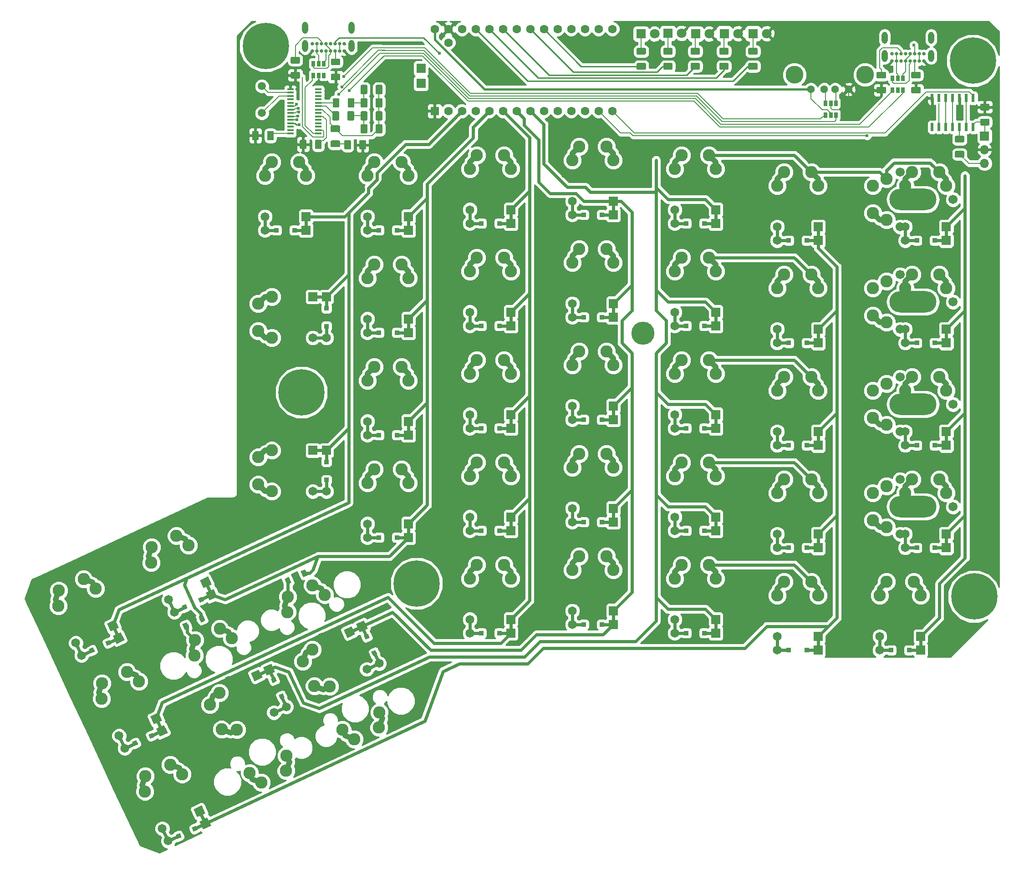
<source format=gtl>
G04 #@! TF.GenerationSoftware,KiCad,Pcbnew,5.0.2+dfsg1-1*
G04 #@! TF.CreationDate,2021-01-12T18:46:28+01:00*
G04 #@! TF.ProjectId,ErgoDOX,4572676f-444f-4582-9e6b-696361645f70,rev?*
G04 #@! TF.SameCoordinates,Original*
G04 #@! TF.FileFunction,Copper,L1,Top*
G04 #@! TF.FilePolarity,Positive*
%FSLAX46Y46*%
G04 Gerber Fmt 4.6, Leading zero omitted, Abs format (unit mm)*
G04 Created by KiCad (PCBNEW 5.0.2+dfsg1-1) date Tue 12 Jan 2021 06:46:28 PM CET*
%MOMM*%
%LPD*%
G01*
G04 APERTURE LIST*
G04 #@! TA.AperFunction,EtchedComponent*
%ADD10C,0.609600*%
G04 #@! TD*
G04 #@! TA.AperFunction,ComponentPad*
%ADD11C,4.300000*%
G04 #@! TD*
G04 #@! TA.AperFunction,ComponentPad*
%ADD12O,1.108000X2.216000*%
G04 #@! TD*
G04 #@! TA.AperFunction,ComponentPad*
%ADD13C,0.650000*%
G04 #@! TD*
G04 #@! TA.AperFunction,ComponentPad*
%ADD14C,1.600000*%
G04 #@! TD*
G04 #@! TA.AperFunction,ComponentPad*
%ADD15R,1.600000X1.600000*%
G04 #@! TD*
G04 #@! TA.AperFunction,ComponentPad*
%ADD16R,1.700000X1.700000*%
G04 #@! TD*
G04 #@! TA.AperFunction,SMDPad,CuDef*
%ADD17C,0.900000*%
G04 #@! TD*
G04 #@! TA.AperFunction,Conductor*
%ADD18C,0.150000*%
G04 #@! TD*
G04 #@! TA.AperFunction,ComponentPad*
%ADD19C,2.286000*%
G04 #@! TD*
G04 #@! TA.AperFunction,SMDPad,CuDef*
%ADD20R,0.838200X0.838200*%
G04 #@! TD*
G04 #@! TA.AperFunction,ComponentPad*
%ADD21R,1.651000X1.651000*%
G04 #@! TD*
G04 #@! TA.AperFunction,ComponentPad*
%ADD22C,1.651000*%
G04 #@! TD*
G04 #@! TA.AperFunction,ComponentPad*
%ADD23C,1.701800*%
G04 #@! TD*
G04 #@! TA.AperFunction,ComponentPad*
%ADD24C,3.987800*%
G04 #@! TD*
G04 #@! TA.AperFunction,SMDPad,CuDef*
%ADD25C,0.838200*%
G04 #@! TD*
G04 #@! TA.AperFunction,ComponentPad*
%ADD26C,2.283460*%
G04 #@! TD*
G04 #@! TA.AperFunction,ComponentPad*
%ADD27C,2.280920*%
G04 #@! TD*
G04 #@! TA.AperFunction,ComponentPad*
%ADD28O,8.750300X3.987800*%
G04 #@! TD*
G04 #@! TA.AperFunction,SMDPad,CuDef*
%ADD29C,1.250000*%
G04 #@! TD*
G04 #@! TA.AperFunction,ComponentPad*
%ADD30O,1.700000X1.700000*%
G04 #@! TD*
G04 #@! TA.AperFunction,ComponentPad*
%ADD31C,1.500000*%
G04 #@! TD*
G04 #@! TA.AperFunction,ComponentPad*
%ADD32R,1.800000X1.800000*%
G04 #@! TD*
G04 #@! TA.AperFunction,ComponentPad*
%ADD33C,1.800000*%
G04 #@! TD*
G04 #@! TA.AperFunction,ComponentPad*
%ADD34C,8.600000*%
G04 #@! TD*
G04 #@! TA.AperFunction,SMDPad,CuDef*
%ADD35R,0.600000X1.500000*%
G04 #@! TD*
G04 #@! TA.AperFunction,SMDPad,CuDef*
%ADD36R,1.200000X0.400000*%
G04 #@! TD*
G04 #@! TA.AperFunction,SMDPad,CuDef*
%ADD37R,0.650000X1.060000*%
G04 #@! TD*
G04 #@! TA.AperFunction,ComponentPad*
%ADD38C,3.316000*%
G04 #@! TD*
G04 #@! TA.AperFunction,ComponentPad*
%ADD39C,1.428000*%
G04 #@! TD*
G04 #@! TA.AperFunction,ViaPad*
%ADD40C,0.609600*%
G04 #@! TD*
G04 #@! TA.AperFunction,Conductor*
%ADD41C,0.609600*%
G04 #@! TD*
G04 #@! TA.AperFunction,Conductor*
%ADD42C,0.600000*%
G04 #@! TD*
G04 #@! TA.AperFunction,Conductor*
%ADD43C,1.016000*%
G04 #@! TD*
G04 #@! TA.AperFunction,Conductor*
%ADD44C,0.203200*%
G04 #@! TD*
G04 #@! TA.AperFunction,Conductor*
%ADD45C,0.152400*%
G04 #@! TD*
G04 #@! TA.AperFunction,Conductor*
%ADD46C,0.406400*%
G04 #@! TD*
G04 #@! TA.AperFunction,Conductor*
%ADD47C,0.254000*%
G04 #@! TD*
G04 APERTURE END LIST*
D10*
G04 #@! TO.C,SW1:9*
X112153700Y-147647660D02*
X114300000Y-147647660D01*
X106680000Y-147647660D02*
X108826300Y-147647660D01*
G04 #@! TO.C,SW0:10*
X87505815Y-148337305D02*
X86598750Y-146392096D01*
X89819101Y-153298162D02*
X88912035Y-151352953D01*
G04 #@! TO.C,SW1:13*
X182880000Y-150822660D02*
X185026300Y-150822660D01*
X188353700Y-150822660D02*
X190500000Y-150822660D01*
G04 #@! TO.C,SW2:13*
X187642500Y-131772660D02*
X189788800Y-131772660D01*
X193116200Y-131772660D02*
X195262500Y-131772660D01*
G04 #@! TO.C,SW3:13*
X193116200Y-112722660D02*
X195262500Y-112722660D01*
X187642500Y-112722660D02*
X189788800Y-112722660D01*
G04 #@! TO.C,SW4:13*
X193116200Y-93672660D02*
X195262500Y-93672660D01*
X187642500Y-93672660D02*
X189788800Y-93672660D01*
G04 #@! TO.C,SW5:13*
X187642500Y-74625200D02*
X189788800Y-74625200D01*
X193116200Y-74625200D02*
X195262500Y-74625200D01*
G04 #@! TO.C,SW5:8*
X93103700Y-72720200D02*
X95250000Y-72720200D01*
X87630000Y-72720200D02*
X89776300Y-72720200D01*
G04 #@! TO.C,SW4:11*
X150253700Y-90497660D02*
X152400000Y-90497660D01*
X144780000Y-90497660D02*
X146926300Y-90497660D01*
G04 #@! TO.C,SW0:11*
X70241435Y-156389105D02*
X69334370Y-154443896D01*
X72554721Y-161349962D02*
X71647655Y-159404753D01*
G04 #@! TO.C,SW1:10*
X131203700Y-146050000D02*
X133350000Y-146050000D01*
X125730000Y-146050000D02*
X127876300Y-146050000D01*
G04 #@! TO.C,SW1:12*
X169303700Y-150822660D02*
X171450000Y-150822660D01*
X163830000Y-150822660D02*
X165976300Y-150822660D01*
G04 #@! TO.C,SW2:8*
X93103700Y-129867660D02*
X95250000Y-129867660D01*
X87630000Y-129867660D02*
X89776300Y-129867660D01*
G04 #@! TO.C,SW2:9*
X112153700Y-128597660D02*
X114300000Y-128597660D01*
X106680000Y-128597660D02*
X108826300Y-128597660D01*
G04 #@! TO.C,SW2:10*
X131203700Y-127000000D02*
X133350000Y-127000000D01*
X125730000Y-127000000D02*
X127876300Y-127000000D01*
G04 #@! TO.C,SW2:11*
X150253700Y-128597660D02*
X152400000Y-128597660D01*
X144780000Y-128597660D02*
X146926300Y-128597660D01*
G04 #@! TO.C,SW2:12*
X169303700Y-131772660D02*
X171450000Y-131772660D01*
X163830000Y-131772660D02*
X165976300Y-131772660D01*
G04 #@! TO.C,SW3:8*
X93103700Y-110817660D02*
X95250000Y-110817660D01*
X87630000Y-110817660D02*
X89776300Y-110817660D01*
G04 #@! TO.C,SW3:9*
X112153700Y-109547660D02*
X114300000Y-109547660D01*
X106680000Y-109547660D02*
X108826300Y-109547660D01*
G04 #@! TO.C,SW3:10*
X131203700Y-107950000D02*
X133350000Y-107950000D01*
X125730000Y-107950000D02*
X127876300Y-107950000D01*
G04 #@! TO.C,SW3:11*
X150253700Y-109547660D02*
X152400000Y-109547660D01*
X144780000Y-109547660D02*
X146926300Y-109547660D01*
G04 #@! TO.C,SW4:9*
X112153700Y-90497660D02*
X114300000Y-90497660D01*
X106680000Y-90497660D02*
X108826300Y-90497660D01*
G04 #@! TO.C,SW4:10*
X131203700Y-88900000D02*
X133350000Y-88900000D01*
X125730000Y-88900000D02*
X127876300Y-88900000D01*
G04 #@! TO.C,SW4:12*
X169303700Y-93672660D02*
X171450000Y-93672660D01*
X163830000Y-93672660D02*
X165976300Y-93672660D01*
G04 #@! TO.C,SW1:11*
X150253700Y-147647660D02*
X152400000Y-147647660D01*
X144780000Y-147647660D02*
X146926300Y-147647660D01*
G04 #@! TO.C,SW5:9*
X112153700Y-71447660D02*
X114300000Y-71447660D01*
X106680000Y-71447660D02*
X108826300Y-71447660D01*
G04 #@! TO.C,SW5:10*
X131203700Y-69850000D02*
X133350000Y-69850000D01*
X125730000Y-69850000D02*
X127876300Y-69850000D01*
G04 #@! TO.C,SW5:11*
X150253700Y-71447660D02*
X152400000Y-71447660D01*
X144780000Y-71447660D02*
X146926300Y-71447660D01*
G04 #@! TO.C,SW5:12*
X169303700Y-74625200D02*
X171450000Y-74625200D01*
X163830000Y-74625200D02*
X165976300Y-74625200D01*
G04 #@! TO.C,SW0:8*
X56691495Y-141422395D02*
X58636704Y-140515330D01*
X51730638Y-143735681D02*
X53675847Y-142828615D01*
G04 #@! TO.C,SW0:7*
X39427115Y-149471655D02*
X41372324Y-148564590D01*
X34466258Y-151784941D02*
X36411467Y-150877875D01*
G04 #@! TO.C,SW0:12*
X55528175Y-184002955D02*
X57473384Y-183095890D01*
X50567318Y-186316241D02*
X52512527Y-185409175D01*
G04 #@! TO.C,SW0:9*
X47476375Y-166736035D02*
X49421584Y-165828970D01*
X42515518Y-169049321D02*
X44460727Y-168142255D01*
G04 #@! TO.C,SW4:8*
X93103700Y-91767660D02*
X95250000Y-91767660D01*
X87630000Y-91767660D02*
X89776300Y-91767660D01*
G04 #@! TO.C,SW2:7*
X80010000Y-115821460D02*
X80010000Y-113675160D01*
X80010000Y-121295160D02*
X80010000Y-119148860D01*
G04 #@! TO.C,SW4:7*
X80010000Y-87246460D02*
X80010000Y-85100160D01*
X80010000Y-92720160D02*
X80010000Y-90573860D01*
G04 #@! TO.C,SW5:7*
X74053700Y-72720200D02*
X76200000Y-72720200D01*
X68580000Y-72720200D02*
X70726300Y-72720200D01*
G04 #@! TO.C,SW3:12*
X169303700Y-112722660D02*
X171450000Y-112722660D01*
X163830000Y-112722660D02*
X165976300Y-112722660D01*
G04 #@! TD*
D11*
G04 #@! TO.P,H6,1*
G04 #@! TO.N,N/C*
X138887200Y-91846400D03*
G04 #@! TD*
D12*
G04 #@! TO.P,J2,P4*
G04 #@! TO.N,Net-(J2-PadP1)*
X192462800Y-36901400D03*
G04 #@! TO.P,J2,P3*
X183812800Y-36901400D03*
G04 #@! TO.P,J2,P2*
X183812800Y-40281400D03*
G04 #@! TO.P,J2,P1*
X192462800Y-40281400D03*
D13*
G04 #@! TO.P,J2,B12*
G04 #@! TO.N,GND*
X191112800Y-39911400D03*
G04 #@! TO.P,J2,B9*
G04 #@! TO.N,+5V*
X190262800Y-39911400D03*
G04 #@! TO.P,J2,B8*
G04 #@! TO.N,SCK_OUT*
X189412800Y-39911400D03*
G04 #@! TO.P,J2,B7*
G04 #@! TO.N,OUTPUTC_USB_CONN_D-*
X188562800Y-39911400D03*
G04 #@! TO.P,J2,B6*
G04 #@! TO.N,OUTPUTC_USB_CONN_D+*
X187712800Y-39911400D03*
G04 #@! TO.P,J2,B5*
G04 #@! TO.N,Net-(J2-PadB5)*
X186862800Y-39911400D03*
G04 #@! TO.P,J2,B4*
G04 #@! TO.N,+5V*
X186012800Y-39911400D03*
G04 #@! TO.P,J2,B1*
G04 #@! TO.N,GND*
X185162800Y-39911400D03*
G04 #@! TO.P,J2,A12*
X185162800Y-41261400D03*
G04 #@! TO.P,J2,A9*
G04 #@! TO.N,+5V*
X186012800Y-41261400D03*
G04 #@! TO.P,J2,A8*
G04 #@! TO.N,MOSI_OUT*
X186862800Y-41261400D03*
G04 #@! TO.P,J2,A7*
G04 #@! TO.N,OUTPUTC_USB_CONN_D-*
X187712800Y-41261400D03*
G04 #@! TO.P,J2,A6*
G04 #@! TO.N,OUTPUTC_USB_CONN_D+*
X188562800Y-41261400D03*
G04 #@! TO.P,J2,A5*
G04 #@! TO.N,Net-(J2-PadA5)*
X189412800Y-41261400D03*
G04 #@! TO.P,J2,A4*
G04 #@! TO.N,+5V*
X190262800Y-41261400D03*
G04 #@! TO.P,J2,A1*
G04 #@! TO.N,GND*
X191112800Y-41261400D03*
G04 #@! TD*
D14*
G04 #@! TO.P,U5,20*
G04 #@! TO.N,SCK_OUT*
X133159500Y-35306000D03*
G04 #@! TO.P,U5,14*
G04 #@! TO.N,LED_BACKLIGHT_33V*
X133159500Y-50546000D03*
G04 #@! TO.P,U5,21*
G04 #@! TO.N,/COL0*
X130619500Y-35306000D03*
G04 #@! TO.P,U5,22*
G04 #@! TO.N,/COL1*
X128079500Y-35306000D03*
G04 #@! TO.P,U5,23*
G04 #@! TO.N,/ROW0*
X125539500Y-35306000D03*
G04 #@! TO.P,U5,24*
G04 #@! TO.N,/ROW1*
X122999500Y-35306000D03*
G04 #@! TO.P,U5,25*
G04 #@! TO.N,L5*
X120459500Y-35306000D03*
G04 #@! TO.P,U5,26*
G04 #@! TO.N,L4*
X117919500Y-35306000D03*
G04 #@! TO.P,U5,27*
G04 #@! TO.N,SCK_IN*
X115379500Y-35306000D03*
G04 #@! TO.P,U5,28*
G04 #@! TO.N,L3*
X112839500Y-35306000D03*
G04 #@! TO.P,U5,29*
G04 #@! TO.N,L2*
X110299500Y-35306000D03*
G04 #@! TO.P,U5,30*
G04 #@! TO.N,L1*
X107759500Y-35306000D03*
G04 #@! TO.P,U5,31*
G04 #@! TO.N,Net-(U5-Pad31)*
X105219500Y-35306000D03*
G04 #@! TO.P,U5,32*
G04 #@! TO.N,GND*
X102679500Y-35306000D03*
G04 #@! TO.P,U5,33*
G04 #@! TO.N,+5V*
X100139500Y-35306000D03*
G04 #@! TO.P,U5,34*
G04 #@! TO.N,Net-(U5-Pad34)*
X102679500Y-37846000D03*
G04 #@! TO.P,U5,13*
G04 #@! TO.N,MOSI_OUT*
X130619500Y-50546000D03*
G04 #@! TO.P,U5,12*
G04 #@! TO.N,/ROW2*
X128079500Y-50546000D03*
G04 #@! TO.P,U5,11*
G04 #@! TO.N,/ROW3*
X125539500Y-50546000D03*
G04 #@! TO.P,U5,10*
G04 #@! TO.N,/ROW4*
X122999500Y-50546000D03*
G04 #@! TO.P,U5,9*
G04 #@! TO.N,/ROW5*
X120459500Y-50546000D03*
G04 #@! TO.P,U5,8*
G04 #@! TO.N,/COL2*
X117919500Y-50546000D03*
G04 #@! TO.P,U5,7*
G04 #@! TO.N,/COL3*
X115379500Y-50546000D03*
G04 #@! TO.P,U5,6*
G04 #@! TO.N,/COL4*
X112839500Y-50546000D03*
G04 #@! TO.P,U5,5*
G04 #@! TO.N,/COL5*
X110299500Y-50546000D03*
G04 #@! TO.P,U5,4*
G04 #@! TO.N,Net-(U5-Pad4)*
X107759500Y-50546000D03*
G04 #@! TO.P,U5,3*
G04 #@! TO.N,/COL6*
X105219500Y-50546000D03*
G04 #@! TO.P,U5,2*
G04 #@! TO.N,MOSI_IN*
X102679500Y-50546000D03*
D15*
G04 #@! TO.P,U5,1*
G04 #@! TO.N,GND*
X100139500Y-50546000D03*
G04 #@! TD*
D16*
G04 #@! TO.P,J5,1*
G04 #@! TO.N,TEENSY_USB_D-*
X97599500Y-45402500D03*
G04 #@! TD*
G04 #@! TO.P,J6,1*
G04 #@! TO.N,TEENSY_USB_D+*
X97599500Y-42608500D03*
G04 #@! TD*
D17*
G04 #@! TO.P,D1:7,2*
G04 #@! TO.N,/COL6*
X56866239Y-144951514D03*
D18*
G04 #@! TD*
G04 #@! TO.N,/COL6*
G04 #@! TO.C,D1:7*
G36*
X56711971Y-145685477D02*
X56204830Y-144597908D01*
X57020507Y-144217551D01*
X57527648Y-145305120D01*
X56711971Y-145685477D01*
X56711971Y-145685477D01*
G37*
D17*
G04 #@! TO.P,D1:7,1*
G04 #@! TO.N,Net-(D1:7-Pad1)*
X53875423Y-146346154D03*
D18*
G04 #@! TD*
G04 #@! TO.N,Net-(D1:7-Pad1)*
G04 #@! TO.C,D1:7*
G36*
X53721155Y-147080117D02*
X53214014Y-145992548D01*
X54029691Y-145612191D01*
X54536832Y-146699760D01*
X53721155Y-147080117D01*
X53721155Y-147080117D01*
G37*
D17*
G04 #@! TO.P,D1:8,1*
G04 #@! TO.N,Net-(D1:8-Pad1)*
X72863092Y-137920820D03*
D18*
G04 #@! TD*
G04 #@! TO.N,Net-(D1:8-Pad1)*
G04 #@! TO.C,D1:8*
G36*
X72708824Y-138654783D02*
X72201683Y-137567214D01*
X73017360Y-137186857D01*
X73524501Y-138274426D01*
X72708824Y-138654783D01*
X72708824Y-138654783D01*
G37*
D17*
G04 #@! TO.P,D1:8,2*
G04 #@! TO.N,/COL5*
X75853908Y-136526180D03*
D18*
G04 #@! TD*
G04 #@! TO.N,/COL5*
G04 #@! TO.C,D1:8*
G36*
X75699640Y-137260143D02*
X75192499Y-136172574D01*
X76008176Y-135792217D01*
X76515317Y-136879786D01*
X75699640Y-137260143D01*
X75699640Y-137260143D01*
G37*
D19*
G04 #@! TO.P,SX1:8,2*
G04 #@! TO.N,Net-(D1:8-Pad1)*
X72830577Y-140901427D03*
G04 #@! TO.P,SX1:8,1*
G04 #@! TO.N,/ROW1*
X79659082Y-140519823D03*
G04 #@! TO.P,SX1:8,2*
G04 #@! TO.N,Net-(D1:8-Pad1)*
X72753017Y-143740174D03*
G04 #@! TO.P,SX1:8,1*
G04 #@! TO.N,/ROW1*
X77434621Y-138754526D03*
G04 #@! TD*
G04 #@! TO.P,SX1:7,1*
G04 #@! TO.N,/ROW1*
X60170241Y-146806326D03*
G04 #@! TO.P,SX1:7,2*
G04 #@! TO.N,Net-(D1:7-Pad1)*
X55488637Y-151791974D03*
G04 #@! TO.P,SX1:7,1*
G04 #@! TO.N,/ROW1*
X62394702Y-148571623D03*
G04 #@! TO.P,SX1:7,2*
G04 #@! TO.N,Net-(D1:7-Pad1)*
X55566197Y-148953227D03*
G04 #@! TD*
G04 #@! TO.P,SX0:11,2*
G04 #@! TO.N,Net-(SW0:11-Pad2)*
X72513303Y-173278793D03*
G04 #@! TO.P,SX0:11,1*
G04 #@! TO.N,/ROW0*
X65684798Y-173660397D03*
G04 #@! TO.P,SX0:11,2*
G04 #@! TO.N,Net-(SW0:11-Pad2)*
X72590863Y-170440046D03*
G04 #@! TO.P,SX0:11,1*
G04 #@! TO.N,/ROW0*
X67909259Y-175425694D03*
G04 #@! TD*
G04 #@! TO.P,SX0:10,1*
G04 #@! TO.N,/ROW0*
X85176179Y-167376434D03*
G04 #@! TO.P,SX0:10,2*
G04 #@! TO.N,Net-(SW0:10-Pad2)*
X89857783Y-162390786D03*
G04 #@! TO.P,SX0:10,1*
G04 #@! TO.N,/ROW0*
X82951718Y-165611137D03*
G04 #@! TO.P,SX0:10,2*
G04 #@! TO.N,Net-(SW0:10-Pad2)*
X89780223Y-165229533D03*
G04 #@! TD*
D20*
G04 #@! TO.P,SW1:9,99*
G04 #@! TO.N,N/C*
X112153700Y-147647660D03*
X108826300Y-147647660D03*
D21*
G04 #@! TO.P,SW1:9,4*
G04 #@! TO.N,/COL4*
X114300000Y-147647660D03*
D22*
G04 #@! TO.P,SW1:9,3*
G04 #@! TO.N,Net-(SW1:9-Pad2)*
X106680000Y-147647660D03*
D21*
G04 #@! TO.P,SW1:9,4*
G04 #@! TO.N,/COL4*
X114300000Y-145107660D03*
D22*
G04 #@! TO.P,SW1:9,3*
G04 #@! TO.N,Net-(SW1:9-Pad2)*
X106680000Y-145107660D03*
D19*
G04 #@! TO.P,SW1:9,2*
X107950000Y-134947660D03*
G04 #@! TO.P,SW1:9,1*
G04 #@! TO.N,/ROW1*
X114300000Y-137487660D03*
D23*
G04 #@! TO.P,SW1:9,0*
G04 #@! TO.N,GND*
X115570000Y-140027660D03*
X105410000Y-140027660D03*
D24*
X110490000Y-140027660D03*
D19*
G04 #@! TO.P,SW1:9,2*
G04 #@! TO.N,Net-(SW1:9-Pad2)*
X106680000Y-137487660D03*
G04 #@! TO.P,SW1:9,1*
G04 #@! TO.N,/ROW1*
X113030000Y-134947660D03*
G04 #@! TD*
D25*
G04 #@! TO.P,SW0:10,99*
G04 #@! TO.N,N/C*
X87505815Y-148337305D03*
D18*
G04 #@! TD*
G04 #@! TO.N,N/C*
G04 #@! TO.C,SW0:10*
G36*
X88062768Y-148540019D02*
X87303101Y-148894258D01*
X86948862Y-148134591D01*
X87708529Y-147780352D01*
X88062768Y-148540019D01*
X88062768Y-148540019D01*
G37*
D25*
G04 #@! TO.P,SW0:10,99*
G04 #@! TO.N,N/C*
X88912035Y-151352953D03*
D18*
G04 #@! TD*
G04 #@! TO.N,N/C*
G04 #@! TO.C,SW0:10*
G36*
X89468988Y-151555667D02*
X88709321Y-151909906D01*
X88355082Y-151150239D01*
X89114749Y-150796000D01*
X89468988Y-151555667D01*
X89468988Y-151555667D01*
G37*
D22*
G04 #@! TO.P,SW0:10,4*
G04 #@! TO.N,/COL3*
X86598750Y-146392096D03*
D18*
G04 #@! TD*
G04 #@! TO.N,/COL3*
G04 #@! TO.C,SW0:10*
G36*
X87695778Y-146791382D02*
X86199464Y-147489124D01*
X85501722Y-145992810D01*
X86998036Y-145295068D01*
X87695778Y-146791382D01*
X87695778Y-146791382D01*
G37*
D22*
G04 #@! TO.P,SW0:10,3*
G04 #@! TO.N,Net-(SW0:10-Pad2)*
X89819101Y-153298162D03*
G04 #@! TO.P,SW0:10,4*
G04 #@! TO.N,/COL3*
X84296728Y-147465547D03*
D18*
G04 #@! TD*
G04 #@! TO.N,/COL3*
G04 #@! TO.C,SW0:10*
G36*
X85393756Y-147864833D02*
X83897442Y-148562575D01*
X83199700Y-147066261D01*
X84696014Y-146368519D01*
X85393756Y-147864833D01*
X85393756Y-147864833D01*
G37*
D22*
G04 #@! TO.P,SW0:10,3*
G04 #@! TO.N,Net-(SW0:10-Pad2)*
X87517079Y-154371612D03*
D19*
G04 #@! TO.P,SW0:10,2*
X77772267Y-157514403D03*
G04 #@! TO.P,SW0:10,1*
G04 #@! TO.N,/ROW0*
X77390663Y-150685898D03*
D23*
G04 #@! TO.P,SW0:10,0*
G04 #@! TO.N,GND*
X79155959Y-148461436D03*
X83449761Y-157669524D03*
D24*
X81302860Y-153065480D03*
D19*
G04 #@! TO.P,SW0:10,2*
G04 #@! TO.N,Net-(SW0:10-Pad2)*
X80611014Y-157591963D03*
G04 #@! TO.P,SW0:10,1*
G04 #@! TO.N,/ROW0*
X75625366Y-152910359D03*
G04 #@! TD*
G04 #@! TO.P,SW1:13,1*
G04 #@! TO.N,/ROW1*
X189230000Y-138122660D03*
G04 #@! TO.P,SW1:13,2*
G04 #@! TO.N,Net-(SW1:13-Pad2)*
X182880000Y-140662660D03*
D24*
G04 #@! TO.P,SW1:13,0*
G04 #@! TO.N,GND*
X186690000Y-143202660D03*
D23*
X181610000Y-143202660D03*
X191770000Y-143202660D03*
D19*
G04 #@! TO.P,SW1:13,1*
G04 #@! TO.N,/ROW1*
X190500000Y-140662660D03*
G04 #@! TO.P,SW1:13,2*
G04 #@! TO.N,Net-(SW1:13-Pad2)*
X184150000Y-138122660D03*
D22*
G04 #@! TO.P,SW1:13,3*
X182880000Y-148282660D03*
D21*
G04 #@! TO.P,SW1:13,4*
G04 #@! TO.N,/COL0*
X190500000Y-148282660D03*
D22*
G04 #@! TO.P,SW1:13,3*
G04 #@! TO.N,Net-(SW1:13-Pad2)*
X182880000Y-150822660D03*
D21*
G04 #@! TO.P,SW1:13,4*
G04 #@! TO.N,/COL0*
X190500000Y-150822660D03*
D20*
G04 #@! TO.P,SW1:13,99*
G04 #@! TO.N,N/C*
X185026300Y-150822660D03*
X188353700Y-150822660D03*
G04 #@! TD*
D19*
G04 #@! TO.P,SW2:13,1*
G04 #@! TO.N,/ROW2*
X193992500Y-119072660D03*
G04 #@! TO.P,SW2:13,2*
G04 #@! TO.N,Net-(SW2:13-Pad2)*
X187642500Y-121612660D03*
D23*
G04 #@! TO.P,SW2:13,*
G04 #@! TO.N,*
X196532500Y-124152660D03*
D26*
G04 #@! TO.P,SW2:13,1*
G04 #@! TO.N,/ROW2*
X195262500Y-121612660D03*
D19*
G04 #@! TO.P,SW2:13,2*
G04 #@! TO.N,Net-(SW2:13-Pad2)*
X188912500Y-119072660D03*
D22*
G04 #@! TO.P,SW2:13,3*
X187642500Y-129232660D03*
D21*
G04 #@! TO.P,SW2:13,4*
G04 #@! TO.N,/COL0*
X195262500Y-129232660D03*
D22*
G04 #@! TO.P,SW2:13,3*
G04 #@! TO.N,Net-(SW2:13-Pad2)*
X187642500Y-131772660D03*
D21*
G04 #@! TO.P,SW2:13,4*
G04 #@! TO.N,/COL0*
X195262500Y-131772660D03*
D20*
G04 #@! TO.P,SW2:13,99*
G04 #@! TO.N,N/C*
X189788800Y-131772660D03*
X193116200Y-131772660D03*
D27*
G04 #@! TO.P,SW2:13,1*
G04 #@! TO.N,/ROW2*
X181610000Y-121612660D03*
X184150000Y-120342660D03*
G04 #@! TO.P,SW2:13,2*
G04 #@! TO.N,Net-(SW2:13-Pad2)*
X184150000Y-127962660D03*
X181610000Y-126692660D03*
D28*
X189069980Y-124152660D03*
D23*
G04 #@! TO.P,SW2:13,3*
X186690000Y-129232660D03*
G04 #@! TO.P,SW2:13,2*
X186690000Y-119072660D03*
G04 #@! TD*
G04 #@! TO.P,SW3:13,2*
G04 #@! TO.N,Net-(SW3:13-Pad2)*
X186690000Y-100022660D03*
G04 #@! TO.P,SW3:13,3*
X186690000Y-110182660D03*
D28*
G04 #@! TO.P,SW3:13,2*
X189069980Y-105102660D03*
D27*
X181610000Y-107642660D03*
X184150000Y-108912660D03*
G04 #@! TO.P,SW3:13,1*
G04 #@! TO.N,/ROW3*
X184150000Y-101292660D03*
X181610000Y-102562660D03*
D20*
G04 #@! TO.P,SW3:13,99*
G04 #@! TO.N,N/C*
X193116200Y-112722660D03*
X189788800Y-112722660D03*
D21*
G04 #@! TO.P,SW3:13,4*
G04 #@! TO.N,/COL0*
X195262500Y-112722660D03*
D22*
G04 #@! TO.P,SW3:13,3*
G04 #@! TO.N,Net-(SW3:13-Pad2)*
X187642500Y-112722660D03*
D21*
G04 #@! TO.P,SW3:13,4*
G04 #@! TO.N,/COL0*
X195262500Y-110182660D03*
D22*
G04 #@! TO.P,SW3:13,3*
G04 #@! TO.N,Net-(SW3:13-Pad2)*
X187642500Y-110182660D03*
D19*
G04 #@! TO.P,SW3:13,2*
X188912500Y-100022660D03*
D26*
G04 #@! TO.P,SW3:13,1*
G04 #@! TO.N,/ROW3*
X195262500Y-102562660D03*
D23*
G04 #@! TO.P,SW3:13,*
G04 #@! TO.N,*
X196532500Y-105102660D03*
D19*
G04 #@! TO.P,SW3:13,2*
G04 #@! TO.N,Net-(SW3:13-Pad2)*
X187642500Y-102562660D03*
G04 #@! TO.P,SW3:13,1*
G04 #@! TO.N,/ROW3*
X193992500Y-100022660D03*
G04 #@! TD*
D23*
G04 #@! TO.P,SW4:13,2*
G04 #@! TO.N,Net-(SW4:13-Pad2)*
X186690000Y-80972660D03*
G04 #@! TO.P,SW4:13,3*
X186690000Y-91132660D03*
D28*
G04 #@! TO.P,SW4:13,2*
X189069980Y-86052660D03*
D27*
X181610000Y-88592660D03*
X184150000Y-89862660D03*
G04 #@! TO.P,SW4:13,1*
G04 #@! TO.N,/ROW4*
X184150000Y-82242660D03*
X181610000Y-83512660D03*
D20*
G04 #@! TO.P,SW4:13,99*
G04 #@! TO.N,N/C*
X193116200Y-93672660D03*
X189788800Y-93672660D03*
D21*
G04 #@! TO.P,SW4:13,4*
G04 #@! TO.N,/COL0*
X195262500Y-93672660D03*
D22*
G04 #@! TO.P,SW4:13,3*
G04 #@! TO.N,Net-(SW4:13-Pad2)*
X187642500Y-93672660D03*
D21*
G04 #@! TO.P,SW4:13,4*
G04 #@! TO.N,/COL0*
X195262500Y-91132660D03*
D22*
G04 #@! TO.P,SW4:13,3*
G04 #@! TO.N,Net-(SW4:13-Pad2)*
X187642500Y-91132660D03*
D19*
G04 #@! TO.P,SW4:13,2*
X188912500Y-80972660D03*
D26*
G04 #@! TO.P,SW4:13,1*
G04 #@! TO.N,/ROW4*
X195262500Y-83512660D03*
D23*
G04 #@! TO.P,SW4:13,*
G04 #@! TO.N,*
X196532500Y-86052660D03*
D19*
G04 #@! TO.P,SW4:13,2*
G04 #@! TO.N,Net-(SW4:13-Pad2)*
X187642500Y-83512660D03*
G04 #@! TO.P,SW4:13,1*
G04 #@! TO.N,/ROW4*
X193992500Y-80972660D03*
G04 #@! TD*
G04 #@! TO.P,SW5:13,1*
G04 #@! TO.N,/ROW5*
X193992500Y-61925200D03*
G04 #@! TO.P,SW5:13,2*
G04 #@! TO.N,Net-(SW5:13-Pad2)*
X187642500Y-64465200D03*
D23*
G04 #@! TO.P,SW5:13,*
G04 #@! TO.N,*
X196532500Y-67005200D03*
D26*
G04 #@! TO.P,SW5:13,1*
G04 #@! TO.N,/ROW5*
X195262500Y-64465200D03*
D19*
G04 #@! TO.P,SW5:13,2*
G04 #@! TO.N,Net-(SW5:13-Pad2)*
X188912500Y-61925200D03*
D22*
G04 #@! TO.P,SW5:13,3*
X187642500Y-72085200D03*
D21*
G04 #@! TO.P,SW5:13,4*
G04 #@! TO.N,/COL0*
X195262500Y-72085200D03*
D22*
G04 #@! TO.P,SW5:13,3*
G04 #@! TO.N,Net-(SW5:13-Pad2)*
X187642500Y-74625200D03*
D21*
G04 #@! TO.P,SW5:13,4*
G04 #@! TO.N,/COL0*
X195262500Y-74625200D03*
D20*
G04 #@! TO.P,SW5:13,99*
G04 #@! TO.N,N/C*
X189788800Y-74625200D03*
X193116200Y-74625200D03*
D27*
G04 #@! TO.P,SW5:13,1*
G04 #@! TO.N,/ROW5*
X181610000Y-64465200D03*
X184150000Y-63195200D03*
G04 #@! TO.P,SW5:13,2*
G04 #@! TO.N,Net-(SW5:13-Pad2)*
X184150000Y-70815200D03*
X181610000Y-69545200D03*
D28*
X189069980Y-67005200D03*
D23*
G04 #@! TO.P,SW5:13,3*
X186690000Y-72085200D03*
G04 #@! TO.P,SW5:13,2*
X186690000Y-61925200D03*
G04 #@! TD*
D18*
G04 #@! TO.N,GND*
G04 #@! TO.C,C1*
G36*
X76085504Y-55869804D02*
X76109773Y-55873404D01*
X76133571Y-55879365D01*
X76156671Y-55887630D01*
X76178849Y-55898120D01*
X76199893Y-55910733D01*
X76219598Y-55925347D01*
X76237777Y-55941823D01*
X76254253Y-55960002D01*
X76268867Y-55979707D01*
X76281480Y-56000751D01*
X76291970Y-56022929D01*
X76300235Y-56046029D01*
X76306196Y-56069827D01*
X76309796Y-56094096D01*
X76311000Y-56118600D01*
X76311000Y-57368600D01*
X76309796Y-57393104D01*
X76306196Y-57417373D01*
X76300235Y-57441171D01*
X76291970Y-57464271D01*
X76281480Y-57486449D01*
X76268867Y-57507493D01*
X76254253Y-57527198D01*
X76237777Y-57545377D01*
X76219598Y-57561853D01*
X76199893Y-57576467D01*
X76178849Y-57589080D01*
X76156671Y-57599570D01*
X76133571Y-57607835D01*
X76109773Y-57613796D01*
X76085504Y-57617396D01*
X76061000Y-57618600D01*
X75311000Y-57618600D01*
X75286496Y-57617396D01*
X75262227Y-57613796D01*
X75238429Y-57607835D01*
X75215329Y-57599570D01*
X75193151Y-57589080D01*
X75172107Y-57576467D01*
X75152402Y-57561853D01*
X75134223Y-57545377D01*
X75117747Y-57527198D01*
X75103133Y-57507493D01*
X75090520Y-57486449D01*
X75080030Y-57464271D01*
X75071765Y-57441171D01*
X75065804Y-57417373D01*
X75062204Y-57393104D01*
X75061000Y-57368600D01*
X75061000Y-56118600D01*
X75062204Y-56094096D01*
X75065804Y-56069827D01*
X75071765Y-56046029D01*
X75080030Y-56022929D01*
X75090520Y-56000751D01*
X75103133Y-55979707D01*
X75117747Y-55960002D01*
X75134223Y-55941823D01*
X75152402Y-55925347D01*
X75172107Y-55910733D01*
X75193151Y-55898120D01*
X75215329Y-55887630D01*
X75238429Y-55879365D01*
X75262227Y-55873404D01*
X75286496Y-55869804D01*
X75311000Y-55868600D01*
X76061000Y-55868600D01*
X76085504Y-55869804D01*
X76085504Y-55869804D01*
G37*
D29*
G04 #@! TD*
G04 #@! TO.P,C1,2*
G04 #@! TO.N,GND*
X75686000Y-56743600D03*
D18*
G04 #@! TO.N,+5V*
G04 #@! TO.C,C1*
G36*
X78885504Y-55869804D02*
X78909773Y-55873404D01*
X78933571Y-55879365D01*
X78956671Y-55887630D01*
X78978849Y-55898120D01*
X78999893Y-55910733D01*
X79019598Y-55925347D01*
X79037777Y-55941823D01*
X79054253Y-55960002D01*
X79068867Y-55979707D01*
X79081480Y-56000751D01*
X79091970Y-56022929D01*
X79100235Y-56046029D01*
X79106196Y-56069827D01*
X79109796Y-56094096D01*
X79111000Y-56118600D01*
X79111000Y-57368600D01*
X79109796Y-57393104D01*
X79106196Y-57417373D01*
X79100235Y-57441171D01*
X79091970Y-57464271D01*
X79081480Y-57486449D01*
X79068867Y-57507493D01*
X79054253Y-57527198D01*
X79037777Y-57545377D01*
X79019598Y-57561853D01*
X78999893Y-57576467D01*
X78978849Y-57589080D01*
X78956671Y-57599570D01*
X78933571Y-57607835D01*
X78909773Y-57613796D01*
X78885504Y-57617396D01*
X78861000Y-57618600D01*
X78111000Y-57618600D01*
X78086496Y-57617396D01*
X78062227Y-57613796D01*
X78038429Y-57607835D01*
X78015329Y-57599570D01*
X77993151Y-57589080D01*
X77972107Y-57576467D01*
X77952402Y-57561853D01*
X77934223Y-57545377D01*
X77917747Y-57527198D01*
X77903133Y-57507493D01*
X77890520Y-57486449D01*
X77880030Y-57464271D01*
X77871765Y-57441171D01*
X77865804Y-57417373D01*
X77862204Y-57393104D01*
X77861000Y-57368600D01*
X77861000Y-56118600D01*
X77862204Y-56094096D01*
X77865804Y-56069827D01*
X77871765Y-56046029D01*
X77880030Y-56022929D01*
X77890520Y-56000751D01*
X77903133Y-55979707D01*
X77917747Y-55960002D01*
X77934223Y-55941823D01*
X77952402Y-55925347D01*
X77972107Y-55910733D01*
X77993151Y-55898120D01*
X78015329Y-55887630D01*
X78038429Y-55879365D01*
X78062227Y-55873404D01*
X78086496Y-55869804D01*
X78111000Y-55868600D01*
X78861000Y-55868600D01*
X78885504Y-55869804D01*
X78885504Y-55869804D01*
G37*
D29*
G04 #@! TD*
G04 #@! TO.P,C1,1*
G04 #@! TO.N,+5V*
X78486000Y-56743600D03*
D18*
G04 #@! TO.N,+5V*
G04 #@! TO.C,C2*
G36*
X203094618Y-51986159D02*
X203118887Y-51989759D01*
X203142685Y-51995720D01*
X203165785Y-52003985D01*
X203187963Y-52014475D01*
X203209007Y-52027088D01*
X203228712Y-52041702D01*
X203246891Y-52058178D01*
X203263367Y-52076357D01*
X203277981Y-52096062D01*
X203290594Y-52117106D01*
X203301084Y-52139284D01*
X203309349Y-52162384D01*
X203315310Y-52186182D01*
X203318910Y-52210451D01*
X203320114Y-52234955D01*
X203320114Y-52984955D01*
X203318910Y-53009459D01*
X203315310Y-53033728D01*
X203309349Y-53057526D01*
X203301084Y-53080626D01*
X203290594Y-53102804D01*
X203277981Y-53123848D01*
X203263367Y-53143553D01*
X203246891Y-53161732D01*
X203228712Y-53178208D01*
X203209007Y-53192822D01*
X203187963Y-53205435D01*
X203165785Y-53215925D01*
X203142685Y-53224190D01*
X203118887Y-53230151D01*
X203094618Y-53233751D01*
X203070114Y-53234955D01*
X201820114Y-53234955D01*
X201795610Y-53233751D01*
X201771341Y-53230151D01*
X201747543Y-53224190D01*
X201724443Y-53215925D01*
X201702265Y-53205435D01*
X201681221Y-53192822D01*
X201661516Y-53178208D01*
X201643337Y-53161732D01*
X201626861Y-53143553D01*
X201612247Y-53123848D01*
X201599634Y-53102804D01*
X201589144Y-53080626D01*
X201580879Y-53057526D01*
X201574918Y-53033728D01*
X201571318Y-53009459D01*
X201570114Y-52984955D01*
X201570114Y-52234955D01*
X201571318Y-52210451D01*
X201574918Y-52186182D01*
X201580879Y-52162384D01*
X201589144Y-52139284D01*
X201599634Y-52117106D01*
X201612247Y-52096062D01*
X201626861Y-52076357D01*
X201643337Y-52058178D01*
X201661516Y-52041702D01*
X201681221Y-52027088D01*
X201702265Y-52014475D01*
X201724443Y-52003985D01*
X201747543Y-51995720D01*
X201771341Y-51989759D01*
X201795610Y-51986159D01*
X201820114Y-51984955D01*
X203070114Y-51984955D01*
X203094618Y-51986159D01*
X203094618Y-51986159D01*
G37*
D29*
G04 #@! TD*
G04 #@! TO.P,C2,1*
G04 #@! TO.N,+5V*
X202445114Y-52609955D03*
D18*
G04 #@! TO.N,GND*
G04 #@! TO.C,C2*
G36*
X203094618Y-49186159D02*
X203118887Y-49189759D01*
X203142685Y-49195720D01*
X203165785Y-49203985D01*
X203187963Y-49214475D01*
X203209007Y-49227088D01*
X203228712Y-49241702D01*
X203246891Y-49258178D01*
X203263367Y-49276357D01*
X203277981Y-49296062D01*
X203290594Y-49317106D01*
X203301084Y-49339284D01*
X203309349Y-49362384D01*
X203315310Y-49386182D01*
X203318910Y-49410451D01*
X203320114Y-49434955D01*
X203320114Y-50184955D01*
X203318910Y-50209459D01*
X203315310Y-50233728D01*
X203309349Y-50257526D01*
X203301084Y-50280626D01*
X203290594Y-50302804D01*
X203277981Y-50323848D01*
X203263367Y-50343553D01*
X203246891Y-50361732D01*
X203228712Y-50378208D01*
X203209007Y-50392822D01*
X203187963Y-50405435D01*
X203165785Y-50415925D01*
X203142685Y-50424190D01*
X203118887Y-50430151D01*
X203094618Y-50433751D01*
X203070114Y-50434955D01*
X201820114Y-50434955D01*
X201795610Y-50433751D01*
X201771341Y-50430151D01*
X201747543Y-50424190D01*
X201724443Y-50415925D01*
X201702265Y-50405435D01*
X201681221Y-50392822D01*
X201661516Y-50378208D01*
X201643337Y-50361732D01*
X201626861Y-50343553D01*
X201612247Y-50323848D01*
X201599634Y-50302804D01*
X201589144Y-50280626D01*
X201580879Y-50257526D01*
X201574918Y-50233728D01*
X201571318Y-50209459D01*
X201570114Y-50184955D01*
X201570114Y-49434955D01*
X201571318Y-49410451D01*
X201574918Y-49386182D01*
X201580879Y-49362384D01*
X201589144Y-49339284D01*
X201599634Y-49317106D01*
X201612247Y-49296062D01*
X201626861Y-49276357D01*
X201643337Y-49258178D01*
X201661516Y-49241702D01*
X201681221Y-49227088D01*
X201702265Y-49214475D01*
X201724443Y-49203985D01*
X201747543Y-49195720D01*
X201771341Y-49189759D01*
X201795610Y-49186159D01*
X201820114Y-49184955D01*
X203070114Y-49184955D01*
X203094618Y-49186159D01*
X203094618Y-49186159D01*
G37*
D29*
G04 #@! TD*
G04 #@! TO.P,C2,2*
G04 #@! TO.N,GND*
X202445114Y-49809955D03*
D16*
G04 #@! TO.P,J4,1*
G04 #@! TO.N,+5V*
X202381614Y-55210455D03*
D30*
G04 #@! TO.P,J4,2*
G04 #@! TO.N,GND*
X202381614Y-57750455D03*
G04 #@! TO.P,J4,3*
G04 #@! TO.N,Net-(J4-Pad3)*
X202381614Y-60290455D03*
G04 #@! TD*
D31*
G04 #@! TO.P,12MHZ1,1*
G04 #@! TO.N,Net-(12MHZ1-Pad1)*
X68012928Y-50925038D03*
G04 #@! TO.P,12MHZ1,2*
G04 #@! TO.N,Net-(12MHZ1-Pad2)*
X68012928Y-45925038D03*
G04 #@! TD*
D18*
G04 #@! TO.N,Net-(D1-Pad1)*
G04 #@! TO.C,D1*
G36*
X90195932Y-52972242D02*
X90220201Y-52975842D01*
X90243999Y-52981803D01*
X90267099Y-52990068D01*
X90289277Y-53000558D01*
X90310321Y-53013171D01*
X90330026Y-53027785D01*
X90348205Y-53044261D01*
X90364681Y-53062440D01*
X90379295Y-53082145D01*
X90391908Y-53103189D01*
X90402398Y-53125367D01*
X90410663Y-53148467D01*
X90416624Y-53172265D01*
X90420224Y-53196534D01*
X90421428Y-53221038D01*
X90421428Y-54471038D01*
X90420224Y-54495542D01*
X90416624Y-54519811D01*
X90410663Y-54543609D01*
X90402398Y-54566709D01*
X90391908Y-54588887D01*
X90379295Y-54609931D01*
X90364681Y-54629636D01*
X90348205Y-54647815D01*
X90330026Y-54664291D01*
X90310321Y-54678905D01*
X90289277Y-54691518D01*
X90267099Y-54702008D01*
X90243999Y-54710273D01*
X90220201Y-54716234D01*
X90195932Y-54719834D01*
X90171428Y-54721038D01*
X89421428Y-54721038D01*
X89396924Y-54719834D01*
X89372655Y-54716234D01*
X89348857Y-54710273D01*
X89325757Y-54702008D01*
X89303579Y-54691518D01*
X89282535Y-54678905D01*
X89262830Y-54664291D01*
X89244651Y-54647815D01*
X89228175Y-54629636D01*
X89213561Y-54609931D01*
X89200948Y-54588887D01*
X89190458Y-54566709D01*
X89182193Y-54543609D01*
X89176232Y-54519811D01*
X89172632Y-54495542D01*
X89171428Y-54471038D01*
X89171428Y-53221038D01*
X89172632Y-53196534D01*
X89176232Y-53172265D01*
X89182193Y-53148467D01*
X89190458Y-53125367D01*
X89200948Y-53103189D01*
X89213561Y-53082145D01*
X89228175Y-53062440D01*
X89244651Y-53044261D01*
X89262830Y-53027785D01*
X89282535Y-53013171D01*
X89303579Y-53000558D01*
X89325757Y-52990068D01*
X89348857Y-52981803D01*
X89372655Y-52975842D01*
X89396924Y-52972242D01*
X89421428Y-52971038D01*
X90171428Y-52971038D01*
X90195932Y-52972242D01*
X90195932Y-52972242D01*
G37*
D29*
G04 #@! TD*
G04 #@! TO.P,D1,1*
G04 #@! TO.N,Net-(D1-Pad1)*
X89796428Y-53846038D03*
D18*
G04 #@! TO.N,Net-(D1-Pad2)*
G04 #@! TO.C,D1*
G36*
X87395932Y-52972242D02*
X87420201Y-52975842D01*
X87443999Y-52981803D01*
X87467099Y-52990068D01*
X87489277Y-53000558D01*
X87510321Y-53013171D01*
X87530026Y-53027785D01*
X87548205Y-53044261D01*
X87564681Y-53062440D01*
X87579295Y-53082145D01*
X87591908Y-53103189D01*
X87602398Y-53125367D01*
X87610663Y-53148467D01*
X87616624Y-53172265D01*
X87620224Y-53196534D01*
X87621428Y-53221038D01*
X87621428Y-54471038D01*
X87620224Y-54495542D01*
X87616624Y-54519811D01*
X87610663Y-54543609D01*
X87602398Y-54566709D01*
X87591908Y-54588887D01*
X87579295Y-54609931D01*
X87564681Y-54629636D01*
X87548205Y-54647815D01*
X87530026Y-54664291D01*
X87510321Y-54678905D01*
X87489277Y-54691518D01*
X87467099Y-54702008D01*
X87443999Y-54710273D01*
X87420201Y-54716234D01*
X87395932Y-54719834D01*
X87371428Y-54721038D01*
X86621428Y-54721038D01*
X86596924Y-54719834D01*
X86572655Y-54716234D01*
X86548857Y-54710273D01*
X86525757Y-54702008D01*
X86503579Y-54691518D01*
X86482535Y-54678905D01*
X86462830Y-54664291D01*
X86444651Y-54647815D01*
X86428175Y-54629636D01*
X86413561Y-54609931D01*
X86400948Y-54588887D01*
X86390458Y-54566709D01*
X86382193Y-54543609D01*
X86376232Y-54519811D01*
X86372632Y-54495542D01*
X86371428Y-54471038D01*
X86371428Y-53221038D01*
X86372632Y-53196534D01*
X86376232Y-53172265D01*
X86382193Y-53148467D01*
X86390458Y-53125367D01*
X86400948Y-53103189D01*
X86413561Y-53082145D01*
X86428175Y-53062440D01*
X86444651Y-53044261D01*
X86462830Y-53027785D01*
X86482535Y-53013171D01*
X86503579Y-53000558D01*
X86525757Y-52990068D01*
X86548857Y-52981803D01*
X86572655Y-52975842D01*
X86596924Y-52972242D01*
X86621428Y-52971038D01*
X87371428Y-52971038D01*
X87395932Y-52972242D01*
X87395932Y-52972242D01*
G37*
D29*
G04 #@! TD*
G04 #@! TO.P,D1,2*
G04 #@! TO.N,Net-(D1-Pad2)*
X86996428Y-53846038D03*
D18*
G04 #@! TO.N,Net-(D1-Pad1)*
G04 #@! TO.C,D2*
G36*
X90195932Y-50559242D02*
X90220201Y-50562842D01*
X90243999Y-50568803D01*
X90267099Y-50577068D01*
X90289277Y-50587558D01*
X90310321Y-50600171D01*
X90330026Y-50614785D01*
X90348205Y-50631261D01*
X90364681Y-50649440D01*
X90379295Y-50669145D01*
X90391908Y-50690189D01*
X90402398Y-50712367D01*
X90410663Y-50735467D01*
X90416624Y-50759265D01*
X90420224Y-50783534D01*
X90421428Y-50808038D01*
X90421428Y-52058038D01*
X90420224Y-52082542D01*
X90416624Y-52106811D01*
X90410663Y-52130609D01*
X90402398Y-52153709D01*
X90391908Y-52175887D01*
X90379295Y-52196931D01*
X90364681Y-52216636D01*
X90348205Y-52234815D01*
X90330026Y-52251291D01*
X90310321Y-52265905D01*
X90289277Y-52278518D01*
X90267099Y-52289008D01*
X90243999Y-52297273D01*
X90220201Y-52303234D01*
X90195932Y-52306834D01*
X90171428Y-52308038D01*
X89421428Y-52308038D01*
X89396924Y-52306834D01*
X89372655Y-52303234D01*
X89348857Y-52297273D01*
X89325757Y-52289008D01*
X89303579Y-52278518D01*
X89282535Y-52265905D01*
X89262830Y-52251291D01*
X89244651Y-52234815D01*
X89228175Y-52216636D01*
X89213561Y-52196931D01*
X89200948Y-52175887D01*
X89190458Y-52153709D01*
X89182193Y-52130609D01*
X89176232Y-52106811D01*
X89172632Y-52082542D01*
X89171428Y-52058038D01*
X89171428Y-50808038D01*
X89172632Y-50783534D01*
X89176232Y-50759265D01*
X89182193Y-50735467D01*
X89190458Y-50712367D01*
X89200948Y-50690189D01*
X89213561Y-50669145D01*
X89228175Y-50649440D01*
X89244651Y-50631261D01*
X89262830Y-50614785D01*
X89282535Y-50600171D01*
X89303579Y-50587558D01*
X89325757Y-50577068D01*
X89348857Y-50568803D01*
X89372655Y-50562842D01*
X89396924Y-50559242D01*
X89421428Y-50558038D01*
X90171428Y-50558038D01*
X90195932Y-50559242D01*
X90195932Y-50559242D01*
G37*
D29*
G04 #@! TD*
G04 #@! TO.P,D2,2*
G04 #@! TO.N,Net-(D1-Pad1)*
X89796428Y-51433038D03*
D18*
G04 #@! TO.N,Net-(D1-Pad2)*
G04 #@! TO.C,D2*
G36*
X87395932Y-50559242D02*
X87420201Y-50562842D01*
X87443999Y-50568803D01*
X87467099Y-50577068D01*
X87489277Y-50587558D01*
X87510321Y-50600171D01*
X87530026Y-50614785D01*
X87548205Y-50631261D01*
X87564681Y-50649440D01*
X87579295Y-50669145D01*
X87591908Y-50690189D01*
X87602398Y-50712367D01*
X87610663Y-50735467D01*
X87616624Y-50759265D01*
X87620224Y-50783534D01*
X87621428Y-50808038D01*
X87621428Y-52058038D01*
X87620224Y-52082542D01*
X87616624Y-52106811D01*
X87610663Y-52130609D01*
X87602398Y-52153709D01*
X87591908Y-52175887D01*
X87579295Y-52196931D01*
X87564681Y-52216636D01*
X87548205Y-52234815D01*
X87530026Y-52251291D01*
X87510321Y-52265905D01*
X87489277Y-52278518D01*
X87467099Y-52289008D01*
X87443999Y-52297273D01*
X87420201Y-52303234D01*
X87395932Y-52306834D01*
X87371428Y-52308038D01*
X86621428Y-52308038D01*
X86596924Y-52306834D01*
X86572655Y-52303234D01*
X86548857Y-52297273D01*
X86525757Y-52289008D01*
X86503579Y-52278518D01*
X86482535Y-52265905D01*
X86462830Y-52251291D01*
X86444651Y-52234815D01*
X86428175Y-52216636D01*
X86413561Y-52196931D01*
X86400948Y-52175887D01*
X86390458Y-52153709D01*
X86382193Y-52130609D01*
X86376232Y-52106811D01*
X86372632Y-52082542D01*
X86371428Y-52058038D01*
X86371428Y-50808038D01*
X86372632Y-50783534D01*
X86376232Y-50759265D01*
X86382193Y-50735467D01*
X86390458Y-50712367D01*
X86400948Y-50690189D01*
X86413561Y-50669145D01*
X86428175Y-50649440D01*
X86444651Y-50631261D01*
X86462830Y-50614785D01*
X86482535Y-50600171D01*
X86503579Y-50587558D01*
X86525757Y-50577068D01*
X86548857Y-50568803D01*
X86572655Y-50562842D01*
X86596924Y-50559242D01*
X86621428Y-50558038D01*
X87371428Y-50558038D01*
X87395932Y-50559242D01*
X87395932Y-50559242D01*
G37*
D29*
G04 #@! TD*
G04 #@! TO.P,D2,1*
G04 #@! TO.N,Net-(D1-Pad2)*
X86996428Y-51433038D03*
D18*
G04 #@! TO.N,Net-(D1-Pad1)*
G04 #@! TO.C,D3*
G36*
X90195932Y-48146242D02*
X90220201Y-48149842D01*
X90243999Y-48155803D01*
X90267099Y-48164068D01*
X90289277Y-48174558D01*
X90310321Y-48187171D01*
X90330026Y-48201785D01*
X90348205Y-48218261D01*
X90364681Y-48236440D01*
X90379295Y-48256145D01*
X90391908Y-48277189D01*
X90402398Y-48299367D01*
X90410663Y-48322467D01*
X90416624Y-48346265D01*
X90420224Y-48370534D01*
X90421428Y-48395038D01*
X90421428Y-49645038D01*
X90420224Y-49669542D01*
X90416624Y-49693811D01*
X90410663Y-49717609D01*
X90402398Y-49740709D01*
X90391908Y-49762887D01*
X90379295Y-49783931D01*
X90364681Y-49803636D01*
X90348205Y-49821815D01*
X90330026Y-49838291D01*
X90310321Y-49852905D01*
X90289277Y-49865518D01*
X90267099Y-49876008D01*
X90243999Y-49884273D01*
X90220201Y-49890234D01*
X90195932Y-49893834D01*
X90171428Y-49895038D01*
X89421428Y-49895038D01*
X89396924Y-49893834D01*
X89372655Y-49890234D01*
X89348857Y-49884273D01*
X89325757Y-49876008D01*
X89303579Y-49865518D01*
X89282535Y-49852905D01*
X89262830Y-49838291D01*
X89244651Y-49821815D01*
X89228175Y-49803636D01*
X89213561Y-49783931D01*
X89200948Y-49762887D01*
X89190458Y-49740709D01*
X89182193Y-49717609D01*
X89176232Y-49693811D01*
X89172632Y-49669542D01*
X89171428Y-49645038D01*
X89171428Y-48395038D01*
X89172632Y-48370534D01*
X89176232Y-48346265D01*
X89182193Y-48322467D01*
X89190458Y-48299367D01*
X89200948Y-48277189D01*
X89213561Y-48256145D01*
X89228175Y-48236440D01*
X89244651Y-48218261D01*
X89262830Y-48201785D01*
X89282535Y-48187171D01*
X89303579Y-48174558D01*
X89325757Y-48164068D01*
X89348857Y-48155803D01*
X89372655Y-48149842D01*
X89396924Y-48146242D01*
X89421428Y-48145038D01*
X90171428Y-48145038D01*
X90195932Y-48146242D01*
X90195932Y-48146242D01*
G37*
D29*
G04 #@! TD*
G04 #@! TO.P,D3,1*
G04 #@! TO.N,Net-(D1-Pad1)*
X89796428Y-49020038D03*
D18*
G04 #@! TO.N,Net-(D3-Pad2)*
G04 #@! TO.C,D3*
G36*
X87395932Y-48146242D02*
X87420201Y-48149842D01*
X87443999Y-48155803D01*
X87467099Y-48164068D01*
X87489277Y-48174558D01*
X87510321Y-48187171D01*
X87530026Y-48201785D01*
X87548205Y-48218261D01*
X87564681Y-48236440D01*
X87579295Y-48256145D01*
X87591908Y-48277189D01*
X87602398Y-48299367D01*
X87610663Y-48322467D01*
X87616624Y-48346265D01*
X87620224Y-48370534D01*
X87621428Y-48395038D01*
X87621428Y-49645038D01*
X87620224Y-49669542D01*
X87616624Y-49693811D01*
X87610663Y-49717609D01*
X87602398Y-49740709D01*
X87591908Y-49762887D01*
X87579295Y-49783931D01*
X87564681Y-49803636D01*
X87548205Y-49821815D01*
X87530026Y-49838291D01*
X87510321Y-49852905D01*
X87489277Y-49865518D01*
X87467099Y-49876008D01*
X87443999Y-49884273D01*
X87420201Y-49890234D01*
X87395932Y-49893834D01*
X87371428Y-49895038D01*
X86621428Y-49895038D01*
X86596924Y-49893834D01*
X86572655Y-49890234D01*
X86548857Y-49884273D01*
X86525757Y-49876008D01*
X86503579Y-49865518D01*
X86482535Y-49852905D01*
X86462830Y-49838291D01*
X86444651Y-49821815D01*
X86428175Y-49803636D01*
X86413561Y-49783931D01*
X86400948Y-49762887D01*
X86390458Y-49740709D01*
X86382193Y-49717609D01*
X86376232Y-49693811D01*
X86372632Y-49669542D01*
X86371428Y-49645038D01*
X86371428Y-48395038D01*
X86372632Y-48370534D01*
X86376232Y-48346265D01*
X86382193Y-48322467D01*
X86390458Y-48299367D01*
X86400948Y-48277189D01*
X86413561Y-48256145D01*
X86428175Y-48236440D01*
X86444651Y-48218261D01*
X86462830Y-48201785D01*
X86482535Y-48187171D01*
X86503579Y-48174558D01*
X86525757Y-48164068D01*
X86548857Y-48155803D01*
X86572655Y-48149842D01*
X86596924Y-48146242D01*
X86621428Y-48145038D01*
X87371428Y-48145038D01*
X87395932Y-48146242D01*
X87395932Y-48146242D01*
G37*
D29*
G04 #@! TD*
G04 #@! TO.P,D3,2*
G04 #@! TO.N,Net-(D3-Pad2)*
X86996428Y-49020038D03*
D18*
G04 #@! TO.N,Net-(D1-Pad1)*
G04 #@! TO.C,D4*
G36*
X90195932Y-45669742D02*
X90220201Y-45673342D01*
X90243999Y-45679303D01*
X90267099Y-45687568D01*
X90289277Y-45698058D01*
X90310321Y-45710671D01*
X90330026Y-45725285D01*
X90348205Y-45741761D01*
X90364681Y-45759940D01*
X90379295Y-45779645D01*
X90391908Y-45800689D01*
X90402398Y-45822867D01*
X90410663Y-45845967D01*
X90416624Y-45869765D01*
X90420224Y-45894034D01*
X90421428Y-45918538D01*
X90421428Y-47168538D01*
X90420224Y-47193042D01*
X90416624Y-47217311D01*
X90410663Y-47241109D01*
X90402398Y-47264209D01*
X90391908Y-47286387D01*
X90379295Y-47307431D01*
X90364681Y-47327136D01*
X90348205Y-47345315D01*
X90330026Y-47361791D01*
X90310321Y-47376405D01*
X90289277Y-47389018D01*
X90267099Y-47399508D01*
X90243999Y-47407773D01*
X90220201Y-47413734D01*
X90195932Y-47417334D01*
X90171428Y-47418538D01*
X89421428Y-47418538D01*
X89396924Y-47417334D01*
X89372655Y-47413734D01*
X89348857Y-47407773D01*
X89325757Y-47399508D01*
X89303579Y-47389018D01*
X89282535Y-47376405D01*
X89262830Y-47361791D01*
X89244651Y-47345315D01*
X89228175Y-47327136D01*
X89213561Y-47307431D01*
X89200948Y-47286387D01*
X89190458Y-47264209D01*
X89182193Y-47241109D01*
X89176232Y-47217311D01*
X89172632Y-47193042D01*
X89171428Y-47168538D01*
X89171428Y-45918538D01*
X89172632Y-45894034D01*
X89176232Y-45869765D01*
X89182193Y-45845967D01*
X89190458Y-45822867D01*
X89200948Y-45800689D01*
X89213561Y-45779645D01*
X89228175Y-45759940D01*
X89244651Y-45741761D01*
X89262830Y-45725285D01*
X89282535Y-45710671D01*
X89303579Y-45698058D01*
X89325757Y-45687568D01*
X89348857Y-45679303D01*
X89372655Y-45673342D01*
X89396924Y-45669742D01*
X89421428Y-45668538D01*
X90171428Y-45668538D01*
X90195932Y-45669742D01*
X90195932Y-45669742D01*
G37*
D29*
G04 #@! TD*
G04 #@! TO.P,D4,2*
G04 #@! TO.N,Net-(D1-Pad1)*
X89796428Y-46543538D03*
D18*
G04 #@! TO.N,Net-(D3-Pad2)*
G04 #@! TO.C,D4*
G36*
X87395932Y-45669742D02*
X87420201Y-45673342D01*
X87443999Y-45679303D01*
X87467099Y-45687568D01*
X87489277Y-45698058D01*
X87510321Y-45710671D01*
X87530026Y-45725285D01*
X87548205Y-45741761D01*
X87564681Y-45759940D01*
X87579295Y-45779645D01*
X87591908Y-45800689D01*
X87602398Y-45822867D01*
X87610663Y-45845967D01*
X87616624Y-45869765D01*
X87620224Y-45894034D01*
X87621428Y-45918538D01*
X87621428Y-47168538D01*
X87620224Y-47193042D01*
X87616624Y-47217311D01*
X87610663Y-47241109D01*
X87602398Y-47264209D01*
X87591908Y-47286387D01*
X87579295Y-47307431D01*
X87564681Y-47327136D01*
X87548205Y-47345315D01*
X87530026Y-47361791D01*
X87510321Y-47376405D01*
X87489277Y-47389018D01*
X87467099Y-47399508D01*
X87443999Y-47407773D01*
X87420201Y-47413734D01*
X87395932Y-47417334D01*
X87371428Y-47418538D01*
X86621428Y-47418538D01*
X86596924Y-47417334D01*
X86572655Y-47413734D01*
X86548857Y-47407773D01*
X86525757Y-47399508D01*
X86503579Y-47389018D01*
X86482535Y-47376405D01*
X86462830Y-47361791D01*
X86444651Y-47345315D01*
X86428175Y-47327136D01*
X86413561Y-47307431D01*
X86400948Y-47286387D01*
X86390458Y-47264209D01*
X86382193Y-47241109D01*
X86376232Y-47217311D01*
X86372632Y-47193042D01*
X86371428Y-47168538D01*
X86371428Y-45918538D01*
X86372632Y-45894034D01*
X86376232Y-45869765D01*
X86382193Y-45845967D01*
X86390458Y-45822867D01*
X86400948Y-45800689D01*
X86413561Y-45779645D01*
X86428175Y-45759940D01*
X86444651Y-45741761D01*
X86462830Y-45725285D01*
X86482535Y-45710671D01*
X86503579Y-45698058D01*
X86525757Y-45687568D01*
X86548857Y-45679303D01*
X86572655Y-45673342D01*
X86596924Y-45669742D01*
X86621428Y-45668538D01*
X87371428Y-45668538D01*
X87395932Y-45669742D01*
X87395932Y-45669742D01*
G37*
D29*
G04 #@! TD*
G04 #@! TO.P,D4,1*
G04 #@! TO.N,Net-(D3-Pad2)*
X86996428Y-46543538D03*
D18*
G04 #@! TO.N,GND*
G04 #@! TO.C,D5*
G36*
X87147932Y-55956742D02*
X87172201Y-55960342D01*
X87195999Y-55966303D01*
X87219099Y-55974568D01*
X87241277Y-55985058D01*
X87262321Y-55997671D01*
X87282026Y-56012285D01*
X87300205Y-56028761D01*
X87316681Y-56046940D01*
X87331295Y-56066645D01*
X87343908Y-56087689D01*
X87354398Y-56109867D01*
X87362663Y-56132967D01*
X87368624Y-56156765D01*
X87372224Y-56181034D01*
X87373428Y-56205538D01*
X87373428Y-57455538D01*
X87372224Y-57480042D01*
X87368624Y-57504311D01*
X87362663Y-57528109D01*
X87354398Y-57551209D01*
X87343908Y-57573387D01*
X87331295Y-57594431D01*
X87316681Y-57614136D01*
X87300205Y-57632315D01*
X87282026Y-57648791D01*
X87262321Y-57663405D01*
X87241277Y-57676018D01*
X87219099Y-57686508D01*
X87195999Y-57694773D01*
X87172201Y-57700734D01*
X87147932Y-57704334D01*
X87123428Y-57705538D01*
X86373428Y-57705538D01*
X86348924Y-57704334D01*
X86324655Y-57700734D01*
X86300857Y-57694773D01*
X86277757Y-57686508D01*
X86255579Y-57676018D01*
X86234535Y-57663405D01*
X86214830Y-57648791D01*
X86196651Y-57632315D01*
X86180175Y-57614136D01*
X86165561Y-57594431D01*
X86152948Y-57573387D01*
X86142458Y-57551209D01*
X86134193Y-57528109D01*
X86128232Y-57504311D01*
X86124632Y-57480042D01*
X86123428Y-57455538D01*
X86123428Y-56205538D01*
X86124632Y-56181034D01*
X86128232Y-56156765D01*
X86134193Y-56132967D01*
X86142458Y-56109867D01*
X86152948Y-56087689D01*
X86165561Y-56066645D01*
X86180175Y-56046940D01*
X86196651Y-56028761D01*
X86214830Y-56012285D01*
X86234535Y-55997671D01*
X86255579Y-55985058D01*
X86277757Y-55974568D01*
X86300857Y-55966303D01*
X86324655Y-55960342D01*
X86348924Y-55956742D01*
X86373428Y-55955538D01*
X87123428Y-55955538D01*
X87147932Y-55956742D01*
X87147932Y-55956742D01*
G37*
D29*
G04 #@! TD*
G04 #@! TO.P,D5,1*
G04 #@! TO.N,GND*
X86748428Y-56830538D03*
D18*
G04 #@! TO.N,Net-(D5-Pad2)*
G04 #@! TO.C,D5*
G36*
X84347932Y-55956742D02*
X84372201Y-55960342D01*
X84395999Y-55966303D01*
X84419099Y-55974568D01*
X84441277Y-55985058D01*
X84462321Y-55997671D01*
X84482026Y-56012285D01*
X84500205Y-56028761D01*
X84516681Y-56046940D01*
X84531295Y-56066645D01*
X84543908Y-56087689D01*
X84554398Y-56109867D01*
X84562663Y-56132967D01*
X84568624Y-56156765D01*
X84572224Y-56181034D01*
X84573428Y-56205538D01*
X84573428Y-57455538D01*
X84572224Y-57480042D01*
X84568624Y-57504311D01*
X84562663Y-57528109D01*
X84554398Y-57551209D01*
X84543908Y-57573387D01*
X84531295Y-57594431D01*
X84516681Y-57614136D01*
X84500205Y-57632315D01*
X84482026Y-57648791D01*
X84462321Y-57663405D01*
X84441277Y-57676018D01*
X84419099Y-57686508D01*
X84395999Y-57694773D01*
X84372201Y-57700734D01*
X84347932Y-57704334D01*
X84323428Y-57705538D01*
X83573428Y-57705538D01*
X83548924Y-57704334D01*
X83524655Y-57700734D01*
X83500857Y-57694773D01*
X83477757Y-57686508D01*
X83455579Y-57676018D01*
X83434535Y-57663405D01*
X83414830Y-57648791D01*
X83396651Y-57632315D01*
X83380175Y-57614136D01*
X83365561Y-57594431D01*
X83352948Y-57573387D01*
X83342458Y-57551209D01*
X83334193Y-57528109D01*
X83328232Y-57504311D01*
X83324632Y-57480042D01*
X83323428Y-57455538D01*
X83323428Y-56205538D01*
X83324632Y-56181034D01*
X83328232Y-56156765D01*
X83334193Y-56132967D01*
X83342458Y-56109867D01*
X83352948Y-56087689D01*
X83365561Y-56066645D01*
X83380175Y-56046940D01*
X83396651Y-56028761D01*
X83414830Y-56012285D01*
X83434535Y-55997671D01*
X83455579Y-55985058D01*
X83477757Y-55974568D01*
X83500857Y-55966303D01*
X83524655Y-55960342D01*
X83548924Y-55956742D01*
X83573428Y-55955538D01*
X84323428Y-55955538D01*
X84347932Y-55956742D01*
X84347932Y-55956742D01*
G37*
D29*
G04 #@! TD*
G04 #@! TO.P,D5,2*
G04 #@! TO.N,Net-(D5-Pad2)*
X83948428Y-56830538D03*
D32*
G04 #@! TO.P,LED4,1*
G04 #@! TO.N,Net-(LED4-Pad1)*
X143510000Y-36068000D03*
D33*
G04 #@! TO.P,LED4,2*
G04 #@! TO.N,GND*
X146050000Y-36068000D03*
G04 #@! TD*
G04 #@! TO.P,LED1,2*
G04 #@! TO.N,GND*
X161861500Y-36131500D03*
D32*
G04 #@! TO.P,LED1,1*
G04 #@! TO.N,Net-(LED1-Pad1)*
X159321500Y-36131500D03*
G04 #@! TD*
G04 #@! TO.P,LED3,1*
G04 #@! TO.N,Net-(LED3-Pad1)*
X148653500Y-36195000D03*
D33*
G04 #@! TO.P,LED3,2*
G04 #@! TO.N,GND*
X151193500Y-36195000D03*
G04 #@! TD*
G04 #@! TO.P,LED5,2*
G04 #@! TO.N,GND*
X141033500Y-36195000D03*
D32*
G04 #@! TO.P,LED5,1*
G04 #@! TO.N,Net-(LED5-Pad1)*
X138493500Y-36195000D03*
G04 #@! TD*
G04 #@! TO.P,LED2,1*
G04 #@! TO.N,Net-(LED2-Pad1)*
X153987500Y-36131500D03*
D33*
G04 #@! TO.P,LED2,2*
G04 #@! TO.N,GND*
X156527500Y-36131500D03*
G04 #@! TD*
D34*
G04 #@! TO.P,H5,1*
G04 #@! TO.N,N/C*
X200469500Y-140843000D03*
G04 #@! TD*
G04 #@! TO.P,H4,1*
G04 #@! TO.N,N/C*
X68732400Y-38455600D03*
G04 #@! TD*
G04 #@! TO.P,H3,1*
G04 #@! TO.N,N/C*
X96774000Y-138430000D03*
G04 #@! TD*
G04 #@! TO.P,H2,1*
G04 #@! TO.N,N/C*
X75374500Y-102870000D03*
G04 #@! TD*
G04 #@! TO.P,H1,1*
G04 #@! TO.N,N/C*
X200202800Y-41198800D03*
G04 #@! TD*
D35*
G04 #@! TO.P,U6,1*
G04 #@! TO.N,LED_BACKLIGHT_33V*
X200286114Y-48128955D03*
G04 #@! TO.P,U6,2*
G04 #@! TO.N,Net-(U6-Pad13)*
X199016114Y-48128955D03*
G04 #@! TO.P,U6,3*
G04 #@! TO.N,GND*
X197746114Y-48128955D03*
G04 #@! TO.P,U6,4*
G04 #@! TO.N,Net-(U6-Pad11)*
X196476114Y-48128955D03*
G04 #@! TO.P,U6,5*
G04 #@! TO.N,Net-(U6-Pad10)*
X195206114Y-48128955D03*
G04 #@! TO.P,U6,6*
G04 #@! TO.N,Net-(U6-Pad6)*
X193936114Y-48128955D03*
G04 #@! TO.P,U6,7*
G04 #@! TO.N,GND*
X192666114Y-48128955D03*
G04 #@! TO.P,U6,8*
G04 #@! TO.N,Net-(U6-Pad8)*
X192666114Y-53528955D03*
G04 #@! TO.P,U6,9*
G04 #@! TO.N,Net-(U6-Pad6)*
X193936114Y-53528955D03*
G04 #@! TO.P,U6,10*
G04 #@! TO.N,Net-(U6-Pad10)*
X195206114Y-53528955D03*
G04 #@! TO.P,U6,11*
G04 #@! TO.N,Net-(U6-Pad11)*
X196476114Y-53528955D03*
G04 #@! TO.P,U6,12*
G04 #@! TO.N,Net-(R9-Pad2)*
X197746114Y-53528955D03*
G04 #@! TO.P,U6,13*
G04 #@! TO.N,Net-(U6-Pad13)*
X199016114Y-53528955D03*
G04 #@! TO.P,U6,14*
G04 #@! TO.N,+5V*
X200286114Y-53528955D03*
G04 #@! TD*
D36*
G04 #@! TO.P,U4,1*
G04 #@! TO.N,GND*
X73286928Y-46480038D03*
G04 #@! TO.P,U4,2*
G04 #@! TO.N,Net-(12MHZ1-Pad2)*
X73286928Y-47115038D03*
G04 #@! TO.P,U4,3*
G04 #@! TO.N,Net-(12MHZ1-Pad1)*
X73286928Y-47750038D03*
G04 #@! TO.P,U4,4*
G04 #@! TO.N,Net-(U4-Pad4)*
X73286928Y-48385038D03*
G04 #@! TO.P,U4,5*
G04 #@! TO.N,Net-(U4-Pad5)*
X73286928Y-49020038D03*
G04 #@! TO.P,U4,6*
G04 #@! TO.N,OUTPUTA_USB_D-*
X73286928Y-49655038D03*
G04 #@! TO.P,U4,7*
G04 #@! TO.N,OUTPUTA_USB_D+*
X73286928Y-50290038D03*
G04 #@! TO.P,U4,8*
G04 #@! TO.N,OUTPUTC_USB_D-*
X73286928Y-50925038D03*
G04 #@! TO.P,U4,9*
G04 #@! TO.N,OUTPUTC_USB_D+*
X73286928Y-51560038D03*
G04 #@! TO.P,U4,10*
G04 #@! TO.N,TEENSY_USB_D-*
X73286928Y-52195038D03*
G04 #@! TO.P,U4,11*
G04 #@! TO.N,TEENSY_USB_D+*
X73286928Y-52830038D03*
G04 #@! TO.P,U4,12*
G04 #@! TO.N,Net-(U4-Pad12)*
X73286928Y-53465038D03*
G04 #@! TO.P,U4,13*
G04 #@! TO.N,Net-(U4-Pad13)*
X73286928Y-54100038D03*
G04 #@! TO.P,U4,14*
G04 #@! TO.N,Net-(R5-Pad1)*
X73286928Y-54735038D03*
G04 #@! TO.P,U4,15*
G04 #@! TO.N,INPUT_USB_D-*
X78486928Y-54735038D03*
G04 #@! TO.P,U4,16*
G04 #@! TO.N,INPUT_USB_D+*
X78486928Y-54100038D03*
G04 #@! TO.P,U4,17*
G04 #@! TO.N,Net-(U4-Pad17)*
X78486928Y-53465038D03*
G04 #@! TO.P,U4,18*
G04 #@! TO.N,Net-(U4-Pad18)*
X78486928Y-52830038D03*
G04 #@! TO.P,U4,19*
G04 #@! TO.N,Net-(U4-Pad19)*
X78486928Y-52195038D03*
G04 #@! TO.P,U4,20*
G04 #@! TO.N,+5V*
X78486928Y-51560038D03*
G04 #@! TO.P,U4,21*
G04 #@! TO.N,Net-(U4-Pad21)*
X78486928Y-50925038D03*
G04 #@! TO.P,U4,22*
G04 #@! TO.N,Net-(D1-Pad1)*
X78486928Y-50290038D03*
G04 #@! TO.P,U4,23*
G04 #@! TO.N,Net-(R6-Pad2)*
X78486928Y-49655038D03*
G04 #@! TO.P,U4,24*
G04 #@! TO.N,Net-(R7-Pad2)*
X78486928Y-49020038D03*
G04 #@! TO.P,U4,25*
G04 #@! TO.N,Net-(U4-Pad25)*
X78486928Y-48385038D03*
G04 #@! TO.P,U4,26*
G04 #@! TO.N,Net-(U4-Pad26)*
X78486928Y-47750038D03*
G04 #@! TO.P,U4,27*
G04 #@! TO.N,Net-(U4-Pad27)*
X78486928Y-47115038D03*
G04 #@! TO.P,U4,28*
G04 #@! TO.N,Net-(U4-Pad28)*
X78486928Y-46480038D03*
G04 #@! TD*
D37*
G04 #@! TO.P,U1,1*
G04 #@! TO.N,INPUT_USB_D+*
X77586800Y-43911700D03*
G04 #@! TO.P,U1,2*
G04 #@! TO.N,GND*
X78536800Y-43911700D03*
G04 #@! TO.P,U1,3*
G04 #@! TO.N,INPUT_USB_D-*
X79486800Y-43911700D03*
G04 #@! TO.P,U1,4*
G04 #@! TO.N,INPUT_USB_CONN_D-*
X79486800Y-41711700D03*
G04 #@! TO.P,U1,6*
G04 #@! TO.N,INPUT_USB_CONN_D+*
X77586800Y-41711700D03*
G04 #@! TO.P,U1,5*
G04 #@! TO.N,+5V*
X78536800Y-41711700D03*
G04 #@! TD*
G04 #@! TO.P,U2,5*
G04 #@! TO.N,+5V*
X186232800Y-44467600D03*
G04 #@! TO.P,U2,6*
G04 #@! TO.N,OUTPUTC_USB_CONN_D+*
X185282800Y-44467600D03*
G04 #@! TO.P,U2,4*
G04 #@! TO.N,OUTPUTC_USB_CONN_D-*
X187182800Y-44467600D03*
G04 #@! TO.P,U2,3*
G04 #@! TO.N,OUTPUTC_USB_D-*
X187182800Y-46667600D03*
G04 #@! TO.P,U2,2*
G04 #@! TO.N,GND*
X186232800Y-46667600D03*
G04 #@! TO.P,U2,1*
G04 #@! TO.N,OUTPUTC_USB_D+*
X185282800Y-46667600D03*
G04 #@! TD*
G04 #@! TO.P,U3,1*
G04 #@! TO.N,OUTPUTA_USB_CONN_D+*
X174736800Y-49090400D03*
G04 #@! TO.P,U3,2*
G04 #@! TO.N,GND*
X173786800Y-49090400D03*
G04 #@! TO.P,U3,3*
G04 #@! TO.N,OUTPUTA_USB_CONN_D-*
X172836800Y-49090400D03*
G04 #@! TO.P,U3,4*
G04 #@! TO.N,OUTPUTA_USB_D-*
X172836800Y-51290400D03*
G04 #@! TO.P,U3,6*
G04 #@! TO.N,OUTPUTA_USB_D+*
X174736800Y-51290400D03*
G04 #@! TO.P,U3,5*
G04 #@! TO.N,+5V*
X173786800Y-51290400D03*
G04 #@! TD*
D18*
G04 #@! TO.N,Net-(R6-Pad2)*
G04 #@! TO.C,R6*
G36*
X82125432Y-50559242D02*
X82149701Y-50562842D01*
X82173499Y-50568803D01*
X82196599Y-50577068D01*
X82218777Y-50587558D01*
X82239821Y-50600171D01*
X82259526Y-50614785D01*
X82277705Y-50631261D01*
X82294181Y-50649440D01*
X82308795Y-50669145D01*
X82321408Y-50690189D01*
X82331898Y-50712367D01*
X82340163Y-50735467D01*
X82346124Y-50759265D01*
X82349724Y-50783534D01*
X82350928Y-50808038D01*
X82350928Y-52058038D01*
X82349724Y-52082542D01*
X82346124Y-52106811D01*
X82340163Y-52130609D01*
X82331898Y-52153709D01*
X82321408Y-52175887D01*
X82308795Y-52196931D01*
X82294181Y-52216636D01*
X82277705Y-52234815D01*
X82259526Y-52251291D01*
X82239821Y-52265905D01*
X82218777Y-52278518D01*
X82196599Y-52289008D01*
X82173499Y-52297273D01*
X82149701Y-52303234D01*
X82125432Y-52306834D01*
X82100928Y-52308038D01*
X81350928Y-52308038D01*
X81326424Y-52306834D01*
X81302155Y-52303234D01*
X81278357Y-52297273D01*
X81255257Y-52289008D01*
X81233079Y-52278518D01*
X81212035Y-52265905D01*
X81192330Y-52251291D01*
X81174151Y-52234815D01*
X81157675Y-52216636D01*
X81143061Y-52196931D01*
X81130448Y-52175887D01*
X81119958Y-52153709D01*
X81111693Y-52130609D01*
X81105732Y-52106811D01*
X81102132Y-52082542D01*
X81100928Y-52058038D01*
X81100928Y-50808038D01*
X81102132Y-50783534D01*
X81105732Y-50759265D01*
X81111693Y-50735467D01*
X81119958Y-50712367D01*
X81130448Y-50690189D01*
X81143061Y-50669145D01*
X81157675Y-50649440D01*
X81174151Y-50631261D01*
X81192330Y-50614785D01*
X81212035Y-50600171D01*
X81233079Y-50587558D01*
X81255257Y-50577068D01*
X81278357Y-50568803D01*
X81302155Y-50562842D01*
X81326424Y-50559242D01*
X81350928Y-50558038D01*
X82100928Y-50558038D01*
X82125432Y-50559242D01*
X82125432Y-50559242D01*
G37*
D29*
G04 #@! TD*
G04 #@! TO.P,R6,2*
G04 #@! TO.N,Net-(R6-Pad2)*
X81725928Y-51433038D03*
D18*
G04 #@! TO.N,Net-(D1-Pad2)*
G04 #@! TO.C,R6*
G36*
X84925432Y-50559242D02*
X84949701Y-50562842D01*
X84973499Y-50568803D01*
X84996599Y-50577068D01*
X85018777Y-50587558D01*
X85039821Y-50600171D01*
X85059526Y-50614785D01*
X85077705Y-50631261D01*
X85094181Y-50649440D01*
X85108795Y-50669145D01*
X85121408Y-50690189D01*
X85131898Y-50712367D01*
X85140163Y-50735467D01*
X85146124Y-50759265D01*
X85149724Y-50783534D01*
X85150928Y-50808038D01*
X85150928Y-52058038D01*
X85149724Y-52082542D01*
X85146124Y-52106811D01*
X85140163Y-52130609D01*
X85131898Y-52153709D01*
X85121408Y-52175887D01*
X85108795Y-52196931D01*
X85094181Y-52216636D01*
X85077705Y-52234815D01*
X85059526Y-52251291D01*
X85039821Y-52265905D01*
X85018777Y-52278518D01*
X84996599Y-52289008D01*
X84973499Y-52297273D01*
X84949701Y-52303234D01*
X84925432Y-52306834D01*
X84900928Y-52308038D01*
X84150928Y-52308038D01*
X84126424Y-52306834D01*
X84102155Y-52303234D01*
X84078357Y-52297273D01*
X84055257Y-52289008D01*
X84033079Y-52278518D01*
X84012035Y-52265905D01*
X83992330Y-52251291D01*
X83974151Y-52234815D01*
X83957675Y-52216636D01*
X83943061Y-52196931D01*
X83930448Y-52175887D01*
X83919958Y-52153709D01*
X83911693Y-52130609D01*
X83905732Y-52106811D01*
X83902132Y-52082542D01*
X83900928Y-52058038D01*
X83900928Y-50808038D01*
X83902132Y-50783534D01*
X83905732Y-50759265D01*
X83911693Y-50735467D01*
X83919958Y-50712367D01*
X83930448Y-50690189D01*
X83943061Y-50669145D01*
X83957675Y-50649440D01*
X83974151Y-50631261D01*
X83992330Y-50614785D01*
X84012035Y-50600171D01*
X84033079Y-50587558D01*
X84055257Y-50577068D01*
X84078357Y-50568803D01*
X84102155Y-50562842D01*
X84126424Y-50559242D01*
X84150928Y-50558038D01*
X84900928Y-50558038D01*
X84925432Y-50559242D01*
X84925432Y-50559242D01*
G37*
D29*
G04 #@! TD*
G04 #@! TO.P,R6,1*
G04 #@! TO.N,Net-(D1-Pad2)*
X84525928Y-51433038D03*
D18*
G04 #@! TO.N,Net-(J1-PadA5)*
G04 #@! TO.C,R1*
G36*
X82361304Y-40787905D02*
X82385573Y-40791505D01*
X82409371Y-40797466D01*
X82432471Y-40805731D01*
X82454649Y-40816221D01*
X82475693Y-40828834D01*
X82495398Y-40843448D01*
X82513577Y-40859924D01*
X82530053Y-40878103D01*
X82544667Y-40897808D01*
X82557280Y-40918852D01*
X82567770Y-40941030D01*
X82576035Y-40964130D01*
X82581996Y-40987928D01*
X82585596Y-41012197D01*
X82586800Y-41036701D01*
X82586800Y-41786701D01*
X82585596Y-41811205D01*
X82581996Y-41835474D01*
X82576035Y-41859272D01*
X82567770Y-41882372D01*
X82557280Y-41904550D01*
X82544667Y-41925594D01*
X82530053Y-41945299D01*
X82513577Y-41963478D01*
X82495398Y-41979954D01*
X82475693Y-41994568D01*
X82454649Y-42007181D01*
X82432471Y-42017671D01*
X82409371Y-42025936D01*
X82385573Y-42031897D01*
X82361304Y-42035497D01*
X82336800Y-42036701D01*
X81086800Y-42036701D01*
X81062296Y-42035497D01*
X81038027Y-42031897D01*
X81014229Y-42025936D01*
X80991129Y-42017671D01*
X80968951Y-42007181D01*
X80947907Y-41994568D01*
X80928202Y-41979954D01*
X80910023Y-41963478D01*
X80893547Y-41945299D01*
X80878933Y-41925594D01*
X80866320Y-41904550D01*
X80855830Y-41882372D01*
X80847565Y-41859272D01*
X80841604Y-41835474D01*
X80838004Y-41811205D01*
X80836800Y-41786701D01*
X80836800Y-41036701D01*
X80838004Y-41012197D01*
X80841604Y-40987928D01*
X80847565Y-40964130D01*
X80855830Y-40941030D01*
X80866320Y-40918852D01*
X80878933Y-40897808D01*
X80893547Y-40878103D01*
X80910023Y-40859924D01*
X80928202Y-40843448D01*
X80947907Y-40828834D01*
X80968951Y-40816221D01*
X80991129Y-40805731D01*
X81014229Y-40797466D01*
X81038027Y-40791505D01*
X81062296Y-40787905D01*
X81086800Y-40786701D01*
X82336800Y-40786701D01*
X82361304Y-40787905D01*
X82361304Y-40787905D01*
G37*
D29*
G04 #@! TD*
G04 #@! TO.P,R1,1*
G04 #@! TO.N,Net-(J1-PadA5)*
X81711800Y-41411701D03*
D18*
G04 #@! TO.N,GND*
G04 #@! TO.C,R1*
G36*
X82361304Y-43587903D02*
X82385573Y-43591503D01*
X82409371Y-43597464D01*
X82432471Y-43605729D01*
X82454649Y-43616219D01*
X82475693Y-43628832D01*
X82495398Y-43643446D01*
X82513577Y-43659922D01*
X82530053Y-43678101D01*
X82544667Y-43697806D01*
X82557280Y-43718850D01*
X82567770Y-43741028D01*
X82576035Y-43764128D01*
X82581996Y-43787926D01*
X82585596Y-43812195D01*
X82586800Y-43836699D01*
X82586800Y-44586699D01*
X82585596Y-44611203D01*
X82581996Y-44635472D01*
X82576035Y-44659270D01*
X82567770Y-44682370D01*
X82557280Y-44704548D01*
X82544667Y-44725592D01*
X82530053Y-44745297D01*
X82513577Y-44763476D01*
X82495398Y-44779952D01*
X82475693Y-44794566D01*
X82454649Y-44807179D01*
X82432471Y-44817669D01*
X82409371Y-44825934D01*
X82385573Y-44831895D01*
X82361304Y-44835495D01*
X82336800Y-44836699D01*
X81086800Y-44836699D01*
X81062296Y-44835495D01*
X81038027Y-44831895D01*
X81014229Y-44825934D01*
X80991129Y-44817669D01*
X80968951Y-44807179D01*
X80947907Y-44794566D01*
X80928202Y-44779952D01*
X80910023Y-44763476D01*
X80893547Y-44745297D01*
X80878933Y-44725592D01*
X80866320Y-44704548D01*
X80855830Y-44682370D01*
X80847565Y-44659270D01*
X80841604Y-44635472D01*
X80838004Y-44611203D01*
X80836800Y-44586699D01*
X80836800Y-43836699D01*
X80838004Y-43812195D01*
X80841604Y-43787926D01*
X80847565Y-43764128D01*
X80855830Y-43741028D01*
X80866320Y-43718850D01*
X80878933Y-43697806D01*
X80893547Y-43678101D01*
X80910023Y-43659922D01*
X80928202Y-43643446D01*
X80947907Y-43628832D01*
X80968951Y-43616219D01*
X80991129Y-43605729D01*
X81014229Y-43597464D01*
X81038027Y-43591503D01*
X81062296Y-43587903D01*
X81086800Y-43586699D01*
X82336800Y-43586699D01*
X82361304Y-43587903D01*
X82361304Y-43587903D01*
G37*
D29*
G04 #@! TD*
G04 #@! TO.P,R1,2*
G04 #@! TO.N,GND*
X81711800Y-44211699D03*
D18*
G04 #@! TO.N,Net-(D1-Pad1)*
G04 #@! TO.C,R8*
G36*
X82314932Y-53219242D02*
X82339201Y-53222842D01*
X82362999Y-53228803D01*
X82386099Y-53237068D01*
X82408277Y-53247558D01*
X82429321Y-53260171D01*
X82449026Y-53274785D01*
X82467205Y-53291261D01*
X82483681Y-53309440D01*
X82498295Y-53329145D01*
X82510908Y-53350189D01*
X82521398Y-53372367D01*
X82529663Y-53395467D01*
X82535624Y-53419265D01*
X82539224Y-53443534D01*
X82540428Y-53468038D01*
X82540428Y-54218038D01*
X82539224Y-54242542D01*
X82535624Y-54266811D01*
X82529663Y-54290609D01*
X82521398Y-54313709D01*
X82510908Y-54335887D01*
X82498295Y-54356931D01*
X82483681Y-54376636D01*
X82467205Y-54394815D01*
X82449026Y-54411291D01*
X82429321Y-54425905D01*
X82408277Y-54438518D01*
X82386099Y-54449008D01*
X82362999Y-54457273D01*
X82339201Y-54463234D01*
X82314932Y-54466834D01*
X82290428Y-54468038D01*
X81040428Y-54468038D01*
X81015924Y-54466834D01*
X80991655Y-54463234D01*
X80967857Y-54457273D01*
X80944757Y-54449008D01*
X80922579Y-54438518D01*
X80901535Y-54425905D01*
X80881830Y-54411291D01*
X80863651Y-54394815D01*
X80847175Y-54376636D01*
X80832561Y-54356931D01*
X80819948Y-54335887D01*
X80809458Y-54313709D01*
X80801193Y-54290609D01*
X80795232Y-54266811D01*
X80791632Y-54242542D01*
X80790428Y-54218038D01*
X80790428Y-53468038D01*
X80791632Y-53443534D01*
X80795232Y-53419265D01*
X80801193Y-53395467D01*
X80809458Y-53372367D01*
X80819948Y-53350189D01*
X80832561Y-53329145D01*
X80847175Y-53309440D01*
X80863651Y-53291261D01*
X80881830Y-53274785D01*
X80901535Y-53260171D01*
X80922579Y-53247558D01*
X80944757Y-53237068D01*
X80967857Y-53228803D01*
X80991655Y-53222842D01*
X81015924Y-53219242D01*
X81040428Y-53218038D01*
X82290428Y-53218038D01*
X82314932Y-53219242D01*
X82314932Y-53219242D01*
G37*
D29*
G04 #@! TD*
G04 #@! TO.P,R8,2*
G04 #@! TO.N,Net-(D1-Pad1)*
X81665428Y-53843038D03*
D18*
G04 #@! TO.N,Net-(D5-Pad2)*
G04 #@! TO.C,R8*
G36*
X82314932Y-56019242D02*
X82339201Y-56022842D01*
X82362999Y-56028803D01*
X82386099Y-56037068D01*
X82408277Y-56047558D01*
X82429321Y-56060171D01*
X82449026Y-56074785D01*
X82467205Y-56091261D01*
X82483681Y-56109440D01*
X82498295Y-56129145D01*
X82510908Y-56150189D01*
X82521398Y-56172367D01*
X82529663Y-56195467D01*
X82535624Y-56219265D01*
X82539224Y-56243534D01*
X82540428Y-56268038D01*
X82540428Y-57018038D01*
X82539224Y-57042542D01*
X82535624Y-57066811D01*
X82529663Y-57090609D01*
X82521398Y-57113709D01*
X82510908Y-57135887D01*
X82498295Y-57156931D01*
X82483681Y-57176636D01*
X82467205Y-57194815D01*
X82449026Y-57211291D01*
X82429321Y-57225905D01*
X82408277Y-57238518D01*
X82386099Y-57249008D01*
X82362999Y-57257273D01*
X82339201Y-57263234D01*
X82314932Y-57266834D01*
X82290428Y-57268038D01*
X81040428Y-57268038D01*
X81015924Y-57266834D01*
X80991655Y-57263234D01*
X80967857Y-57257273D01*
X80944757Y-57249008D01*
X80922579Y-57238518D01*
X80901535Y-57225905D01*
X80881830Y-57211291D01*
X80863651Y-57194815D01*
X80847175Y-57176636D01*
X80832561Y-57156931D01*
X80819948Y-57135887D01*
X80809458Y-57113709D01*
X80801193Y-57090609D01*
X80795232Y-57066811D01*
X80791632Y-57042542D01*
X80790428Y-57018038D01*
X80790428Y-56268038D01*
X80791632Y-56243534D01*
X80795232Y-56219265D01*
X80801193Y-56195467D01*
X80809458Y-56172367D01*
X80819948Y-56150189D01*
X80832561Y-56129145D01*
X80847175Y-56109440D01*
X80863651Y-56091261D01*
X80881830Y-56074785D01*
X80901535Y-56060171D01*
X80922579Y-56047558D01*
X80944757Y-56037068D01*
X80967857Y-56028803D01*
X80991655Y-56022842D01*
X81015924Y-56019242D01*
X81040428Y-56018038D01*
X82290428Y-56018038D01*
X82314932Y-56019242D01*
X82314932Y-56019242D01*
G37*
D29*
G04 #@! TD*
G04 #@! TO.P,R8,1*
G04 #@! TO.N,Net-(D5-Pad2)*
X81665428Y-56643038D03*
D18*
G04 #@! TO.N,Net-(J1-PadB5)*
G04 #@! TO.C,R2*
G36*
X74868304Y-40470405D02*
X74892573Y-40474005D01*
X74916371Y-40479966D01*
X74939471Y-40488231D01*
X74961649Y-40498721D01*
X74982693Y-40511334D01*
X75002398Y-40525948D01*
X75020577Y-40542424D01*
X75037053Y-40560603D01*
X75051667Y-40580308D01*
X75064280Y-40601352D01*
X75074770Y-40623530D01*
X75083035Y-40646630D01*
X75088996Y-40670428D01*
X75092596Y-40694697D01*
X75093800Y-40719201D01*
X75093800Y-41469201D01*
X75092596Y-41493705D01*
X75088996Y-41517974D01*
X75083035Y-41541772D01*
X75074770Y-41564872D01*
X75064280Y-41587050D01*
X75051667Y-41608094D01*
X75037053Y-41627799D01*
X75020577Y-41645978D01*
X75002398Y-41662454D01*
X74982693Y-41677068D01*
X74961649Y-41689681D01*
X74939471Y-41700171D01*
X74916371Y-41708436D01*
X74892573Y-41714397D01*
X74868304Y-41717997D01*
X74843800Y-41719201D01*
X73593800Y-41719201D01*
X73569296Y-41717997D01*
X73545027Y-41714397D01*
X73521229Y-41708436D01*
X73498129Y-41700171D01*
X73475951Y-41689681D01*
X73454907Y-41677068D01*
X73435202Y-41662454D01*
X73417023Y-41645978D01*
X73400547Y-41627799D01*
X73385933Y-41608094D01*
X73373320Y-41587050D01*
X73362830Y-41564872D01*
X73354565Y-41541772D01*
X73348604Y-41517974D01*
X73345004Y-41493705D01*
X73343800Y-41469201D01*
X73343800Y-40719201D01*
X73345004Y-40694697D01*
X73348604Y-40670428D01*
X73354565Y-40646630D01*
X73362830Y-40623530D01*
X73373320Y-40601352D01*
X73385933Y-40580308D01*
X73400547Y-40560603D01*
X73417023Y-40542424D01*
X73435202Y-40525948D01*
X73454907Y-40511334D01*
X73475951Y-40498721D01*
X73498129Y-40488231D01*
X73521229Y-40479966D01*
X73545027Y-40474005D01*
X73569296Y-40470405D01*
X73593800Y-40469201D01*
X74843800Y-40469201D01*
X74868304Y-40470405D01*
X74868304Y-40470405D01*
G37*
D29*
G04 #@! TD*
G04 #@! TO.P,R2,1*
G04 #@! TO.N,Net-(J1-PadB5)*
X74218800Y-41094201D03*
D18*
G04 #@! TO.N,GND*
G04 #@! TO.C,R2*
G36*
X74868304Y-43270403D02*
X74892573Y-43274003D01*
X74916371Y-43279964D01*
X74939471Y-43288229D01*
X74961649Y-43298719D01*
X74982693Y-43311332D01*
X75002398Y-43325946D01*
X75020577Y-43342422D01*
X75037053Y-43360601D01*
X75051667Y-43380306D01*
X75064280Y-43401350D01*
X75074770Y-43423528D01*
X75083035Y-43446628D01*
X75088996Y-43470426D01*
X75092596Y-43494695D01*
X75093800Y-43519199D01*
X75093800Y-44269199D01*
X75092596Y-44293703D01*
X75088996Y-44317972D01*
X75083035Y-44341770D01*
X75074770Y-44364870D01*
X75064280Y-44387048D01*
X75051667Y-44408092D01*
X75037053Y-44427797D01*
X75020577Y-44445976D01*
X75002398Y-44462452D01*
X74982693Y-44477066D01*
X74961649Y-44489679D01*
X74939471Y-44500169D01*
X74916371Y-44508434D01*
X74892573Y-44514395D01*
X74868304Y-44517995D01*
X74843800Y-44519199D01*
X73593800Y-44519199D01*
X73569296Y-44517995D01*
X73545027Y-44514395D01*
X73521229Y-44508434D01*
X73498129Y-44500169D01*
X73475951Y-44489679D01*
X73454907Y-44477066D01*
X73435202Y-44462452D01*
X73417023Y-44445976D01*
X73400547Y-44427797D01*
X73385933Y-44408092D01*
X73373320Y-44387048D01*
X73362830Y-44364870D01*
X73354565Y-44341770D01*
X73348604Y-44317972D01*
X73345004Y-44293703D01*
X73343800Y-44269199D01*
X73343800Y-43519199D01*
X73345004Y-43494695D01*
X73348604Y-43470426D01*
X73354565Y-43446628D01*
X73362830Y-43423528D01*
X73373320Y-43401350D01*
X73385933Y-43380306D01*
X73400547Y-43360601D01*
X73417023Y-43342422D01*
X73435202Y-43325946D01*
X73454907Y-43311332D01*
X73475951Y-43298719D01*
X73498129Y-43288229D01*
X73521229Y-43279964D01*
X73545027Y-43274003D01*
X73569296Y-43270403D01*
X73593800Y-43269199D01*
X74843800Y-43269199D01*
X74868304Y-43270403D01*
X74868304Y-43270403D01*
G37*
D29*
G04 #@! TD*
G04 #@! TO.P,R2,2*
G04 #@! TO.N,GND*
X74218800Y-43894199D03*
D18*
G04 #@! TO.N,GND*
G04 #@! TO.C,R3*
G36*
X190285904Y-46039004D02*
X190310173Y-46042604D01*
X190333971Y-46048565D01*
X190357071Y-46056830D01*
X190379249Y-46067320D01*
X190400293Y-46079933D01*
X190419998Y-46094547D01*
X190438177Y-46111023D01*
X190454653Y-46129202D01*
X190469267Y-46148907D01*
X190481880Y-46169951D01*
X190492370Y-46192129D01*
X190500635Y-46215229D01*
X190506596Y-46239027D01*
X190510196Y-46263296D01*
X190511400Y-46287800D01*
X190511400Y-47037800D01*
X190510196Y-47062304D01*
X190506596Y-47086573D01*
X190500635Y-47110371D01*
X190492370Y-47133471D01*
X190481880Y-47155649D01*
X190469267Y-47176693D01*
X190454653Y-47196398D01*
X190438177Y-47214577D01*
X190419998Y-47231053D01*
X190400293Y-47245667D01*
X190379249Y-47258280D01*
X190357071Y-47268770D01*
X190333971Y-47277035D01*
X190310173Y-47282996D01*
X190285904Y-47286596D01*
X190261400Y-47287800D01*
X189011400Y-47287800D01*
X188986896Y-47286596D01*
X188962627Y-47282996D01*
X188938829Y-47277035D01*
X188915729Y-47268770D01*
X188893551Y-47258280D01*
X188872507Y-47245667D01*
X188852802Y-47231053D01*
X188834623Y-47214577D01*
X188818147Y-47196398D01*
X188803533Y-47176693D01*
X188790920Y-47155649D01*
X188780430Y-47133471D01*
X188772165Y-47110371D01*
X188766204Y-47086573D01*
X188762604Y-47062304D01*
X188761400Y-47037800D01*
X188761400Y-46287800D01*
X188762604Y-46263296D01*
X188766204Y-46239027D01*
X188772165Y-46215229D01*
X188780430Y-46192129D01*
X188790920Y-46169951D01*
X188803533Y-46148907D01*
X188818147Y-46129202D01*
X188834623Y-46111023D01*
X188852802Y-46094547D01*
X188872507Y-46079933D01*
X188893551Y-46067320D01*
X188915729Y-46056830D01*
X188938829Y-46048565D01*
X188962627Y-46042604D01*
X188986896Y-46039004D01*
X189011400Y-46037800D01*
X190261400Y-46037800D01*
X190285904Y-46039004D01*
X190285904Y-46039004D01*
G37*
D29*
G04 #@! TD*
G04 #@! TO.P,R3,2*
G04 #@! TO.N,GND*
X189636400Y-46662800D03*
D18*
G04 #@! TO.N,Net-(J2-PadA5)*
G04 #@! TO.C,R3*
G36*
X190285904Y-43239004D02*
X190310173Y-43242604D01*
X190333971Y-43248565D01*
X190357071Y-43256830D01*
X190379249Y-43267320D01*
X190400293Y-43279933D01*
X190419998Y-43294547D01*
X190438177Y-43311023D01*
X190454653Y-43329202D01*
X190469267Y-43348907D01*
X190481880Y-43369951D01*
X190492370Y-43392129D01*
X190500635Y-43415229D01*
X190506596Y-43439027D01*
X190510196Y-43463296D01*
X190511400Y-43487800D01*
X190511400Y-44237800D01*
X190510196Y-44262304D01*
X190506596Y-44286573D01*
X190500635Y-44310371D01*
X190492370Y-44333471D01*
X190481880Y-44355649D01*
X190469267Y-44376693D01*
X190454653Y-44396398D01*
X190438177Y-44414577D01*
X190419998Y-44431053D01*
X190400293Y-44445667D01*
X190379249Y-44458280D01*
X190357071Y-44468770D01*
X190333971Y-44477035D01*
X190310173Y-44482996D01*
X190285904Y-44486596D01*
X190261400Y-44487800D01*
X189011400Y-44487800D01*
X188986896Y-44486596D01*
X188962627Y-44482996D01*
X188938829Y-44477035D01*
X188915729Y-44468770D01*
X188893551Y-44458280D01*
X188872507Y-44445667D01*
X188852802Y-44431053D01*
X188834623Y-44414577D01*
X188818147Y-44396398D01*
X188803533Y-44376693D01*
X188790920Y-44355649D01*
X188780430Y-44333471D01*
X188772165Y-44310371D01*
X188766204Y-44286573D01*
X188762604Y-44262304D01*
X188761400Y-44237800D01*
X188761400Y-43487800D01*
X188762604Y-43463296D01*
X188766204Y-43439027D01*
X188772165Y-43415229D01*
X188780430Y-43392129D01*
X188790920Y-43369951D01*
X188803533Y-43348907D01*
X188818147Y-43329202D01*
X188834623Y-43311023D01*
X188852802Y-43294547D01*
X188872507Y-43279933D01*
X188893551Y-43267320D01*
X188915729Y-43256830D01*
X188938829Y-43248565D01*
X188962627Y-43242604D01*
X188986896Y-43239004D01*
X189011400Y-43237800D01*
X190261400Y-43237800D01*
X190285904Y-43239004D01*
X190285904Y-43239004D01*
G37*
D29*
G04 #@! TD*
G04 #@! TO.P,R3,1*
G04 #@! TO.N,Net-(J2-PadA5)*
X189636400Y-43862800D03*
D18*
G04 #@! TO.N,Net-(J2-PadB5)*
G04 #@! TO.C,R4*
G36*
X183834304Y-43239004D02*
X183858573Y-43242604D01*
X183882371Y-43248565D01*
X183905471Y-43256830D01*
X183927649Y-43267320D01*
X183948693Y-43279933D01*
X183968398Y-43294547D01*
X183986577Y-43311023D01*
X184003053Y-43329202D01*
X184017667Y-43348907D01*
X184030280Y-43369951D01*
X184040770Y-43392129D01*
X184049035Y-43415229D01*
X184054996Y-43439027D01*
X184058596Y-43463296D01*
X184059800Y-43487800D01*
X184059800Y-44237800D01*
X184058596Y-44262304D01*
X184054996Y-44286573D01*
X184049035Y-44310371D01*
X184040770Y-44333471D01*
X184030280Y-44355649D01*
X184017667Y-44376693D01*
X184003053Y-44396398D01*
X183986577Y-44414577D01*
X183968398Y-44431053D01*
X183948693Y-44445667D01*
X183927649Y-44458280D01*
X183905471Y-44468770D01*
X183882371Y-44477035D01*
X183858573Y-44482996D01*
X183834304Y-44486596D01*
X183809800Y-44487800D01*
X182559800Y-44487800D01*
X182535296Y-44486596D01*
X182511027Y-44482996D01*
X182487229Y-44477035D01*
X182464129Y-44468770D01*
X182441951Y-44458280D01*
X182420907Y-44445667D01*
X182401202Y-44431053D01*
X182383023Y-44414577D01*
X182366547Y-44396398D01*
X182351933Y-44376693D01*
X182339320Y-44355649D01*
X182328830Y-44333471D01*
X182320565Y-44310371D01*
X182314604Y-44286573D01*
X182311004Y-44262304D01*
X182309800Y-44237800D01*
X182309800Y-43487800D01*
X182311004Y-43463296D01*
X182314604Y-43439027D01*
X182320565Y-43415229D01*
X182328830Y-43392129D01*
X182339320Y-43369951D01*
X182351933Y-43348907D01*
X182366547Y-43329202D01*
X182383023Y-43311023D01*
X182401202Y-43294547D01*
X182420907Y-43279933D01*
X182441951Y-43267320D01*
X182464129Y-43256830D01*
X182487229Y-43248565D01*
X182511027Y-43242604D01*
X182535296Y-43239004D01*
X182559800Y-43237800D01*
X183809800Y-43237800D01*
X183834304Y-43239004D01*
X183834304Y-43239004D01*
G37*
D29*
G04 #@! TD*
G04 #@! TO.P,R4,1*
G04 #@! TO.N,Net-(J2-PadB5)*
X183184800Y-43862800D03*
D18*
G04 #@! TO.N,GND*
G04 #@! TO.C,R4*
G36*
X183834304Y-46039004D02*
X183858573Y-46042604D01*
X183882371Y-46048565D01*
X183905471Y-46056830D01*
X183927649Y-46067320D01*
X183948693Y-46079933D01*
X183968398Y-46094547D01*
X183986577Y-46111023D01*
X184003053Y-46129202D01*
X184017667Y-46148907D01*
X184030280Y-46169951D01*
X184040770Y-46192129D01*
X184049035Y-46215229D01*
X184054996Y-46239027D01*
X184058596Y-46263296D01*
X184059800Y-46287800D01*
X184059800Y-47037800D01*
X184058596Y-47062304D01*
X184054996Y-47086573D01*
X184049035Y-47110371D01*
X184040770Y-47133471D01*
X184030280Y-47155649D01*
X184017667Y-47176693D01*
X184003053Y-47196398D01*
X183986577Y-47214577D01*
X183968398Y-47231053D01*
X183948693Y-47245667D01*
X183927649Y-47258280D01*
X183905471Y-47268770D01*
X183882371Y-47277035D01*
X183858573Y-47282996D01*
X183834304Y-47286596D01*
X183809800Y-47287800D01*
X182559800Y-47287800D01*
X182535296Y-47286596D01*
X182511027Y-47282996D01*
X182487229Y-47277035D01*
X182464129Y-47268770D01*
X182441951Y-47258280D01*
X182420907Y-47245667D01*
X182401202Y-47231053D01*
X182383023Y-47214577D01*
X182366547Y-47196398D01*
X182351933Y-47176693D01*
X182339320Y-47155649D01*
X182328830Y-47133471D01*
X182320565Y-47110371D01*
X182314604Y-47086573D01*
X182311004Y-47062304D01*
X182309800Y-47037800D01*
X182309800Y-46287800D01*
X182311004Y-46263296D01*
X182314604Y-46239027D01*
X182320565Y-46215229D01*
X182328830Y-46192129D01*
X182339320Y-46169951D01*
X182351933Y-46148907D01*
X182366547Y-46129202D01*
X182383023Y-46111023D01*
X182401202Y-46094547D01*
X182420907Y-46079933D01*
X182441951Y-46067320D01*
X182464129Y-46056830D01*
X182487229Y-46048565D01*
X182511027Y-46042604D01*
X182535296Y-46039004D01*
X182559800Y-46037800D01*
X183809800Y-46037800D01*
X183834304Y-46039004D01*
X183834304Y-46039004D01*
G37*
D29*
G04 #@! TD*
G04 #@! TO.P,R4,2*
G04 #@! TO.N,GND*
X183184800Y-46662800D03*
D18*
G04 #@! TO.N,GND*
G04 #@! TO.C,R5*
G36*
X67202932Y-54242242D02*
X67227201Y-54245842D01*
X67250999Y-54251803D01*
X67274099Y-54260068D01*
X67296277Y-54270558D01*
X67317321Y-54283171D01*
X67337026Y-54297785D01*
X67355205Y-54314261D01*
X67371681Y-54332440D01*
X67386295Y-54352145D01*
X67398908Y-54373189D01*
X67409398Y-54395367D01*
X67417663Y-54418467D01*
X67423624Y-54442265D01*
X67427224Y-54466534D01*
X67428428Y-54491038D01*
X67428428Y-55741038D01*
X67427224Y-55765542D01*
X67423624Y-55789811D01*
X67417663Y-55813609D01*
X67409398Y-55836709D01*
X67398908Y-55858887D01*
X67386295Y-55879931D01*
X67371681Y-55899636D01*
X67355205Y-55917815D01*
X67337026Y-55934291D01*
X67317321Y-55948905D01*
X67296277Y-55961518D01*
X67274099Y-55972008D01*
X67250999Y-55980273D01*
X67227201Y-55986234D01*
X67202932Y-55989834D01*
X67178428Y-55991038D01*
X66428428Y-55991038D01*
X66403924Y-55989834D01*
X66379655Y-55986234D01*
X66355857Y-55980273D01*
X66332757Y-55972008D01*
X66310579Y-55961518D01*
X66289535Y-55948905D01*
X66269830Y-55934291D01*
X66251651Y-55917815D01*
X66235175Y-55899636D01*
X66220561Y-55879931D01*
X66207948Y-55858887D01*
X66197458Y-55836709D01*
X66189193Y-55813609D01*
X66183232Y-55789811D01*
X66179632Y-55765542D01*
X66178428Y-55741038D01*
X66178428Y-54491038D01*
X66179632Y-54466534D01*
X66183232Y-54442265D01*
X66189193Y-54418467D01*
X66197458Y-54395367D01*
X66207948Y-54373189D01*
X66220561Y-54352145D01*
X66235175Y-54332440D01*
X66251651Y-54314261D01*
X66269830Y-54297785D01*
X66289535Y-54283171D01*
X66310579Y-54270558D01*
X66332757Y-54260068D01*
X66355857Y-54251803D01*
X66379655Y-54245842D01*
X66403924Y-54242242D01*
X66428428Y-54241038D01*
X67178428Y-54241038D01*
X67202932Y-54242242D01*
X67202932Y-54242242D01*
G37*
D29*
G04 #@! TD*
G04 #@! TO.P,R5,2*
G04 #@! TO.N,GND*
X66803428Y-55116038D03*
D18*
G04 #@! TO.N,Net-(R5-Pad1)*
G04 #@! TO.C,R5*
G36*
X70002932Y-54242242D02*
X70027201Y-54245842D01*
X70050999Y-54251803D01*
X70074099Y-54260068D01*
X70096277Y-54270558D01*
X70117321Y-54283171D01*
X70137026Y-54297785D01*
X70155205Y-54314261D01*
X70171681Y-54332440D01*
X70186295Y-54352145D01*
X70198908Y-54373189D01*
X70209398Y-54395367D01*
X70217663Y-54418467D01*
X70223624Y-54442265D01*
X70227224Y-54466534D01*
X70228428Y-54491038D01*
X70228428Y-55741038D01*
X70227224Y-55765542D01*
X70223624Y-55789811D01*
X70217663Y-55813609D01*
X70209398Y-55836709D01*
X70198908Y-55858887D01*
X70186295Y-55879931D01*
X70171681Y-55899636D01*
X70155205Y-55917815D01*
X70137026Y-55934291D01*
X70117321Y-55948905D01*
X70096277Y-55961518D01*
X70074099Y-55972008D01*
X70050999Y-55980273D01*
X70027201Y-55986234D01*
X70002932Y-55989834D01*
X69978428Y-55991038D01*
X69228428Y-55991038D01*
X69203924Y-55989834D01*
X69179655Y-55986234D01*
X69155857Y-55980273D01*
X69132757Y-55972008D01*
X69110579Y-55961518D01*
X69089535Y-55948905D01*
X69069830Y-55934291D01*
X69051651Y-55917815D01*
X69035175Y-55899636D01*
X69020561Y-55879931D01*
X69007948Y-55858887D01*
X68997458Y-55836709D01*
X68989193Y-55813609D01*
X68983232Y-55789811D01*
X68979632Y-55765542D01*
X68978428Y-55741038D01*
X68978428Y-54491038D01*
X68979632Y-54466534D01*
X68983232Y-54442265D01*
X68989193Y-54418467D01*
X68997458Y-54395367D01*
X69007948Y-54373189D01*
X69020561Y-54352145D01*
X69035175Y-54332440D01*
X69051651Y-54314261D01*
X69069830Y-54297785D01*
X69089535Y-54283171D01*
X69110579Y-54270558D01*
X69132757Y-54260068D01*
X69155857Y-54251803D01*
X69179655Y-54245842D01*
X69203924Y-54242242D01*
X69228428Y-54241038D01*
X69978428Y-54241038D01*
X70002932Y-54242242D01*
X70002932Y-54242242D01*
G37*
D29*
G04 #@! TD*
G04 #@! TO.P,R5,1*
G04 #@! TO.N,Net-(R5-Pad1)*
X69603428Y-55116038D03*
D18*
G04 #@! TO.N,Net-(D3-Pad2)*
G04 #@! TO.C,R7*
G36*
X84988932Y-48146242D02*
X85013201Y-48149842D01*
X85036999Y-48155803D01*
X85060099Y-48164068D01*
X85082277Y-48174558D01*
X85103321Y-48187171D01*
X85123026Y-48201785D01*
X85141205Y-48218261D01*
X85157681Y-48236440D01*
X85172295Y-48256145D01*
X85184908Y-48277189D01*
X85195398Y-48299367D01*
X85203663Y-48322467D01*
X85209624Y-48346265D01*
X85213224Y-48370534D01*
X85214428Y-48395038D01*
X85214428Y-49645038D01*
X85213224Y-49669542D01*
X85209624Y-49693811D01*
X85203663Y-49717609D01*
X85195398Y-49740709D01*
X85184908Y-49762887D01*
X85172295Y-49783931D01*
X85157681Y-49803636D01*
X85141205Y-49821815D01*
X85123026Y-49838291D01*
X85103321Y-49852905D01*
X85082277Y-49865518D01*
X85060099Y-49876008D01*
X85036999Y-49884273D01*
X85013201Y-49890234D01*
X84988932Y-49893834D01*
X84964428Y-49895038D01*
X84214428Y-49895038D01*
X84189924Y-49893834D01*
X84165655Y-49890234D01*
X84141857Y-49884273D01*
X84118757Y-49876008D01*
X84096579Y-49865518D01*
X84075535Y-49852905D01*
X84055830Y-49838291D01*
X84037651Y-49821815D01*
X84021175Y-49803636D01*
X84006561Y-49783931D01*
X83993948Y-49762887D01*
X83983458Y-49740709D01*
X83975193Y-49717609D01*
X83969232Y-49693811D01*
X83965632Y-49669542D01*
X83964428Y-49645038D01*
X83964428Y-48395038D01*
X83965632Y-48370534D01*
X83969232Y-48346265D01*
X83975193Y-48322467D01*
X83983458Y-48299367D01*
X83993948Y-48277189D01*
X84006561Y-48256145D01*
X84021175Y-48236440D01*
X84037651Y-48218261D01*
X84055830Y-48201785D01*
X84075535Y-48187171D01*
X84096579Y-48174558D01*
X84118757Y-48164068D01*
X84141857Y-48155803D01*
X84165655Y-48149842D01*
X84189924Y-48146242D01*
X84214428Y-48145038D01*
X84964428Y-48145038D01*
X84988932Y-48146242D01*
X84988932Y-48146242D01*
G37*
D29*
G04 #@! TD*
G04 #@! TO.P,R7,1*
G04 #@! TO.N,Net-(D3-Pad2)*
X84589428Y-49020038D03*
D18*
G04 #@! TO.N,Net-(R7-Pad2)*
G04 #@! TO.C,R7*
G36*
X82188932Y-48146242D02*
X82213201Y-48149842D01*
X82236999Y-48155803D01*
X82260099Y-48164068D01*
X82282277Y-48174558D01*
X82303321Y-48187171D01*
X82323026Y-48201785D01*
X82341205Y-48218261D01*
X82357681Y-48236440D01*
X82372295Y-48256145D01*
X82384908Y-48277189D01*
X82395398Y-48299367D01*
X82403663Y-48322467D01*
X82409624Y-48346265D01*
X82413224Y-48370534D01*
X82414428Y-48395038D01*
X82414428Y-49645038D01*
X82413224Y-49669542D01*
X82409624Y-49693811D01*
X82403663Y-49717609D01*
X82395398Y-49740709D01*
X82384908Y-49762887D01*
X82372295Y-49783931D01*
X82357681Y-49803636D01*
X82341205Y-49821815D01*
X82323026Y-49838291D01*
X82303321Y-49852905D01*
X82282277Y-49865518D01*
X82260099Y-49876008D01*
X82236999Y-49884273D01*
X82213201Y-49890234D01*
X82188932Y-49893834D01*
X82164428Y-49895038D01*
X81414428Y-49895038D01*
X81389924Y-49893834D01*
X81365655Y-49890234D01*
X81341857Y-49884273D01*
X81318757Y-49876008D01*
X81296579Y-49865518D01*
X81275535Y-49852905D01*
X81255830Y-49838291D01*
X81237651Y-49821815D01*
X81221175Y-49803636D01*
X81206561Y-49783931D01*
X81193948Y-49762887D01*
X81183458Y-49740709D01*
X81175193Y-49717609D01*
X81169232Y-49693811D01*
X81165632Y-49669542D01*
X81164428Y-49645038D01*
X81164428Y-48395038D01*
X81165632Y-48370534D01*
X81169232Y-48346265D01*
X81175193Y-48322467D01*
X81183458Y-48299367D01*
X81193948Y-48277189D01*
X81206561Y-48256145D01*
X81221175Y-48236440D01*
X81237651Y-48218261D01*
X81255830Y-48201785D01*
X81275535Y-48187171D01*
X81296579Y-48174558D01*
X81318757Y-48164068D01*
X81341857Y-48155803D01*
X81365655Y-48149842D01*
X81389924Y-48146242D01*
X81414428Y-48145038D01*
X82164428Y-48145038D01*
X82188932Y-48146242D01*
X82188932Y-48146242D01*
G37*
D29*
G04 #@! TD*
G04 #@! TO.P,R7,2*
G04 #@! TO.N,Net-(R7-Pad2)*
X81789428Y-49020038D03*
D18*
G04 #@! TO.N,Net-(R9-Pad2)*
G04 #@! TO.C,R9*
G36*
X198395618Y-55155159D02*
X198419887Y-55158759D01*
X198443685Y-55164720D01*
X198466785Y-55172985D01*
X198488963Y-55183475D01*
X198510007Y-55196088D01*
X198529712Y-55210702D01*
X198547891Y-55227178D01*
X198564367Y-55245357D01*
X198578981Y-55265062D01*
X198591594Y-55286106D01*
X198602084Y-55308284D01*
X198610349Y-55331384D01*
X198616310Y-55355182D01*
X198619910Y-55379451D01*
X198621114Y-55403955D01*
X198621114Y-56153955D01*
X198619910Y-56178459D01*
X198616310Y-56202728D01*
X198610349Y-56226526D01*
X198602084Y-56249626D01*
X198591594Y-56271804D01*
X198578981Y-56292848D01*
X198564367Y-56312553D01*
X198547891Y-56330732D01*
X198529712Y-56347208D01*
X198510007Y-56361822D01*
X198488963Y-56374435D01*
X198466785Y-56384925D01*
X198443685Y-56393190D01*
X198419887Y-56399151D01*
X198395618Y-56402751D01*
X198371114Y-56403955D01*
X197121114Y-56403955D01*
X197096610Y-56402751D01*
X197072341Y-56399151D01*
X197048543Y-56393190D01*
X197025443Y-56384925D01*
X197003265Y-56374435D01*
X196982221Y-56361822D01*
X196962516Y-56347208D01*
X196944337Y-56330732D01*
X196927861Y-56312553D01*
X196913247Y-56292848D01*
X196900634Y-56271804D01*
X196890144Y-56249626D01*
X196881879Y-56226526D01*
X196875918Y-56202728D01*
X196872318Y-56178459D01*
X196871114Y-56153955D01*
X196871114Y-55403955D01*
X196872318Y-55379451D01*
X196875918Y-55355182D01*
X196881879Y-55331384D01*
X196890144Y-55308284D01*
X196900634Y-55286106D01*
X196913247Y-55265062D01*
X196927861Y-55245357D01*
X196944337Y-55227178D01*
X196962516Y-55210702D01*
X196982221Y-55196088D01*
X197003265Y-55183475D01*
X197025443Y-55172985D01*
X197048543Y-55164720D01*
X197072341Y-55158759D01*
X197096610Y-55155159D01*
X197121114Y-55153955D01*
X198371114Y-55153955D01*
X198395618Y-55155159D01*
X198395618Y-55155159D01*
G37*
D29*
G04 #@! TD*
G04 #@! TO.P,R9,2*
G04 #@! TO.N,Net-(R9-Pad2)*
X197746114Y-55778955D03*
D18*
G04 #@! TO.N,Net-(J4-Pad3)*
G04 #@! TO.C,R9*
G36*
X198395618Y-57955159D02*
X198419887Y-57958759D01*
X198443685Y-57964720D01*
X198466785Y-57972985D01*
X198488963Y-57983475D01*
X198510007Y-57996088D01*
X198529712Y-58010702D01*
X198547891Y-58027178D01*
X198564367Y-58045357D01*
X198578981Y-58065062D01*
X198591594Y-58086106D01*
X198602084Y-58108284D01*
X198610349Y-58131384D01*
X198616310Y-58155182D01*
X198619910Y-58179451D01*
X198621114Y-58203955D01*
X198621114Y-58953955D01*
X198619910Y-58978459D01*
X198616310Y-59002728D01*
X198610349Y-59026526D01*
X198602084Y-59049626D01*
X198591594Y-59071804D01*
X198578981Y-59092848D01*
X198564367Y-59112553D01*
X198547891Y-59130732D01*
X198529712Y-59147208D01*
X198510007Y-59161822D01*
X198488963Y-59174435D01*
X198466785Y-59184925D01*
X198443685Y-59193190D01*
X198419887Y-59199151D01*
X198395618Y-59202751D01*
X198371114Y-59203955D01*
X197121114Y-59203955D01*
X197096610Y-59202751D01*
X197072341Y-59199151D01*
X197048543Y-59193190D01*
X197025443Y-59184925D01*
X197003265Y-59174435D01*
X196982221Y-59161822D01*
X196962516Y-59147208D01*
X196944337Y-59130732D01*
X196927861Y-59112553D01*
X196913247Y-59092848D01*
X196900634Y-59071804D01*
X196890144Y-59049626D01*
X196881879Y-59026526D01*
X196875918Y-59002728D01*
X196872318Y-58978459D01*
X196871114Y-58953955D01*
X196871114Y-58203955D01*
X196872318Y-58179451D01*
X196875918Y-58155182D01*
X196881879Y-58131384D01*
X196890144Y-58108284D01*
X196900634Y-58086106D01*
X196913247Y-58065062D01*
X196927861Y-58045357D01*
X196944337Y-58027178D01*
X196962516Y-58010702D01*
X196982221Y-57996088D01*
X197003265Y-57983475D01*
X197025443Y-57972985D01*
X197048543Y-57964720D01*
X197072341Y-57958759D01*
X197096610Y-57955159D01*
X197121114Y-57953955D01*
X198371114Y-57953955D01*
X198395618Y-57955159D01*
X198395618Y-57955159D01*
G37*
D29*
G04 #@! TD*
G04 #@! TO.P,R9,1*
G04 #@! TO.N,Net-(J4-Pad3)*
X197746114Y-58578955D03*
D18*
G04 #@! TO.N,L1*
G04 #@! TO.C,R10*
G36*
X159971004Y-41606704D02*
X159995273Y-41610304D01*
X160019071Y-41616265D01*
X160042171Y-41624530D01*
X160064349Y-41635020D01*
X160085393Y-41647633D01*
X160105098Y-41662247D01*
X160123277Y-41678723D01*
X160139753Y-41696902D01*
X160154367Y-41716607D01*
X160166980Y-41737651D01*
X160177470Y-41759829D01*
X160185735Y-41782929D01*
X160191696Y-41806727D01*
X160195296Y-41830996D01*
X160196500Y-41855500D01*
X160196500Y-42605500D01*
X160195296Y-42630004D01*
X160191696Y-42654273D01*
X160185735Y-42678071D01*
X160177470Y-42701171D01*
X160166980Y-42723349D01*
X160154367Y-42744393D01*
X160139753Y-42764098D01*
X160123277Y-42782277D01*
X160105098Y-42798753D01*
X160085393Y-42813367D01*
X160064349Y-42825980D01*
X160042171Y-42836470D01*
X160019071Y-42844735D01*
X159995273Y-42850696D01*
X159971004Y-42854296D01*
X159946500Y-42855500D01*
X158696500Y-42855500D01*
X158671996Y-42854296D01*
X158647727Y-42850696D01*
X158623929Y-42844735D01*
X158600829Y-42836470D01*
X158578651Y-42825980D01*
X158557607Y-42813367D01*
X158537902Y-42798753D01*
X158519723Y-42782277D01*
X158503247Y-42764098D01*
X158488633Y-42744393D01*
X158476020Y-42723349D01*
X158465530Y-42701171D01*
X158457265Y-42678071D01*
X158451304Y-42654273D01*
X158447704Y-42630004D01*
X158446500Y-42605500D01*
X158446500Y-41855500D01*
X158447704Y-41830996D01*
X158451304Y-41806727D01*
X158457265Y-41782929D01*
X158465530Y-41759829D01*
X158476020Y-41737651D01*
X158488633Y-41716607D01*
X158503247Y-41696902D01*
X158519723Y-41678723D01*
X158537902Y-41662247D01*
X158557607Y-41647633D01*
X158578651Y-41635020D01*
X158600829Y-41624530D01*
X158623929Y-41616265D01*
X158647727Y-41610304D01*
X158671996Y-41606704D01*
X158696500Y-41605500D01*
X159946500Y-41605500D01*
X159971004Y-41606704D01*
X159971004Y-41606704D01*
G37*
D29*
G04 #@! TD*
G04 #@! TO.P,R10,1*
G04 #@! TO.N,L1*
X159321500Y-42230500D03*
D18*
G04 #@! TO.N,Net-(LED1-Pad1)*
G04 #@! TO.C,R10*
G36*
X159971004Y-38806704D02*
X159995273Y-38810304D01*
X160019071Y-38816265D01*
X160042171Y-38824530D01*
X160064349Y-38835020D01*
X160085393Y-38847633D01*
X160105098Y-38862247D01*
X160123277Y-38878723D01*
X160139753Y-38896902D01*
X160154367Y-38916607D01*
X160166980Y-38937651D01*
X160177470Y-38959829D01*
X160185735Y-38982929D01*
X160191696Y-39006727D01*
X160195296Y-39030996D01*
X160196500Y-39055500D01*
X160196500Y-39805500D01*
X160195296Y-39830004D01*
X160191696Y-39854273D01*
X160185735Y-39878071D01*
X160177470Y-39901171D01*
X160166980Y-39923349D01*
X160154367Y-39944393D01*
X160139753Y-39964098D01*
X160123277Y-39982277D01*
X160105098Y-39998753D01*
X160085393Y-40013367D01*
X160064349Y-40025980D01*
X160042171Y-40036470D01*
X160019071Y-40044735D01*
X159995273Y-40050696D01*
X159971004Y-40054296D01*
X159946500Y-40055500D01*
X158696500Y-40055500D01*
X158671996Y-40054296D01*
X158647727Y-40050696D01*
X158623929Y-40044735D01*
X158600829Y-40036470D01*
X158578651Y-40025980D01*
X158557607Y-40013367D01*
X158537902Y-39998753D01*
X158519723Y-39982277D01*
X158503247Y-39964098D01*
X158488633Y-39944393D01*
X158476020Y-39923349D01*
X158465530Y-39901171D01*
X158457265Y-39878071D01*
X158451304Y-39854273D01*
X158447704Y-39830004D01*
X158446500Y-39805500D01*
X158446500Y-39055500D01*
X158447704Y-39030996D01*
X158451304Y-39006727D01*
X158457265Y-38982929D01*
X158465530Y-38959829D01*
X158476020Y-38937651D01*
X158488633Y-38916607D01*
X158503247Y-38896902D01*
X158519723Y-38878723D01*
X158537902Y-38862247D01*
X158557607Y-38847633D01*
X158578651Y-38835020D01*
X158600829Y-38824530D01*
X158623929Y-38816265D01*
X158647727Y-38810304D01*
X158671996Y-38806704D01*
X158696500Y-38805500D01*
X159946500Y-38805500D01*
X159971004Y-38806704D01*
X159971004Y-38806704D01*
G37*
D29*
G04 #@! TD*
G04 #@! TO.P,R10,2*
G04 #@! TO.N,Net-(LED1-Pad1)*
X159321500Y-39430500D03*
D18*
G04 #@! TO.N,Net-(LED2-Pad1)*
G04 #@! TO.C,R11*
G36*
X154573504Y-38806704D02*
X154597773Y-38810304D01*
X154621571Y-38816265D01*
X154644671Y-38824530D01*
X154666849Y-38835020D01*
X154687893Y-38847633D01*
X154707598Y-38862247D01*
X154725777Y-38878723D01*
X154742253Y-38896902D01*
X154756867Y-38916607D01*
X154769480Y-38937651D01*
X154779970Y-38959829D01*
X154788235Y-38982929D01*
X154794196Y-39006727D01*
X154797796Y-39030996D01*
X154799000Y-39055500D01*
X154799000Y-39805500D01*
X154797796Y-39830004D01*
X154794196Y-39854273D01*
X154788235Y-39878071D01*
X154779970Y-39901171D01*
X154769480Y-39923349D01*
X154756867Y-39944393D01*
X154742253Y-39964098D01*
X154725777Y-39982277D01*
X154707598Y-39998753D01*
X154687893Y-40013367D01*
X154666849Y-40025980D01*
X154644671Y-40036470D01*
X154621571Y-40044735D01*
X154597773Y-40050696D01*
X154573504Y-40054296D01*
X154549000Y-40055500D01*
X153299000Y-40055500D01*
X153274496Y-40054296D01*
X153250227Y-40050696D01*
X153226429Y-40044735D01*
X153203329Y-40036470D01*
X153181151Y-40025980D01*
X153160107Y-40013367D01*
X153140402Y-39998753D01*
X153122223Y-39982277D01*
X153105747Y-39964098D01*
X153091133Y-39944393D01*
X153078520Y-39923349D01*
X153068030Y-39901171D01*
X153059765Y-39878071D01*
X153053804Y-39854273D01*
X153050204Y-39830004D01*
X153049000Y-39805500D01*
X153049000Y-39055500D01*
X153050204Y-39030996D01*
X153053804Y-39006727D01*
X153059765Y-38982929D01*
X153068030Y-38959829D01*
X153078520Y-38937651D01*
X153091133Y-38916607D01*
X153105747Y-38896902D01*
X153122223Y-38878723D01*
X153140402Y-38862247D01*
X153160107Y-38847633D01*
X153181151Y-38835020D01*
X153203329Y-38824530D01*
X153226429Y-38816265D01*
X153250227Y-38810304D01*
X153274496Y-38806704D01*
X153299000Y-38805500D01*
X154549000Y-38805500D01*
X154573504Y-38806704D01*
X154573504Y-38806704D01*
G37*
D29*
G04 #@! TD*
G04 #@! TO.P,R11,2*
G04 #@! TO.N,Net-(LED2-Pad1)*
X153924000Y-39430500D03*
D18*
G04 #@! TO.N,L2*
G04 #@! TO.C,R11*
G36*
X154573504Y-41606704D02*
X154597773Y-41610304D01*
X154621571Y-41616265D01*
X154644671Y-41624530D01*
X154666849Y-41635020D01*
X154687893Y-41647633D01*
X154707598Y-41662247D01*
X154725777Y-41678723D01*
X154742253Y-41696902D01*
X154756867Y-41716607D01*
X154769480Y-41737651D01*
X154779970Y-41759829D01*
X154788235Y-41782929D01*
X154794196Y-41806727D01*
X154797796Y-41830996D01*
X154799000Y-41855500D01*
X154799000Y-42605500D01*
X154797796Y-42630004D01*
X154794196Y-42654273D01*
X154788235Y-42678071D01*
X154779970Y-42701171D01*
X154769480Y-42723349D01*
X154756867Y-42744393D01*
X154742253Y-42764098D01*
X154725777Y-42782277D01*
X154707598Y-42798753D01*
X154687893Y-42813367D01*
X154666849Y-42825980D01*
X154644671Y-42836470D01*
X154621571Y-42844735D01*
X154597773Y-42850696D01*
X154573504Y-42854296D01*
X154549000Y-42855500D01*
X153299000Y-42855500D01*
X153274496Y-42854296D01*
X153250227Y-42850696D01*
X153226429Y-42844735D01*
X153203329Y-42836470D01*
X153181151Y-42825980D01*
X153160107Y-42813367D01*
X153140402Y-42798753D01*
X153122223Y-42782277D01*
X153105747Y-42764098D01*
X153091133Y-42744393D01*
X153078520Y-42723349D01*
X153068030Y-42701171D01*
X153059765Y-42678071D01*
X153053804Y-42654273D01*
X153050204Y-42630004D01*
X153049000Y-42605500D01*
X153049000Y-41855500D01*
X153050204Y-41830996D01*
X153053804Y-41806727D01*
X153059765Y-41782929D01*
X153068030Y-41759829D01*
X153078520Y-41737651D01*
X153091133Y-41716607D01*
X153105747Y-41696902D01*
X153122223Y-41678723D01*
X153140402Y-41662247D01*
X153160107Y-41647633D01*
X153181151Y-41635020D01*
X153203329Y-41624530D01*
X153226429Y-41616265D01*
X153250227Y-41610304D01*
X153274496Y-41606704D01*
X153299000Y-41605500D01*
X154549000Y-41605500D01*
X154573504Y-41606704D01*
X154573504Y-41606704D01*
G37*
D29*
G04 #@! TD*
G04 #@! TO.P,R11,1*
G04 #@! TO.N,L2*
X153924000Y-42230500D03*
D18*
G04 #@! TO.N,L3*
G04 #@! TO.C,R12*
G36*
X149239504Y-41606704D02*
X149263773Y-41610304D01*
X149287571Y-41616265D01*
X149310671Y-41624530D01*
X149332849Y-41635020D01*
X149353893Y-41647633D01*
X149373598Y-41662247D01*
X149391777Y-41678723D01*
X149408253Y-41696902D01*
X149422867Y-41716607D01*
X149435480Y-41737651D01*
X149445970Y-41759829D01*
X149454235Y-41782929D01*
X149460196Y-41806727D01*
X149463796Y-41830996D01*
X149465000Y-41855500D01*
X149465000Y-42605500D01*
X149463796Y-42630004D01*
X149460196Y-42654273D01*
X149454235Y-42678071D01*
X149445970Y-42701171D01*
X149435480Y-42723349D01*
X149422867Y-42744393D01*
X149408253Y-42764098D01*
X149391777Y-42782277D01*
X149373598Y-42798753D01*
X149353893Y-42813367D01*
X149332849Y-42825980D01*
X149310671Y-42836470D01*
X149287571Y-42844735D01*
X149263773Y-42850696D01*
X149239504Y-42854296D01*
X149215000Y-42855500D01*
X147965000Y-42855500D01*
X147940496Y-42854296D01*
X147916227Y-42850696D01*
X147892429Y-42844735D01*
X147869329Y-42836470D01*
X147847151Y-42825980D01*
X147826107Y-42813367D01*
X147806402Y-42798753D01*
X147788223Y-42782277D01*
X147771747Y-42764098D01*
X147757133Y-42744393D01*
X147744520Y-42723349D01*
X147734030Y-42701171D01*
X147725765Y-42678071D01*
X147719804Y-42654273D01*
X147716204Y-42630004D01*
X147715000Y-42605500D01*
X147715000Y-41855500D01*
X147716204Y-41830996D01*
X147719804Y-41806727D01*
X147725765Y-41782929D01*
X147734030Y-41759829D01*
X147744520Y-41737651D01*
X147757133Y-41716607D01*
X147771747Y-41696902D01*
X147788223Y-41678723D01*
X147806402Y-41662247D01*
X147826107Y-41647633D01*
X147847151Y-41635020D01*
X147869329Y-41624530D01*
X147892429Y-41616265D01*
X147916227Y-41610304D01*
X147940496Y-41606704D01*
X147965000Y-41605500D01*
X149215000Y-41605500D01*
X149239504Y-41606704D01*
X149239504Y-41606704D01*
G37*
D29*
G04 #@! TD*
G04 #@! TO.P,R12,1*
G04 #@! TO.N,L3*
X148590000Y-42230500D03*
D18*
G04 #@! TO.N,Net-(LED3-Pad1)*
G04 #@! TO.C,R12*
G36*
X149239504Y-38806704D02*
X149263773Y-38810304D01*
X149287571Y-38816265D01*
X149310671Y-38824530D01*
X149332849Y-38835020D01*
X149353893Y-38847633D01*
X149373598Y-38862247D01*
X149391777Y-38878723D01*
X149408253Y-38896902D01*
X149422867Y-38916607D01*
X149435480Y-38937651D01*
X149445970Y-38959829D01*
X149454235Y-38982929D01*
X149460196Y-39006727D01*
X149463796Y-39030996D01*
X149465000Y-39055500D01*
X149465000Y-39805500D01*
X149463796Y-39830004D01*
X149460196Y-39854273D01*
X149454235Y-39878071D01*
X149445970Y-39901171D01*
X149435480Y-39923349D01*
X149422867Y-39944393D01*
X149408253Y-39964098D01*
X149391777Y-39982277D01*
X149373598Y-39998753D01*
X149353893Y-40013367D01*
X149332849Y-40025980D01*
X149310671Y-40036470D01*
X149287571Y-40044735D01*
X149263773Y-40050696D01*
X149239504Y-40054296D01*
X149215000Y-40055500D01*
X147965000Y-40055500D01*
X147940496Y-40054296D01*
X147916227Y-40050696D01*
X147892429Y-40044735D01*
X147869329Y-40036470D01*
X147847151Y-40025980D01*
X147826107Y-40013367D01*
X147806402Y-39998753D01*
X147788223Y-39982277D01*
X147771747Y-39964098D01*
X147757133Y-39944393D01*
X147744520Y-39923349D01*
X147734030Y-39901171D01*
X147725765Y-39878071D01*
X147719804Y-39854273D01*
X147716204Y-39830004D01*
X147715000Y-39805500D01*
X147715000Y-39055500D01*
X147716204Y-39030996D01*
X147719804Y-39006727D01*
X147725765Y-38982929D01*
X147734030Y-38959829D01*
X147744520Y-38937651D01*
X147757133Y-38916607D01*
X147771747Y-38896902D01*
X147788223Y-38878723D01*
X147806402Y-38862247D01*
X147826107Y-38847633D01*
X147847151Y-38835020D01*
X147869329Y-38824530D01*
X147892429Y-38816265D01*
X147916227Y-38810304D01*
X147940496Y-38806704D01*
X147965000Y-38805500D01*
X149215000Y-38805500D01*
X149239504Y-38806704D01*
X149239504Y-38806704D01*
G37*
D29*
G04 #@! TD*
G04 #@! TO.P,R12,2*
G04 #@! TO.N,Net-(LED3-Pad1)*
X148590000Y-39430500D03*
D18*
G04 #@! TO.N,Net-(LED5-Pad1)*
G04 #@! TO.C,R14*
G36*
X139206504Y-38806704D02*
X139230773Y-38810304D01*
X139254571Y-38816265D01*
X139277671Y-38824530D01*
X139299849Y-38835020D01*
X139320893Y-38847633D01*
X139340598Y-38862247D01*
X139358777Y-38878723D01*
X139375253Y-38896902D01*
X139389867Y-38916607D01*
X139402480Y-38937651D01*
X139412970Y-38959829D01*
X139421235Y-38982929D01*
X139427196Y-39006727D01*
X139430796Y-39030996D01*
X139432000Y-39055500D01*
X139432000Y-39805500D01*
X139430796Y-39830004D01*
X139427196Y-39854273D01*
X139421235Y-39878071D01*
X139412970Y-39901171D01*
X139402480Y-39923349D01*
X139389867Y-39944393D01*
X139375253Y-39964098D01*
X139358777Y-39982277D01*
X139340598Y-39998753D01*
X139320893Y-40013367D01*
X139299849Y-40025980D01*
X139277671Y-40036470D01*
X139254571Y-40044735D01*
X139230773Y-40050696D01*
X139206504Y-40054296D01*
X139182000Y-40055500D01*
X137932000Y-40055500D01*
X137907496Y-40054296D01*
X137883227Y-40050696D01*
X137859429Y-40044735D01*
X137836329Y-40036470D01*
X137814151Y-40025980D01*
X137793107Y-40013367D01*
X137773402Y-39998753D01*
X137755223Y-39982277D01*
X137738747Y-39964098D01*
X137724133Y-39944393D01*
X137711520Y-39923349D01*
X137701030Y-39901171D01*
X137692765Y-39878071D01*
X137686804Y-39854273D01*
X137683204Y-39830004D01*
X137682000Y-39805500D01*
X137682000Y-39055500D01*
X137683204Y-39030996D01*
X137686804Y-39006727D01*
X137692765Y-38982929D01*
X137701030Y-38959829D01*
X137711520Y-38937651D01*
X137724133Y-38916607D01*
X137738747Y-38896902D01*
X137755223Y-38878723D01*
X137773402Y-38862247D01*
X137793107Y-38847633D01*
X137814151Y-38835020D01*
X137836329Y-38824530D01*
X137859429Y-38816265D01*
X137883227Y-38810304D01*
X137907496Y-38806704D01*
X137932000Y-38805500D01*
X139182000Y-38805500D01*
X139206504Y-38806704D01*
X139206504Y-38806704D01*
G37*
D29*
G04 #@! TD*
G04 #@! TO.P,R14,2*
G04 #@! TO.N,Net-(LED5-Pad1)*
X138557000Y-39430500D03*
D18*
G04 #@! TO.N,L5*
G04 #@! TO.C,R14*
G36*
X139206504Y-41606704D02*
X139230773Y-41610304D01*
X139254571Y-41616265D01*
X139277671Y-41624530D01*
X139299849Y-41635020D01*
X139320893Y-41647633D01*
X139340598Y-41662247D01*
X139358777Y-41678723D01*
X139375253Y-41696902D01*
X139389867Y-41716607D01*
X139402480Y-41737651D01*
X139412970Y-41759829D01*
X139421235Y-41782929D01*
X139427196Y-41806727D01*
X139430796Y-41830996D01*
X139432000Y-41855500D01*
X139432000Y-42605500D01*
X139430796Y-42630004D01*
X139427196Y-42654273D01*
X139421235Y-42678071D01*
X139412970Y-42701171D01*
X139402480Y-42723349D01*
X139389867Y-42744393D01*
X139375253Y-42764098D01*
X139358777Y-42782277D01*
X139340598Y-42798753D01*
X139320893Y-42813367D01*
X139299849Y-42825980D01*
X139277671Y-42836470D01*
X139254571Y-42844735D01*
X139230773Y-42850696D01*
X139206504Y-42854296D01*
X139182000Y-42855500D01*
X137932000Y-42855500D01*
X137907496Y-42854296D01*
X137883227Y-42850696D01*
X137859429Y-42844735D01*
X137836329Y-42836470D01*
X137814151Y-42825980D01*
X137793107Y-42813367D01*
X137773402Y-42798753D01*
X137755223Y-42782277D01*
X137738747Y-42764098D01*
X137724133Y-42744393D01*
X137711520Y-42723349D01*
X137701030Y-42701171D01*
X137692765Y-42678071D01*
X137686804Y-42654273D01*
X137683204Y-42630004D01*
X137682000Y-42605500D01*
X137682000Y-41855500D01*
X137683204Y-41830996D01*
X137686804Y-41806727D01*
X137692765Y-41782929D01*
X137701030Y-41759829D01*
X137711520Y-41737651D01*
X137724133Y-41716607D01*
X137738747Y-41696902D01*
X137755223Y-41678723D01*
X137773402Y-41662247D01*
X137793107Y-41647633D01*
X137814151Y-41635020D01*
X137836329Y-41624530D01*
X137859429Y-41616265D01*
X137883227Y-41610304D01*
X137907496Y-41606704D01*
X137932000Y-41605500D01*
X139182000Y-41605500D01*
X139206504Y-41606704D01*
X139206504Y-41606704D01*
G37*
D29*
G04 #@! TD*
G04 #@! TO.P,R14,1*
G04 #@! TO.N,L5*
X138557000Y-42230500D03*
D18*
G04 #@! TO.N,L4*
G04 #@! TO.C,R13*
G36*
X144159504Y-41606704D02*
X144183773Y-41610304D01*
X144207571Y-41616265D01*
X144230671Y-41624530D01*
X144252849Y-41635020D01*
X144273893Y-41647633D01*
X144293598Y-41662247D01*
X144311777Y-41678723D01*
X144328253Y-41696902D01*
X144342867Y-41716607D01*
X144355480Y-41737651D01*
X144365970Y-41759829D01*
X144374235Y-41782929D01*
X144380196Y-41806727D01*
X144383796Y-41830996D01*
X144385000Y-41855500D01*
X144385000Y-42605500D01*
X144383796Y-42630004D01*
X144380196Y-42654273D01*
X144374235Y-42678071D01*
X144365970Y-42701171D01*
X144355480Y-42723349D01*
X144342867Y-42744393D01*
X144328253Y-42764098D01*
X144311777Y-42782277D01*
X144293598Y-42798753D01*
X144273893Y-42813367D01*
X144252849Y-42825980D01*
X144230671Y-42836470D01*
X144207571Y-42844735D01*
X144183773Y-42850696D01*
X144159504Y-42854296D01*
X144135000Y-42855500D01*
X142885000Y-42855500D01*
X142860496Y-42854296D01*
X142836227Y-42850696D01*
X142812429Y-42844735D01*
X142789329Y-42836470D01*
X142767151Y-42825980D01*
X142746107Y-42813367D01*
X142726402Y-42798753D01*
X142708223Y-42782277D01*
X142691747Y-42764098D01*
X142677133Y-42744393D01*
X142664520Y-42723349D01*
X142654030Y-42701171D01*
X142645765Y-42678071D01*
X142639804Y-42654273D01*
X142636204Y-42630004D01*
X142635000Y-42605500D01*
X142635000Y-41855500D01*
X142636204Y-41830996D01*
X142639804Y-41806727D01*
X142645765Y-41782929D01*
X142654030Y-41759829D01*
X142664520Y-41737651D01*
X142677133Y-41716607D01*
X142691747Y-41696902D01*
X142708223Y-41678723D01*
X142726402Y-41662247D01*
X142746107Y-41647633D01*
X142767151Y-41635020D01*
X142789329Y-41624530D01*
X142812429Y-41616265D01*
X142836227Y-41610304D01*
X142860496Y-41606704D01*
X142885000Y-41605500D01*
X144135000Y-41605500D01*
X144159504Y-41606704D01*
X144159504Y-41606704D01*
G37*
D29*
G04 #@! TD*
G04 #@! TO.P,R13,1*
G04 #@! TO.N,L4*
X143510000Y-42230500D03*
D18*
G04 #@! TO.N,Net-(LED4-Pad1)*
G04 #@! TO.C,R13*
G36*
X144159504Y-38806704D02*
X144183773Y-38810304D01*
X144207571Y-38816265D01*
X144230671Y-38824530D01*
X144252849Y-38835020D01*
X144273893Y-38847633D01*
X144293598Y-38862247D01*
X144311777Y-38878723D01*
X144328253Y-38896902D01*
X144342867Y-38916607D01*
X144355480Y-38937651D01*
X144365970Y-38959829D01*
X144374235Y-38982929D01*
X144380196Y-39006727D01*
X144383796Y-39030996D01*
X144385000Y-39055500D01*
X144385000Y-39805500D01*
X144383796Y-39830004D01*
X144380196Y-39854273D01*
X144374235Y-39878071D01*
X144365970Y-39901171D01*
X144355480Y-39923349D01*
X144342867Y-39944393D01*
X144328253Y-39964098D01*
X144311777Y-39982277D01*
X144293598Y-39998753D01*
X144273893Y-40013367D01*
X144252849Y-40025980D01*
X144230671Y-40036470D01*
X144207571Y-40044735D01*
X144183773Y-40050696D01*
X144159504Y-40054296D01*
X144135000Y-40055500D01*
X142885000Y-40055500D01*
X142860496Y-40054296D01*
X142836227Y-40050696D01*
X142812429Y-40044735D01*
X142789329Y-40036470D01*
X142767151Y-40025980D01*
X142746107Y-40013367D01*
X142726402Y-39998753D01*
X142708223Y-39982277D01*
X142691747Y-39964098D01*
X142677133Y-39944393D01*
X142664520Y-39923349D01*
X142654030Y-39901171D01*
X142645765Y-39878071D01*
X142639804Y-39854273D01*
X142636204Y-39830004D01*
X142635000Y-39805500D01*
X142635000Y-39055500D01*
X142636204Y-39030996D01*
X142639804Y-39006727D01*
X142645765Y-38982929D01*
X142654030Y-38959829D01*
X142664520Y-38937651D01*
X142677133Y-38916607D01*
X142691747Y-38896902D01*
X142708223Y-38878723D01*
X142726402Y-38862247D01*
X142746107Y-38847633D01*
X142767151Y-38835020D01*
X142789329Y-38824530D01*
X142812429Y-38816265D01*
X142836227Y-38810304D01*
X142860496Y-38806704D01*
X142885000Y-38805500D01*
X144135000Y-38805500D01*
X144159504Y-38806704D01*
X144159504Y-38806704D01*
G37*
D29*
G04 #@! TD*
G04 #@! TO.P,R13,2*
G04 #@! TO.N,Net-(LED4-Pad1)*
X143510000Y-39430500D03*
D38*
G04 #@! TO.P,J3,S1*
G04 #@! TO.N,N/C*
X167026300Y-43805700D03*
G04 #@! TO.P,J3,S2*
X180166300Y-43805700D03*
D39*
G04 #@! TO.P,J3,3*
G04 #@! TO.N,OUTPUTA_USB_CONN_D+*
X174596300Y-46515700D03*
G04 #@! TO.P,J3,2*
G04 #@! TO.N,OUTPUTA_USB_CONN_D-*
X172596300Y-46515700D03*
G04 #@! TO.P,J3,4*
G04 #@! TO.N,GND*
X177096300Y-46515700D03*
G04 #@! TO.P,J3,1*
G04 #@! TO.N,+5V*
X170096300Y-46515700D03*
G04 #@! TD*
D13*
G04 #@! TO.P,J1,A1*
G04 #@! TO.N,GND*
X83353300Y-39407200D03*
G04 #@! TO.P,J1,A4*
G04 #@! TO.N,+5V*
X82503300Y-39407200D03*
G04 #@! TO.P,J1,A5*
G04 #@! TO.N,Net-(J1-PadA5)*
X81653300Y-39407200D03*
G04 #@! TO.P,J1,A6*
G04 #@! TO.N,INPUT_USB_CONN_D+*
X80803300Y-39407200D03*
G04 #@! TO.P,J1,A7*
G04 #@! TO.N,INPUT_USB_CONN_D-*
X79953300Y-39407200D03*
G04 #@! TO.P,J1,A8*
G04 #@! TO.N,MOSI_IN*
X79103300Y-39407200D03*
G04 #@! TO.P,J1,A9*
G04 #@! TO.N,+5V*
X78253300Y-39407200D03*
G04 #@! TO.P,J1,A12*
G04 #@! TO.N,GND*
X77403300Y-39407200D03*
G04 #@! TO.P,J1,B1*
X77403300Y-38057200D03*
G04 #@! TO.P,J1,B4*
G04 #@! TO.N,+5V*
X78253300Y-38057200D03*
G04 #@! TO.P,J1,B5*
G04 #@! TO.N,Net-(J1-PadB5)*
X79103300Y-38057200D03*
G04 #@! TO.P,J1,B6*
G04 #@! TO.N,INPUT_USB_CONN_D+*
X79953300Y-38057200D03*
G04 #@! TO.P,J1,B7*
G04 #@! TO.N,INPUT_USB_CONN_D-*
X80803300Y-38057200D03*
G04 #@! TO.P,J1,B8*
G04 #@! TO.N,SCK_IN*
X81653300Y-38057200D03*
G04 #@! TO.P,J1,B9*
G04 #@! TO.N,+5V*
X82503300Y-38057200D03*
G04 #@! TO.P,J1,B12*
G04 #@! TO.N,GND*
X83353300Y-38057200D03*
D12*
G04 #@! TO.P,J1,P1*
G04 #@! TO.N,Net-(J1-PadP1)*
X84703300Y-38427200D03*
G04 #@! TO.P,J1,P2*
X76053300Y-38427200D03*
G04 #@! TO.P,J1,P3*
X76053300Y-35047200D03*
G04 #@! TO.P,J1,P4*
X84703300Y-35047200D03*
G04 #@! TD*
D20*
G04 #@! TO.P,SW5:8,99*
G04 #@! TO.N,N/C*
X93103700Y-72720200D03*
X89776300Y-72720200D03*
D21*
G04 #@! TO.P,SW5:8,4*
G04 #@! TO.N,/COL5*
X95250000Y-72720200D03*
D22*
G04 #@! TO.P,SW5:8,3*
G04 #@! TO.N,Net-(SW5:8-Pad2)*
X87630000Y-72720200D03*
D21*
G04 #@! TO.P,SW5:8,4*
G04 #@! TO.N,/COL5*
X95250000Y-70180200D03*
D22*
G04 #@! TO.P,SW5:8,3*
G04 #@! TO.N,Net-(SW5:8-Pad2)*
X87630000Y-70180200D03*
D19*
G04 #@! TO.P,SW5:8,2*
X88900000Y-60020200D03*
G04 #@! TO.P,SW5:8,1*
G04 #@! TO.N,/ROW5*
X95250000Y-62560200D03*
D23*
G04 #@! TO.P,SW5:8,0*
G04 #@! TO.N,GND*
X96520000Y-65100200D03*
X86360000Y-65100200D03*
D24*
X91440000Y-65100200D03*
D19*
G04 #@! TO.P,SW5:8,2*
G04 #@! TO.N,Net-(SW5:8-Pad2)*
X87630000Y-62560200D03*
G04 #@! TO.P,SW5:8,1*
G04 #@! TO.N,/ROW5*
X93980000Y-60020200D03*
G04 #@! TD*
D20*
G04 #@! TO.P,SW4:11,99*
G04 #@! TO.N,N/C*
X150253700Y-90497660D03*
X146926300Y-90497660D03*
D21*
G04 #@! TO.P,SW4:11,4*
G04 #@! TO.N,/COL2*
X152400000Y-90497660D03*
D22*
G04 #@! TO.P,SW4:11,3*
G04 #@! TO.N,Net-(SW4:11-Pad2)*
X144780000Y-90497660D03*
D21*
G04 #@! TO.P,SW4:11,4*
G04 #@! TO.N,/COL2*
X152400000Y-87957660D03*
D22*
G04 #@! TO.P,SW4:11,3*
G04 #@! TO.N,Net-(SW4:11-Pad2)*
X144780000Y-87957660D03*
D19*
G04 #@! TO.P,SW4:11,2*
X146050000Y-77797660D03*
G04 #@! TO.P,SW4:11,1*
G04 #@! TO.N,/ROW4*
X152400000Y-80337660D03*
D23*
G04 #@! TO.P,SW4:11,0*
G04 #@! TO.N,GND*
X153670000Y-82877660D03*
X143510000Y-82877660D03*
D24*
X148590000Y-82877660D03*
D19*
G04 #@! TO.P,SW4:11,2*
G04 #@! TO.N,Net-(SW4:11-Pad2)*
X144780000Y-80337660D03*
G04 #@! TO.P,SW4:11,1*
G04 #@! TO.N,/ROW4*
X151130000Y-77797660D03*
G04 #@! TD*
D25*
G04 #@! TO.P,SW0:11,99*
G04 #@! TO.N,N/C*
X70241435Y-156389105D03*
D18*
G04 #@! TD*
G04 #@! TO.N,N/C*
G04 #@! TO.C,SW0:11*
G36*
X70798388Y-156591819D02*
X70038721Y-156946058D01*
X69684482Y-156186391D01*
X70444149Y-155832152D01*
X70798388Y-156591819D01*
X70798388Y-156591819D01*
G37*
D25*
G04 #@! TO.P,SW0:11,99*
G04 #@! TO.N,N/C*
X71647655Y-159404753D03*
D18*
G04 #@! TD*
G04 #@! TO.N,N/C*
G04 #@! TO.C,SW0:11*
G36*
X72204608Y-159607467D02*
X71444941Y-159961706D01*
X71090702Y-159202039D01*
X71850369Y-158847800D01*
X72204608Y-159607467D01*
X72204608Y-159607467D01*
G37*
D22*
G04 #@! TO.P,SW0:11,4*
G04 #@! TO.N,/COL2*
X69334370Y-154443896D03*
D18*
G04 #@! TD*
G04 #@! TO.N,/COL2*
G04 #@! TO.C,SW0:11*
G36*
X70431398Y-154843182D02*
X68935084Y-155540924D01*
X68237342Y-154044610D01*
X69733656Y-153346868D01*
X70431398Y-154843182D01*
X70431398Y-154843182D01*
G37*
D22*
G04 #@! TO.P,SW0:11,3*
G04 #@! TO.N,Net-(SW0:11-Pad2)*
X72554721Y-161349962D03*
G04 #@! TO.P,SW0:11,4*
G04 #@! TO.N,/COL2*
X67032348Y-155517347D03*
D18*
G04 #@! TD*
G04 #@! TO.N,/COL2*
G04 #@! TO.C,SW0:11*
G36*
X68129376Y-155916633D02*
X66633062Y-156614375D01*
X65935320Y-155118061D01*
X67431634Y-154420319D01*
X68129376Y-155916633D01*
X68129376Y-155916633D01*
G37*
D22*
G04 #@! TO.P,SW0:11,3*
G04 #@! TO.N,Net-(SW0:11-Pad2)*
X70252699Y-162423412D03*
D19*
G04 #@! TO.P,SW0:11,2*
X60507887Y-165566203D03*
G04 #@! TO.P,SW0:11,1*
G04 #@! TO.N,/ROW0*
X60126283Y-158737698D03*
D23*
G04 #@! TO.P,SW0:11,0*
G04 #@! TO.N,GND*
X61891579Y-156513236D03*
X66185381Y-165721324D03*
D24*
X64038480Y-161117280D03*
D19*
G04 #@! TO.P,SW0:11,2*
G04 #@! TO.N,Net-(SW0:11-Pad2)*
X63346634Y-165643763D03*
G04 #@! TO.P,SW0:11,1*
G04 #@! TO.N,/ROW0*
X58360986Y-160962159D03*
G04 #@! TD*
D20*
G04 #@! TO.P,SW1:10,99*
G04 #@! TO.N,N/C*
X131203700Y-146050000D03*
X127876300Y-146050000D03*
D21*
G04 #@! TO.P,SW1:10,4*
G04 #@! TO.N,/COL3*
X133350000Y-146050000D03*
D22*
G04 #@! TO.P,SW1:10,3*
G04 #@! TO.N,Net-(SW1:10-Pad2)*
X125730000Y-146050000D03*
D21*
G04 #@! TO.P,SW1:10,4*
G04 #@! TO.N,/COL3*
X133350000Y-143510000D03*
D22*
G04 #@! TO.P,SW1:10,3*
G04 #@! TO.N,Net-(SW1:10-Pad2)*
X125730000Y-143510000D03*
D19*
G04 #@! TO.P,SW1:10,2*
X127000000Y-133350000D03*
G04 #@! TO.P,SW1:10,1*
G04 #@! TO.N,/ROW1*
X133350000Y-135890000D03*
D23*
G04 #@! TO.P,SW1:10,0*
G04 #@! TO.N,GND*
X134620000Y-138430000D03*
X124460000Y-138430000D03*
D24*
X129540000Y-138430000D03*
D19*
G04 #@! TO.P,SW1:10,2*
G04 #@! TO.N,Net-(SW1:10-Pad2)*
X125730000Y-135890000D03*
G04 #@! TO.P,SW1:10,1*
G04 #@! TO.N,/ROW1*
X132080000Y-133350000D03*
G04 #@! TD*
D20*
G04 #@! TO.P,SW1:12,99*
G04 #@! TO.N,N/C*
X169303700Y-150822660D03*
X165976300Y-150822660D03*
D21*
G04 #@! TO.P,SW1:12,4*
G04 #@! TO.N,/COL1*
X171450000Y-150822660D03*
D22*
G04 #@! TO.P,SW1:12,3*
G04 #@! TO.N,Net-(SW1:12-Pad2)*
X163830000Y-150822660D03*
D21*
G04 #@! TO.P,SW1:12,4*
G04 #@! TO.N,/COL1*
X171450000Y-148282660D03*
D22*
G04 #@! TO.P,SW1:12,3*
G04 #@! TO.N,Net-(SW1:12-Pad2)*
X163830000Y-148282660D03*
D19*
G04 #@! TO.P,SW1:12,2*
X165100000Y-138122660D03*
G04 #@! TO.P,SW1:12,1*
G04 #@! TO.N,/ROW1*
X171450000Y-140662660D03*
D23*
G04 #@! TO.P,SW1:12,0*
G04 #@! TO.N,GND*
X172720000Y-143202660D03*
X162560000Y-143202660D03*
D24*
X167640000Y-143202660D03*
D19*
G04 #@! TO.P,SW1:12,2*
G04 #@! TO.N,Net-(SW1:12-Pad2)*
X163830000Y-140662660D03*
G04 #@! TO.P,SW1:12,1*
G04 #@! TO.N,/ROW1*
X170180000Y-138122660D03*
G04 #@! TD*
D20*
G04 #@! TO.P,SW2:8,99*
G04 #@! TO.N,N/C*
X93103700Y-129867660D03*
X89776300Y-129867660D03*
D21*
G04 #@! TO.P,SW2:8,4*
G04 #@! TO.N,/COL5*
X95250000Y-129867660D03*
D22*
G04 #@! TO.P,SW2:8,3*
G04 #@! TO.N,Net-(SW2:8-Pad2)*
X87630000Y-129867660D03*
D21*
G04 #@! TO.P,SW2:8,4*
G04 #@! TO.N,/COL5*
X95250000Y-127327660D03*
D22*
G04 #@! TO.P,SW2:8,3*
G04 #@! TO.N,Net-(SW2:8-Pad2)*
X87630000Y-127327660D03*
D19*
G04 #@! TO.P,SW2:8,2*
X88900000Y-117167660D03*
G04 #@! TO.P,SW2:8,1*
G04 #@! TO.N,/ROW2*
X95250000Y-119707660D03*
D23*
G04 #@! TO.P,SW2:8,0*
G04 #@! TO.N,GND*
X96520000Y-122247660D03*
X86360000Y-122247660D03*
D24*
X91440000Y-122247660D03*
D19*
G04 #@! TO.P,SW2:8,2*
G04 #@! TO.N,Net-(SW2:8-Pad2)*
X87630000Y-119707660D03*
G04 #@! TO.P,SW2:8,1*
G04 #@! TO.N,/ROW2*
X93980000Y-117167660D03*
G04 #@! TD*
D20*
G04 #@! TO.P,SW2:9,99*
G04 #@! TO.N,N/C*
X112153700Y-128597660D03*
X108826300Y-128597660D03*
D21*
G04 #@! TO.P,SW2:9,4*
G04 #@! TO.N,/COL4*
X114300000Y-128597660D03*
D22*
G04 #@! TO.P,SW2:9,3*
G04 #@! TO.N,Net-(SW2:9-Pad2)*
X106680000Y-128597660D03*
D21*
G04 #@! TO.P,SW2:9,4*
G04 #@! TO.N,/COL4*
X114300000Y-126057660D03*
D22*
G04 #@! TO.P,SW2:9,3*
G04 #@! TO.N,Net-(SW2:9-Pad2)*
X106680000Y-126057660D03*
D19*
G04 #@! TO.P,SW2:9,2*
X107950000Y-115897660D03*
G04 #@! TO.P,SW2:9,1*
G04 #@! TO.N,/ROW2*
X114300000Y-118437660D03*
D23*
G04 #@! TO.P,SW2:9,0*
G04 #@! TO.N,GND*
X115570000Y-120977660D03*
X105410000Y-120977660D03*
D24*
X110490000Y-120977660D03*
D19*
G04 #@! TO.P,SW2:9,2*
G04 #@! TO.N,Net-(SW2:9-Pad2)*
X106680000Y-118437660D03*
G04 #@! TO.P,SW2:9,1*
G04 #@! TO.N,/ROW2*
X113030000Y-115897660D03*
G04 #@! TD*
D20*
G04 #@! TO.P,SW2:10,99*
G04 #@! TO.N,N/C*
X131203700Y-127000000D03*
X127876300Y-127000000D03*
D21*
G04 #@! TO.P,SW2:10,4*
G04 #@! TO.N,/COL3*
X133350000Y-127000000D03*
D22*
G04 #@! TO.P,SW2:10,3*
G04 #@! TO.N,Net-(SW2:10-Pad2)*
X125730000Y-127000000D03*
D21*
G04 #@! TO.P,SW2:10,4*
G04 #@! TO.N,/COL3*
X133350000Y-124460000D03*
D22*
G04 #@! TO.P,SW2:10,3*
G04 #@! TO.N,Net-(SW2:10-Pad2)*
X125730000Y-124460000D03*
D19*
G04 #@! TO.P,SW2:10,2*
X127000000Y-114300000D03*
G04 #@! TO.P,SW2:10,1*
G04 #@! TO.N,/ROW2*
X133350000Y-116840000D03*
D23*
G04 #@! TO.P,SW2:10,0*
G04 #@! TO.N,GND*
X134620000Y-119380000D03*
X124460000Y-119380000D03*
D24*
X129540000Y-119380000D03*
D19*
G04 #@! TO.P,SW2:10,2*
G04 #@! TO.N,Net-(SW2:10-Pad2)*
X125730000Y-116840000D03*
G04 #@! TO.P,SW2:10,1*
G04 #@! TO.N,/ROW2*
X132080000Y-114300000D03*
G04 #@! TD*
D20*
G04 #@! TO.P,SW2:11,99*
G04 #@! TO.N,N/C*
X150253700Y-128597660D03*
X146926300Y-128597660D03*
D21*
G04 #@! TO.P,SW2:11,4*
G04 #@! TO.N,/COL2*
X152400000Y-128597660D03*
D22*
G04 #@! TO.P,SW2:11,3*
G04 #@! TO.N,Net-(SW2:11-Pad2)*
X144780000Y-128597660D03*
D21*
G04 #@! TO.P,SW2:11,4*
G04 #@! TO.N,/COL2*
X152400000Y-126057660D03*
D22*
G04 #@! TO.P,SW2:11,3*
G04 #@! TO.N,Net-(SW2:11-Pad2)*
X144780000Y-126057660D03*
D19*
G04 #@! TO.P,SW2:11,2*
X146050000Y-115897660D03*
G04 #@! TO.P,SW2:11,1*
G04 #@! TO.N,/ROW2*
X152400000Y-118437660D03*
D23*
G04 #@! TO.P,SW2:11,0*
G04 #@! TO.N,GND*
X153670000Y-120977660D03*
X143510000Y-120977660D03*
D24*
X148590000Y-120977660D03*
D19*
G04 #@! TO.P,SW2:11,2*
G04 #@! TO.N,Net-(SW2:11-Pad2)*
X144780000Y-118437660D03*
G04 #@! TO.P,SW2:11,1*
G04 #@! TO.N,/ROW2*
X151130000Y-115897660D03*
G04 #@! TD*
D20*
G04 #@! TO.P,SW2:12,99*
G04 #@! TO.N,N/C*
X169303700Y-131772660D03*
X165976300Y-131772660D03*
D21*
G04 #@! TO.P,SW2:12,4*
G04 #@! TO.N,/COL1*
X171450000Y-131772660D03*
D22*
G04 #@! TO.P,SW2:12,3*
G04 #@! TO.N,Net-(SW2:12-Pad2)*
X163830000Y-131772660D03*
D21*
G04 #@! TO.P,SW2:12,4*
G04 #@! TO.N,/COL1*
X171450000Y-129232660D03*
D22*
G04 #@! TO.P,SW2:12,3*
G04 #@! TO.N,Net-(SW2:12-Pad2)*
X163830000Y-129232660D03*
D19*
G04 #@! TO.P,SW2:12,2*
X165100000Y-119072660D03*
G04 #@! TO.P,SW2:12,1*
G04 #@! TO.N,/ROW2*
X171450000Y-121612660D03*
D23*
G04 #@! TO.P,SW2:12,0*
G04 #@! TO.N,GND*
X172720000Y-124152660D03*
X162560000Y-124152660D03*
D24*
X167640000Y-124152660D03*
D19*
G04 #@! TO.P,SW2:12,2*
G04 #@! TO.N,Net-(SW2:12-Pad2)*
X163830000Y-121612660D03*
G04 #@! TO.P,SW2:12,1*
G04 #@! TO.N,/ROW2*
X170180000Y-119072660D03*
G04 #@! TD*
D20*
G04 #@! TO.P,SW3:8,99*
G04 #@! TO.N,N/C*
X93103700Y-110817660D03*
X89776300Y-110817660D03*
D21*
G04 #@! TO.P,SW3:8,4*
G04 #@! TO.N,/COL5*
X95250000Y-110817660D03*
D22*
G04 #@! TO.P,SW3:8,3*
G04 #@! TO.N,Net-(SW3:8-Pad2)*
X87630000Y-110817660D03*
D21*
G04 #@! TO.P,SW3:8,4*
G04 #@! TO.N,/COL5*
X95250000Y-108277660D03*
D22*
G04 #@! TO.P,SW3:8,3*
G04 #@! TO.N,Net-(SW3:8-Pad2)*
X87630000Y-108277660D03*
D19*
G04 #@! TO.P,SW3:8,2*
X88900000Y-98117660D03*
G04 #@! TO.P,SW3:8,1*
G04 #@! TO.N,/ROW3*
X95250000Y-100657660D03*
D23*
G04 #@! TO.P,SW3:8,0*
G04 #@! TO.N,GND*
X96520000Y-103197660D03*
X86360000Y-103197660D03*
D24*
X91440000Y-103197660D03*
D19*
G04 #@! TO.P,SW3:8,2*
G04 #@! TO.N,Net-(SW3:8-Pad2)*
X87630000Y-100657660D03*
G04 #@! TO.P,SW3:8,1*
G04 #@! TO.N,/ROW3*
X93980000Y-98117660D03*
G04 #@! TD*
D20*
G04 #@! TO.P,SW3:9,99*
G04 #@! TO.N,N/C*
X112153700Y-109547660D03*
X108826300Y-109547660D03*
D21*
G04 #@! TO.P,SW3:9,4*
G04 #@! TO.N,/COL4*
X114300000Y-109547660D03*
D22*
G04 #@! TO.P,SW3:9,3*
G04 #@! TO.N,Net-(SW3:9-Pad2)*
X106680000Y-109547660D03*
D21*
G04 #@! TO.P,SW3:9,4*
G04 #@! TO.N,/COL4*
X114300000Y-107007660D03*
D22*
G04 #@! TO.P,SW3:9,3*
G04 #@! TO.N,Net-(SW3:9-Pad2)*
X106680000Y-107007660D03*
D19*
G04 #@! TO.P,SW3:9,2*
X107950000Y-96847660D03*
G04 #@! TO.P,SW3:9,1*
G04 #@! TO.N,/ROW3*
X114300000Y-99387660D03*
D23*
G04 #@! TO.P,SW3:9,0*
G04 #@! TO.N,GND*
X115570000Y-101927660D03*
X105410000Y-101927660D03*
D24*
X110490000Y-101927660D03*
D19*
G04 #@! TO.P,SW3:9,2*
G04 #@! TO.N,Net-(SW3:9-Pad2)*
X106680000Y-99387660D03*
G04 #@! TO.P,SW3:9,1*
G04 #@! TO.N,/ROW3*
X113030000Y-96847660D03*
G04 #@! TD*
D20*
G04 #@! TO.P,SW3:10,99*
G04 #@! TO.N,N/C*
X131203700Y-107950000D03*
X127876300Y-107950000D03*
D21*
G04 #@! TO.P,SW3:10,4*
G04 #@! TO.N,/COL3*
X133350000Y-107950000D03*
D22*
G04 #@! TO.P,SW3:10,3*
G04 #@! TO.N,Net-(SW3:10-Pad2)*
X125730000Y-107950000D03*
D21*
G04 #@! TO.P,SW3:10,4*
G04 #@! TO.N,/COL3*
X133350000Y-105410000D03*
D22*
G04 #@! TO.P,SW3:10,3*
G04 #@! TO.N,Net-(SW3:10-Pad2)*
X125730000Y-105410000D03*
D19*
G04 #@! TO.P,SW3:10,2*
X127000000Y-95250000D03*
G04 #@! TO.P,SW3:10,1*
G04 #@! TO.N,/ROW3*
X133350000Y-97790000D03*
D23*
G04 #@! TO.P,SW3:10,0*
G04 #@! TO.N,GND*
X134620000Y-100330000D03*
X124460000Y-100330000D03*
D24*
X129540000Y-100330000D03*
D19*
G04 #@! TO.P,SW3:10,2*
G04 #@! TO.N,Net-(SW3:10-Pad2)*
X125730000Y-97790000D03*
G04 #@! TO.P,SW3:10,1*
G04 #@! TO.N,/ROW3*
X132080000Y-95250000D03*
G04 #@! TD*
D20*
G04 #@! TO.P,SW3:11,99*
G04 #@! TO.N,N/C*
X150253700Y-109547660D03*
X146926300Y-109547660D03*
D21*
G04 #@! TO.P,SW3:11,4*
G04 #@! TO.N,/COL2*
X152400000Y-109547660D03*
D22*
G04 #@! TO.P,SW3:11,3*
G04 #@! TO.N,Net-(SW3:11-Pad2)*
X144780000Y-109547660D03*
D21*
G04 #@! TO.P,SW3:11,4*
G04 #@! TO.N,/COL2*
X152400000Y-107007660D03*
D22*
G04 #@! TO.P,SW3:11,3*
G04 #@! TO.N,Net-(SW3:11-Pad2)*
X144780000Y-107007660D03*
D19*
G04 #@! TO.P,SW3:11,2*
X146050000Y-96847660D03*
G04 #@! TO.P,SW3:11,1*
G04 #@! TO.N,/ROW3*
X152400000Y-99387660D03*
D23*
G04 #@! TO.P,SW3:11,0*
G04 #@! TO.N,GND*
X153670000Y-101927660D03*
X143510000Y-101927660D03*
D24*
X148590000Y-101927660D03*
D19*
G04 #@! TO.P,SW3:11,2*
G04 #@! TO.N,Net-(SW3:11-Pad2)*
X144780000Y-99387660D03*
G04 #@! TO.P,SW3:11,1*
G04 #@! TO.N,/ROW3*
X151130000Y-96847660D03*
G04 #@! TD*
D20*
G04 #@! TO.P,SW4:9,99*
G04 #@! TO.N,N/C*
X112153700Y-90497660D03*
X108826300Y-90497660D03*
D21*
G04 #@! TO.P,SW4:9,4*
G04 #@! TO.N,/COL4*
X114300000Y-90497660D03*
D22*
G04 #@! TO.P,SW4:9,3*
G04 #@! TO.N,Net-(SW4:9-Pad2)*
X106680000Y-90497660D03*
D21*
G04 #@! TO.P,SW4:9,4*
G04 #@! TO.N,/COL4*
X114300000Y-87957660D03*
D22*
G04 #@! TO.P,SW4:9,3*
G04 #@! TO.N,Net-(SW4:9-Pad2)*
X106680000Y-87957660D03*
D19*
G04 #@! TO.P,SW4:9,2*
X107950000Y-77797660D03*
G04 #@! TO.P,SW4:9,1*
G04 #@! TO.N,/ROW4*
X114300000Y-80337660D03*
D23*
G04 #@! TO.P,SW4:9,0*
G04 #@! TO.N,GND*
X115570000Y-82877660D03*
X105410000Y-82877660D03*
D24*
X110490000Y-82877660D03*
D19*
G04 #@! TO.P,SW4:9,2*
G04 #@! TO.N,Net-(SW4:9-Pad2)*
X106680000Y-80337660D03*
G04 #@! TO.P,SW4:9,1*
G04 #@! TO.N,/ROW4*
X113030000Y-77797660D03*
G04 #@! TD*
D20*
G04 #@! TO.P,SW4:10,99*
G04 #@! TO.N,N/C*
X131203700Y-88900000D03*
X127876300Y-88900000D03*
D21*
G04 #@! TO.P,SW4:10,4*
G04 #@! TO.N,/COL3*
X133350000Y-88900000D03*
D22*
G04 #@! TO.P,SW4:10,3*
G04 #@! TO.N,Net-(SW4:10-Pad2)*
X125730000Y-88900000D03*
D21*
G04 #@! TO.P,SW4:10,4*
G04 #@! TO.N,/COL3*
X133350000Y-86360000D03*
D22*
G04 #@! TO.P,SW4:10,3*
G04 #@! TO.N,Net-(SW4:10-Pad2)*
X125730000Y-86360000D03*
D19*
G04 #@! TO.P,SW4:10,2*
X127000000Y-76200000D03*
G04 #@! TO.P,SW4:10,1*
G04 #@! TO.N,/ROW4*
X133350000Y-78740000D03*
D23*
G04 #@! TO.P,SW4:10,0*
G04 #@! TO.N,GND*
X134620000Y-81280000D03*
X124460000Y-81280000D03*
D24*
X129540000Y-81280000D03*
D19*
G04 #@! TO.P,SW4:10,2*
G04 #@! TO.N,Net-(SW4:10-Pad2)*
X125730000Y-78740000D03*
G04 #@! TO.P,SW4:10,1*
G04 #@! TO.N,/ROW4*
X132080000Y-76200000D03*
G04 #@! TD*
D20*
G04 #@! TO.P,SW4:12,99*
G04 #@! TO.N,N/C*
X169303700Y-93672660D03*
X165976300Y-93672660D03*
D21*
G04 #@! TO.P,SW4:12,4*
G04 #@! TO.N,/COL1*
X171450000Y-93672660D03*
D22*
G04 #@! TO.P,SW4:12,3*
G04 #@! TO.N,Net-(SW4:12-Pad2)*
X163830000Y-93672660D03*
D21*
G04 #@! TO.P,SW4:12,4*
G04 #@! TO.N,/COL1*
X171450000Y-91132660D03*
D22*
G04 #@! TO.P,SW4:12,3*
G04 #@! TO.N,Net-(SW4:12-Pad2)*
X163830000Y-91132660D03*
D19*
G04 #@! TO.P,SW4:12,2*
X165100000Y-80972660D03*
G04 #@! TO.P,SW4:12,1*
G04 #@! TO.N,/ROW4*
X171450000Y-83512660D03*
D23*
G04 #@! TO.P,SW4:12,0*
G04 #@! TO.N,GND*
X172720000Y-86052660D03*
X162560000Y-86052660D03*
D24*
X167640000Y-86052660D03*
D19*
G04 #@! TO.P,SW4:12,2*
G04 #@! TO.N,Net-(SW4:12-Pad2)*
X163830000Y-83512660D03*
G04 #@! TO.P,SW4:12,1*
G04 #@! TO.N,/ROW4*
X170180000Y-80972660D03*
G04 #@! TD*
D20*
G04 #@! TO.P,SW1:11,99*
G04 #@! TO.N,N/C*
X150253700Y-147647660D03*
X146926300Y-147647660D03*
D21*
G04 #@! TO.P,SW1:11,4*
G04 #@! TO.N,/COL2*
X152400000Y-147647660D03*
D22*
G04 #@! TO.P,SW1:11,3*
G04 #@! TO.N,Net-(SW1:11-Pad2)*
X144780000Y-147647660D03*
D21*
G04 #@! TO.P,SW1:11,4*
G04 #@! TO.N,/COL2*
X152400000Y-145107660D03*
D22*
G04 #@! TO.P,SW1:11,3*
G04 #@! TO.N,Net-(SW1:11-Pad2)*
X144780000Y-145107660D03*
D19*
G04 #@! TO.P,SW1:11,2*
X146050000Y-134947660D03*
G04 #@! TO.P,SW1:11,1*
G04 #@! TO.N,/ROW1*
X152400000Y-137487660D03*
D23*
G04 #@! TO.P,SW1:11,0*
G04 #@! TO.N,GND*
X153670000Y-140027660D03*
X143510000Y-140027660D03*
D24*
X148590000Y-140027660D03*
D19*
G04 #@! TO.P,SW1:11,2*
G04 #@! TO.N,Net-(SW1:11-Pad2)*
X144780000Y-137487660D03*
G04 #@! TO.P,SW1:11,1*
G04 #@! TO.N,/ROW1*
X151130000Y-134947660D03*
G04 #@! TD*
D20*
G04 #@! TO.P,SW5:9,99*
G04 #@! TO.N,N/C*
X112153700Y-71447660D03*
X108826300Y-71447660D03*
D21*
G04 #@! TO.P,SW5:9,4*
G04 #@! TO.N,/COL4*
X114300000Y-71447660D03*
D22*
G04 #@! TO.P,SW5:9,3*
G04 #@! TO.N,Net-(SW5:9-Pad2)*
X106680000Y-71447660D03*
D21*
G04 #@! TO.P,SW5:9,4*
G04 #@! TO.N,/COL4*
X114300000Y-68907660D03*
D22*
G04 #@! TO.P,SW5:9,3*
G04 #@! TO.N,Net-(SW5:9-Pad2)*
X106680000Y-68907660D03*
D19*
G04 #@! TO.P,SW5:9,2*
X107950000Y-58747660D03*
G04 #@! TO.P,SW5:9,1*
G04 #@! TO.N,/ROW5*
X114300000Y-61287660D03*
D23*
G04 #@! TO.P,SW5:9,0*
G04 #@! TO.N,GND*
X115570000Y-63827660D03*
X105410000Y-63827660D03*
D24*
X110490000Y-63827660D03*
D19*
G04 #@! TO.P,SW5:9,2*
G04 #@! TO.N,Net-(SW5:9-Pad2)*
X106680000Y-61287660D03*
G04 #@! TO.P,SW5:9,1*
G04 #@! TO.N,/ROW5*
X113030000Y-58747660D03*
G04 #@! TD*
D20*
G04 #@! TO.P,SW5:10,99*
G04 #@! TO.N,N/C*
X131203700Y-69850000D03*
X127876300Y-69850000D03*
D21*
G04 #@! TO.P,SW5:10,4*
G04 #@! TO.N,/COL3*
X133350000Y-69850000D03*
D22*
G04 #@! TO.P,SW5:10,3*
G04 #@! TO.N,Net-(SW5:10-Pad2)*
X125730000Y-69850000D03*
D21*
G04 #@! TO.P,SW5:10,4*
G04 #@! TO.N,/COL3*
X133350000Y-67310000D03*
D22*
G04 #@! TO.P,SW5:10,3*
G04 #@! TO.N,Net-(SW5:10-Pad2)*
X125730000Y-67310000D03*
D19*
G04 #@! TO.P,SW5:10,2*
X127000000Y-57150000D03*
G04 #@! TO.P,SW5:10,1*
G04 #@! TO.N,/ROW5*
X133350000Y-59690000D03*
D23*
G04 #@! TO.P,SW5:10,0*
G04 #@! TO.N,GND*
X134620000Y-62230000D03*
X124460000Y-62230000D03*
D24*
X129540000Y-62230000D03*
D19*
G04 #@! TO.P,SW5:10,2*
G04 #@! TO.N,Net-(SW5:10-Pad2)*
X125730000Y-59690000D03*
G04 #@! TO.P,SW5:10,1*
G04 #@! TO.N,/ROW5*
X132080000Y-57150000D03*
G04 #@! TD*
D20*
G04 #@! TO.P,SW5:11,99*
G04 #@! TO.N,N/C*
X150253700Y-71447660D03*
X146926300Y-71447660D03*
D21*
G04 #@! TO.P,SW5:11,4*
G04 #@! TO.N,/COL2*
X152400000Y-71447660D03*
D22*
G04 #@! TO.P,SW5:11,3*
G04 #@! TO.N,Net-(SW5:11-Pad2)*
X144780000Y-71447660D03*
D21*
G04 #@! TO.P,SW5:11,4*
G04 #@! TO.N,/COL2*
X152400000Y-68907660D03*
D22*
G04 #@! TO.P,SW5:11,3*
G04 #@! TO.N,Net-(SW5:11-Pad2)*
X144780000Y-68907660D03*
D19*
G04 #@! TO.P,SW5:11,2*
X146050000Y-58747660D03*
G04 #@! TO.P,SW5:11,1*
G04 #@! TO.N,/ROW5*
X152400000Y-61287660D03*
D23*
G04 #@! TO.P,SW5:11,0*
G04 #@! TO.N,GND*
X153670000Y-63827660D03*
X143510000Y-63827660D03*
D24*
X148590000Y-63827660D03*
D19*
G04 #@! TO.P,SW5:11,2*
G04 #@! TO.N,Net-(SW5:11-Pad2)*
X144780000Y-61287660D03*
G04 #@! TO.P,SW5:11,1*
G04 #@! TO.N,/ROW5*
X151130000Y-58747660D03*
G04 #@! TD*
D20*
G04 #@! TO.P,SW5:12,99*
G04 #@! TO.N,N/C*
X169303700Y-74625200D03*
X165976300Y-74625200D03*
D21*
G04 #@! TO.P,SW5:12,4*
G04 #@! TO.N,/COL1*
X171450000Y-74625200D03*
D22*
G04 #@! TO.P,SW5:12,3*
G04 #@! TO.N,Net-(SW5:12-Pad2)*
X163830000Y-74625200D03*
D21*
G04 #@! TO.P,SW5:12,4*
G04 #@! TO.N,/COL1*
X171450000Y-72085200D03*
D22*
G04 #@! TO.P,SW5:12,3*
G04 #@! TO.N,Net-(SW5:12-Pad2)*
X163830000Y-72085200D03*
D19*
G04 #@! TO.P,SW5:12,2*
X165100000Y-61925200D03*
G04 #@! TO.P,SW5:12,1*
G04 #@! TO.N,/ROW5*
X171450000Y-64465200D03*
D23*
G04 #@! TO.P,SW5:12,0*
G04 #@! TO.N,GND*
X172720000Y-67005200D03*
X162560000Y-67005200D03*
D24*
X167640000Y-67005200D03*
D19*
G04 #@! TO.P,SW5:12,2*
G04 #@! TO.N,Net-(SW5:12-Pad2)*
X163830000Y-64465200D03*
G04 #@! TO.P,SW5:12,1*
G04 #@! TO.N,/ROW5*
X170180000Y-61925200D03*
G04 #@! TD*
D25*
G04 #@! TO.P,SW0:8,99*
G04 #@! TO.N,N/C*
X56691495Y-141422395D03*
D18*
G04 #@! TD*
G04 #@! TO.N,N/C*
G04 #@! TO.C,SW0:8*
G36*
X56488781Y-141979348D02*
X56134542Y-141219681D01*
X56894209Y-140865442D01*
X57248448Y-141625109D01*
X56488781Y-141979348D01*
X56488781Y-141979348D01*
G37*
D25*
G04 #@! TO.P,SW0:8,99*
G04 #@! TO.N,N/C*
X53675847Y-142828615D03*
D18*
G04 #@! TD*
G04 #@! TO.N,N/C*
G04 #@! TO.C,SW0:8*
G36*
X53473133Y-143385568D02*
X53118894Y-142625901D01*
X53878561Y-142271662D01*
X54232800Y-143031329D01*
X53473133Y-143385568D01*
X53473133Y-143385568D01*
G37*
D22*
G04 #@! TO.P,SW0:8,4*
G04 #@! TO.N,/COL5*
X58636704Y-140515330D03*
D18*
G04 #@! TD*
G04 #@! TO.N,/COL5*
G04 #@! TO.C,SW0:8*
G36*
X58237418Y-141612358D02*
X57539676Y-140116044D01*
X59035990Y-139418302D01*
X59733732Y-140914616D01*
X58237418Y-141612358D01*
X58237418Y-141612358D01*
G37*
D22*
G04 #@! TO.P,SW0:8,3*
G04 #@! TO.N,Net-(SW0:8-Pad2)*
X51730638Y-143735681D03*
G04 #@! TO.P,SW0:8,4*
G04 #@! TO.N,/COL5*
X57563253Y-138213308D03*
D18*
G04 #@! TD*
G04 #@! TO.N,/COL5*
G04 #@! TO.C,SW0:8*
G36*
X57163967Y-139310336D02*
X56466225Y-137814022D01*
X57962539Y-137116280D01*
X58660281Y-138612594D01*
X57163967Y-139310336D01*
X57163967Y-139310336D01*
G37*
D22*
G04 #@! TO.P,SW0:8,3*
G04 #@! TO.N,Net-(SW0:8-Pad2)*
X50657188Y-141433659D03*
D19*
G04 #@! TO.P,SW0:8,2*
X47514397Y-131688847D03*
G04 #@! TO.P,SW0:8,1*
G04 #@! TO.N,/ROW0*
X54342902Y-131307243D03*
D23*
G04 #@! TO.P,SW0:8,0*
G04 #@! TO.N,GND*
X56567364Y-133072539D03*
X47359276Y-137366341D03*
D24*
X51963320Y-135219440D03*
D19*
G04 #@! TO.P,SW0:8,2*
G04 #@! TO.N,Net-(SW0:8-Pad2)*
X47436837Y-134527594D03*
G04 #@! TO.P,SW0:8,1*
G04 #@! TO.N,/ROW0*
X52118441Y-129541946D03*
G04 #@! TD*
D25*
G04 #@! TO.P,SW0:7,99*
G04 #@! TO.N,N/C*
X39427115Y-149471655D03*
D18*
G04 #@! TD*
G04 #@! TO.N,N/C*
G04 #@! TO.C,SW0:7*
G36*
X39224401Y-150028608D02*
X38870162Y-149268941D01*
X39629829Y-148914702D01*
X39984068Y-149674369D01*
X39224401Y-150028608D01*
X39224401Y-150028608D01*
G37*
D25*
G04 #@! TO.P,SW0:7,99*
G04 #@! TO.N,N/C*
X36411467Y-150877875D03*
D18*
G04 #@! TD*
G04 #@! TO.N,N/C*
G04 #@! TO.C,SW0:7*
G36*
X36208753Y-151434828D02*
X35854514Y-150675161D01*
X36614181Y-150320922D01*
X36968420Y-151080589D01*
X36208753Y-151434828D01*
X36208753Y-151434828D01*
G37*
D22*
G04 #@! TO.P,SW0:7,4*
G04 #@! TO.N,/COL6*
X41372324Y-148564590D03*
D18*
G04 #@! TD*
G04 #@! TO.N,/COL6*
G04 #@! TO.C,SW0:7*
G36*
X40973038Y-149661618D02*
X40275296Y-148165304D01*
X41771610Y-147467562D01*
X42469352Y-148963876D01*
X40973038Y-149661618D01*
X40973038Y-149661618D01*
G37*
D22*
G04 #@! TO.P,SW0:7,3*
G04 #@! TO.N,Net-(SW0:7-Pad2)*
X34466258Y-151784941D03*
G04 #@! TO.P,SW0:7,4*
G04 #@! TO.N,/COL6*
X40298873Y-146262568D03*
D18*
G04 #@! TD*
G04 #@! TO.N,/COL6*
G04 #@! TO.C,SW0:7*
G36*
X39899587Y-147359596D02*
X39201845Y-145863282D01*
X40698159Y-145165540D01*
X41395901Y-146661854D01*
X39899587Y-147359596D01*
X39899587Y-147359596D01*
G37*
D22*
G04 #@! TO.P,SW0:7,3*
G04 #@! TO.N,Net-(SW0:7-Pad2)*
X33392808Y-149482919D03*
D19*
G04 #@! TO.P,SW0:7,2*
X30250017Y-139738107D03*
G04 #@! TO.P,SW0:7,1*
G04 #@! TO.N,/ROW0*
X37078522Y-139356503D03*
D23*
G04 #@! TO.P,SW0:7,0*
G04 #@! TO.N,GND*
X39302984Y-141121799D03*
X30094896Y-145415601D03*
D24*
X34698940Y-143268700D03*
D19*
G04 #@! TO.P,SW0:7,2*
G04 #@! TO.N,Net-(SW0:7-Pad2)*
X30172457Y-142576854D03*
G04 #@! TO.P,SW0:7,1*
G04 #@! TO.N,/ROW0*
X34854061Y-137591206D03*
G04 #@! TD*
D25*
G04 #@! TO.P,SW0:12,99*
G04 #@! TO.N,N/C*
X55528175Y-184002955D03*
D18*
G04 #@! TD*
G04 #@! TO.N,N/C*
G04 #@! TO.C,SW0:12*
G36*
X55325461Y-184559908D02*
X54971222Y-183800241D01*
X55730889Y-183446002D01*
X56085128Y-184205669D01*
X55325461Y-184559908D01*
X55325461Y-184559908D01*
G37*
D25*
G04 #@! TO.P,SW0:12,99*
G04 #@! TO.N,N/C*
X52512527Y-185409175D03*
D18*
G04 #@! TD*
G04 #@! TO.N,N/C*
G04 #@! TO.C,SW0:12*
G36*
X52309813Y-185966128D02*
X51955574Y-185206461D01*
X52715241Y-184852222D01*
X53069480Y-185611889D01*
X52309813Y-185966128D01*
X52309813Y-185966128D01*
G37*
D22*
G04 #@! TO.P,SW0:12,4*
G04 #@! TO.N,/COL1*
X57473384Y-183095890D03*
D18*
G04 #@! TD*
G04 #@! TO.N,/COL1*
G04 #@! TO.C,SW0:12*
G36*
X57074098Y-184192918D02*
X56376356Y-182696604D01*
X57872670Y-181998862D01*
X58570412Y-183495176D01*
X57074098Y-184192918D01*
X57074098Y-184192918D01*
G37*
D22*
G04 #@! TO.P,SW0:12,3*
G04 #@! TO.N,Net-(SW0:12-Pad2)*
X50567318Y-186316241D03*
G04 #@! TO.P,SW0:12,4*
G04 #@! TO.N,/COL1*
X56399933Y-180793868D03*
D18*
G04 #@! TD*
G04 #@! TO.N,/COL1*
G04 #@! TO.C,SW0:12*
G36*
X56000647Y-181890896D02*
X55302905Y-180394582D01*
X56799219Y-179696840D01*
X57496961Y-181193154D01*
X56000647Y-181890896D01*
X56000647Y-181890896D01*
G37*
D22*
G04 #@! TO.P,SW0:12,3*
G04 #@! TO.N,Net-(SW0:12-Pad2)*
X49493868Y-184014219D03*
D19*
G04 #@! TO.P,SW0:12,2*
X46351077Y-174269407D03*
G04 #@! TO.P,SW0:12,1*
G04 #@! TO.N,/ROW0*
X53179582Y-173887803D03*
D23*
G04 #@! TO.P,SW0:12,0*
G04 #@! TO.N,GND*
X55404044Y-175653099D03*
X46195956Y-179946901D03*
D24*
X50800000Y-177800000D03*
D19*
G04 #@! TO.P,SW0:12,2*
G04 #@! TO.N,Net-(SW0:12-Pad2)*
X46273517Y-177108154D03*
G04 #@! TO.P,SW0:12,1*
G04 #@! TO.N,/ROW0*
X50955121Y-172122506D03*
G04 #@! TD*
D25*
G04 #@! TO.P,SW0:9,99*
G04 #@! TO.N,N/C*
X47476375Y-166736035D03*
D18*
G04 #@! TD*
G04 #@! TO.N,N/C*
G04 #@! TO.C,SW0:9*
G36*
X47273661Y-167292988D02*
X46919422Y-166533321D01*
X47679089Y-166179082D01*
X48033328Y-166938749D01*
X47273661Y-167292988D01*
X47273661Y-167292988D01*
G37*
D25*
G04 #@! TO.P,SW0:9,99*
G04 #@! TO.N,N/C*
X44460727Y-168142255D03*
D18*
G04 #@! TD*
G04 #@! TO.N,N/C*
G04 #@! TO.C,SW0:9*
G36*
X44258013Y-168699208D02*
X43903774Y-167939541D01*
X44663441Y-167585302D01*
X45017680Y-168344969D01*
X44258013Y-168699208D01*
X44258013Y-168699208D01*
G37*
D22*
G04 #@! TO.P,SW0:9,4*
G04 #@! TO.N,/COL4*
X49421584Y-165828970D03*
D18*
G04 #@! TD*
G04 #@! TO.N,/COL4*
G04 #@! TO.C,SW0:9*
G36*
X49022298Y-166925998D02*
X48324556Y-165429684D01*
X49820870Y-164731942D01*
X50518612Y-166228256D01*
X49022298Y-166925998D01*
X49022298Y-166925998D01*
G37*
D22*
G04 #@! TO.P,SW0:9,3*
G04 #@! TO.N,Net-(SW0:9-Pad2)*
X42515518Y-169049321D03*
G04 #@! TO.P,SW0:9,4*
G04 #@! TO.N,/COL4*
X48348133Y-163526948D03*
D18*
G04 #@! TD*
G04 #@! TO.N,/COL4*
G04 #@! TO.C,SW0:9*
G36*
X47948847Y-164623976D02*
X47251105Y-163127662D01*
X48747419Y-162429920D01*
X49445161Y-163926234D01*
X47948847Y-164623976D01*
X47948847Y-164623976D01*
G37*
D22*
G04 #@! TO.P,SW0:9,3*
G04 #@! TO.N,Net-(SW0:9-Pad2)*
X41442068Y-166747299D03*
D19*
G04 #@! TO.P,SW0:9,2*
X38299277Y-157002487D03*
G04 #@! TO.P,SW0:9,1*
G04 #@! TO.N,/ROW0*
X45127782Y-156620883D03*
D23*
G04 #@! TO.P,SW0:9,0*
G04 #@! TO.N,GND*
X47352244Y-158386179D03*
X38144156Y-162679981D03*
D24*
X42748200Y-160533080D03*
D19*
G04 #@! TO.P,SW0:9,2*
G04 #@! TO.N,Net-(SW0:9-Pad2)*
X38221717Y-159841234D03*
G04 #@! TO.P,SW0:9,1*
G04 #@! TO.N,/ROW0*
X42903321Y-154855586D03*
G04 #@! TD*
D20*
G04 #@! TO.P,SW4:8,99*
G04 #@! TO.N,N/C*
X93103700Y-91767660D03*
X89776300Y-91767660D03*
D21*
G04 #@! TO.P,SW4:8,4*
G04 #@! TO.N,/COL5*
X95250000Y-91767660D03*
D22*
G04 #@! TO.P,SW4:8,3*
G04 #@! TO.N,Net-(SW4:8-Pad2)*
X87630000Y-91767660D03*
D21*
G04 #@! TO.P,SW4:8,4*
G04 #@! TO.N,/COL5*
X95250000Y-89227660D03*
D22*
G04 #@! TO.P,SW4:8,3*
G04 #@! TO.N,Net-(SW4:8-Pad2)*
X87630000Y-89227660D03*
D19*
G04 #@! TO.P,SW4:8,2*
X88900000Y-79067660D03*
G04 #@! TO.P,SW4:8,1*
G04 #@! TO.N,/ROW4*
X95250000Y-81607660D03*
D23*
G04 #@! TO.P,SW4:8,0*
G04 #@! TO.N,GND*
X96520000Y-84147660D03*
X86360000Y-84147660D03*
D24*
X91440000Y-84147660D03*
D19*
G04 #@! TO.P,SW4:8,2*
G04 #@! TO.N,Net-(SW4:8-Pad2)*
X87630000Y-81607660D03*
G04 #@! TO.P,SW4:8,1*
G04 #@! TO.N,/ROW4*
X93980000Y-79067660D03*
G04 #@! TD*
D20*
G04 #@! TO.P,SW2:7,99*
G04 #@! TO.N,N/C*
X80010000Y-115821460D03*
X80010000Y-119148860D03*
D21*
G04 #@! TO.P,SW2:7,4*
G04 #@! TO.N,/COL6*
X80010000Y-113675160D03*
D22*
G04 #@! TO.P,SW2:7,3*
G04 #@! TO.N,Net-(SW2:7-Pad2)*
X80010000Y-121295160D03*
D21*
G04 #@! TO.P,SW2:7,4*
G04 #@! TO.N,/COL6*
X77470000Y-113675160D03*
D22*
G04 #@! TO.P,SW2:7,3*
G04 #@! TO.N,Net-(SW2:7-Pad2)*
X77470000Y-121295160D03*
D19*
G04 #@! TO.P,SW2:7,2*
X67310000Y-120025160D03*
G04 #@! TO.P,SW2:7,1*
G04 #@! TO.N,/ROW2*
X69850000Y-113675160D03*
D23*
G04 #@! TO.P,SW2:7,0*
G04 #@! TO.N,GND*
X72390000Y-112405160D03*
X72390000Y-122565160D03*
D24*
X72390000Y-117485160D03*
D19*
G04 #@! TO.P,SW2:7,2*
G04 #@! TO.N,Net-(SW2:7-Pad2)*
X69850000Y-121295160D03*
G04 #@! TO.P,SW2:7,1*
G04 #@! TO.N,/ROW2*
X67310000Y-114945160D03*
G04 #@! TD*
D20*
G04 #@! TO.P,SW4:7,99*
G04 #@! TO.N,N/C*
X80010000Y-87246460D03*
X80010000Y-90573860D03*
D21*
G04 #@! TO.P,SW4:7,4*
G04 #@! TO.N,/COL6*
X80010000Y-85100160D03*
D22*
G04 #@! TO.P,SW4:7,3*
G04 #@! TO.N,Net-(SW4:7-Pad2)*
X80010000Y-92720160D03*
D21*
G04 #@! TO.P,SW4:7,4*
G04 #@! TO.N,/COL6*
X77470000Y-85100160D03*
D22*
G04 #@! TO.P,SW4:7,3*
G04 #@! TO.N,Net-(SW4:7-Pad2)*
X77470000Y-92720160D03*
D19*
G04 #@! TO.P,SW4:7,2*
X67310000Y-91450160D03*
G04 #@! TO.P,SW4:7,1*
G04 #@! TO.N,/ROW4*
X69850000Y-85100160D03*
D23*
G04 #@! TO.P,SW4:7,0*
G04 #@! TO.N,GND*
X72390000Y-83830160D03*
X72390000Y-93990160D03*
D24*
X72390000Y-88910160D03*
D19*
G04 #@! TO.P,SW4:7,2*
G04 #@! TO.N,Net-(SW4:7-Pad2)*
X69850000Y-92720160D03*
G04 #@! TO.P,SW4:7,1*
G04 #@! TO.N,/ROW4*
X67310000Y-86370160D03*
G04 #@! TD*
D20*
G04 #@! TO.P,SW5:7,99*
G04 #@! TO.N,N/C*
X74053700Y-72720200D03*
X70726300Y-72720200D03*
D21*
G04 #@! TO.P,SW5:7,4*
G04 #@! TO.N,/COL6*
X76200000Y-72720200D03*
D22*
G04 #@! TO.P,SW5:7,3*
G04 #@! TO.N,Net-(SW5:7-Pad2)*
X68580000Y-72720200D03*
D21*
G04 #@! TO.P,SW5:7,4*
G04 #@! TO.N,/COL6*
X76200000Y-70180200D03*
D22*
G04 #@! TO.P,SW5:7,3*
G04 #@! TO.N,Net-(SW5:7-Pad2)*
X68580000Y-70180200D03*
D19*
G04 #@! TO.P,SW5:7,2*
X69850000Y-60020200D03*
G04 #@! TO.P,SW5:7,1*
G04 #@! TO.N,/ROW5*
X76200000Y-62560200D03*
D23*
G04 #@! TO.P,SW5:7,0*
G04 #@! TO.N,GND*
X77470000Y-65100200D03*
X67310000Y-65100200D03*
D24*
X72390000Y-65100200D03*
D19*
G04 #@! TO.P,SW5:7,2*
G04 #@! TO.N,Net-(SW5:7-Pad2)*
X68580000Y-62560200D03*
G04 #@! TO.P,SW5:7,1*
G04 #@! TO.N,/ROW5*
X74930000Y-60020200D03*
G04 #@! TD*
D20*
G04 #@! TO.P,SW3:12,99*
G04 #@! TO.N,N/C*
X169303700Y-112722660D03*
X165976300Y-112722660D03*
D21*
G04 #@! TO.P,SW3:12,4*
G04 #@! TO.N,/COL1*
X171450000Y-112722660D03*
D22*
G04 #@! TO.P,SW3:12,3*
G04 #@! TO.N,Net-(SW3:12-Pad2)*
X163830000Y-112722660D03*
D21*
G04 #@! TO.P,SW3:12,4*
G04 #@! TO.N,/COL1*
X171450000Y-110182660D03*
D22*
G04 #@! TO.P,SW3:12,3*
G04 #@! TO.N,Net-(SW3:12-Pad2)*
X163830000Y-110182660D03*
D19*
G04 #@! TO.P,SW3:12,2*
X165100000Y-100022660D03*
G04 #@! TO.P,SW3:12,1*
G04 #@! TO.N,/ROW3*
X171450000Y-102562660D03*
D23*
G04 #@! TO.P,SW3:12,0*
G04 #@! TO.N,GND*
X172720000Y-105102660D03*
X162560000Y-105102660D03*
D24*
X167640000Y-105102660D03*
D19*
G04 #@! TO.P,SW3:12,2*
G04 #@! TO.N,Net-(SW3:12-Pad2)*
X163830000Y-102562660D03*
G04 #@! TO.P,SW3:12,1*
G04 #@! TO.N,/ROW3*
X170180000Y-100022660D03*
G04 #@! TD*
D40*
G04 #@! TO.N,GND*
X197713600Y-51409600D03*
G04 #@! TO.N,SCK_IN*
X100990400Y-39827200D03*
G04 #@! TO.N,SCK_OUT*
X189230000Y-38303200D03*
G04 #@! TO.N,MOSI_OUT*
X180543200Y-55118000D03*
G04 #@! TO.N,OUTPUTA_USB_D+*
X74726800Y-50063399D03*
X82854800Y-46075600D03*
G04 #@! TO.N,OUTPUTA_USB_D-*
X74448413Y-49326800D03*
X83210400Y-44145200D03*
G04 #@! TO.N,OUTPUTC_USB_D-*
X74828400Y-50749200D03*
X84277200Y-46736000D03*
G04 #@! TO.N,OUTPUTC_USB_D+*
X74676000Y-51460400D03*
X82296000Y-47396400D03*
G04 #@! TO.N,TEENSY_USB_D-*
X74536300Y-52184300D03*
G04 #@! TO.N,TEENSY_USB_D+*
X74930000Y-53086000D03*
G04 #@! TD*
D41*
G04 #@! TO.N,/COL0*
X195262500Y-129232660D02*
X198755000Y-125740160D01*
X195262500Y-91132660D02*
X198755000Y-87640160D01*
X190500000Y-148282660D02*
X190500000Y-150822660D01*
X198755000Y-133664960D02*
X198755000Y-125740160D01*
X195262500Y-110182660D02*
X195262500Y-112722660D01*
X193992500Y-144790160D02*
X193992500Y-138427460D01*
X198755000Y-62547500D02*
X198755000Y-68592700D01*
X198755000Y-125740160D02*
X198755000Y-106690160D01*
X198755000Y-87640160D02*
X198755000Y-68592700D01*
X193992500Y-138427460D02*
X198755000Y-133664960D01*
X195262500Y-72085200D02*
X198755000Y-68592700D01*
X195262500Y-91132660D02*
X195262500Y-93672660D01*
X195262500Y-110182660D02*
X198755000Y-106690160D01*
X190500000Y-148282660D02*
X193992500Y-144790160D01*
X195262500Y-129232660D02*
X195262500Y-131772660D01*
X198755000Y-106690160D02*
X198755000Y-87640160D01*
X195262500Y-72085200D02*
X195262500Y-74625200D01*
G04 #@! TO.N,/COL1*
X98333560Y-164043360D02*
X101711760Y-154759660D01*
X101711760Y-154759660D02*
X104729280Y-153352500D01*
X57472580Y-183095900D02*
X98333560Y-164043360D01*
X174942500Y-144790160D02*
X174942500Y-125740160D01*
X174942500Y-125740160D02*
X174942500Y-106690160D01*
X173360080Y-146372580D02*
X174942500Y-144790160D01*
X171450000Y-91132660D02*
X171450000Y-93672660D01*
X171450000Y-129232660D02*
X171450000Y-131772660D01*
X171450000Y-72085200D02*
X171450000Y-74625200D01*
X171450000Y-110182660D02*
X174942500Y-106690160D01*
X171450000Y-148282660D02*
X171450000Y-150822660D01*
X174942500Y-106690160D02*
X174942500Y-87640160D01*
X56400700Y-180794660D02*
X57472580Y-183095900D01*
X171450000Y-72085200D02*
X171450000Y-72072500D01*
X161919920Y-146372580D02*
X157797500Y-150495000D01*
X171450000Y-91132660D02*
X174942500Y-87640160D01*
X161919920Y-146372580D02*
X173360080Y-146372580D01*
X104729280Y-153352500D02*
X117475000Y-153352500D01*
X120332500Y-150495000D02*
X117475000Y-153352500D01*
X157797500Y-150495000D02*
X120332500Y-150495000D01*
X171450000Y-129232660D02*
X174942500Y-125740160D01*
X171450000Y-148282660D02*
X173360080Y-146372580D01*
X171450000Y-110182660D02*
X171450000Y-112722660D01*
X174942500Y-79552800D02*
X174942500Y-81788000D01*
X171450000Y-76060300D02*
X174942500Y-79552800D01*
X171450000Y-74625200D02*
X171450000Y-76060300D01*
X174942500Y-81788000D02*
X174942500Y-87640160D01*
G04 #@! TO.N,/COL4*
X114300000Y-87957660D02*
X117792500Y-84465160D01*
X114300000Y-145107660D02*
X117792500Y-141615160D01*
X117792500Y-84465160D02*
X117792500Y-65415160D01*
X114300000Y-107007660D02*
X117792500Y-103515160D01*
X114300000Y-87957660D02*
X114300000Y-90497660D01*
X114300000Y-107007660D02*
X114300000Y-109547660D01*
X117792500Y-141615160D02*
X117792500Y-122565160D01*
X114300000Y-68907660D02*
X114300000Y-71447660D01*
X48348900Y-163527740D02*
X49423320Y-165831520D01*
X114300000Y-126057660D02*
X117792500Y-122565160D01*
X117792500Y-122565160D02*
X117792500Y-103515160D01*
X48348900Y-163527740D02*
X49423320Y-160576260D01*
X114300000Y-147647660D02*
X112405160Y-149542500D01*
X114300000Y-145107660D02*
X114300000Y-147647660D01*
X117792500Y-103515160D02*
X117792500Y-84465160D01*
X114300000Y-126057660D02*
X114300000Y-128597660D01*
X49423320Y-160576260D02*
X91450160Y-140980160D01*
X114300000Y-68907660D02*
X117792500Y-65415160D01*
X112405160Y-149542500D02*
X100012500Y-149542500D01*
X100012500Y-149542500D02*
X91450160Y-140980160D01*
X117792500Y-55499000D02*
X112839500Y-50546000D01*
X117792500Y-65415160D02*
X117792500Y-55499000D01*
G04 #@! TO.N,/COL5*
X95250000Y-70180200D02*
X98742500Y-66687700D01*
X95250000Y-89227660D02*
X95250000Y-89217500D01*
X58635900Y-140515340D02*
X61168280Y-141437360D01*
X91732100Y-133385560D02*
X78432660Y-133385560D01*
X95250000Y-89227660D02*
X95250000Y-91767660D01*
X98742500Y-64135000D02*
X98742500Y-66687700D01*
X98742500Y-104785160D02*
X98742500Y-104775000D01*
X107315000Y-55562500D02*
X98742500Y-64135000D01*
X95250000Y-108277660D02*
X98742500Y-104785160D01*
X98742500Y-104775000D02*
X98742500Y-85725000D01*
X77513180Y-135917940D02*
X78432660Y-133385560D01*
X98742500Y-123835160D02*
X95250000Y-127327660D01*
X57564020Y-138211560D02*
X58635900Y-140515340D01*
X61168280Y-141437360D02*
X78432660Y-133385560D01*
X95250000Y-70180200D02*
X95250000Y-72720200D01*
X95250000Y-129867660D02*
X91732100Y-133385560D01*
X98742500Y-85725000D02*
X98742500Y-66687700D01*
X98742500Y-104785160D02*
X98742500Y-123835160D01*
X95250000Y-89217500D02*
X98742500Y-85725000D01*
X95250000Y-108277660D02*
X95250000Y-110817660D01*
X95250000Y-127327660D02*
X95250000Y-129867660D01*
D42*
X76904940Y-136526180D02*
X77513180Y-135917940D01*
X75853908Y-136526180D02*
X76904940Y-136526180D01*
D41*
X107315000Y-53530500D02*
X110299500Y-50546000D01*
X107315000Y-55562500D02*
X107315000Y-53530500D01*
G04 #@! TO.N,/COL6*
X54033420Y-137406380D02*
X84137500Y-123367800D01*
X55585360Y-142989300D02*
X53573680Y-138671300D01*
X41374060Y-143309340D02*
X54033420Y-137406380D01*
X80010000Y-113675160D02*
X84137500Y-109547660D01*
X76200000Y-70180200D02*
X77457300Y-70180200D01*
X40297100Y-146263360D02*
X41371520Y-148564600D01*
X77470000Y-113675160D02*
X80010000Y-113675160D01*
X76200000Y-70180200D02*
X76200000Y-72720200D01*
X53573680Y-138671300D02*
X54033420Y-137406380D01*
X41374060Y-143309340D02*
X40297100Y-146263360D01*
X84137500Y-109547660D02*
X84137500Y-109537500D01*
X84137500Y-109537500D02*
X84137500Y-123367800D01*
X80010000Y-85100160D02*
X84137500Y-80972660D01*
X77470000Y-85100160D02*
X80010000Y-85100160D01*
D42*
X55633818Y-142989300D02*
X55585360Y-142989300D01*
X56639662Y-143995144D02*
X55633818Y-142989300D01*
X56639662Y-145057168D02*
X56639662Y-143995144D01*
D41*
X104419501Y-51345999D02*
X105219500Y-50546000D01*
X99060000Y-56705500D02*
X104419501Y-51345999D01*
D42*
X83434438Y-70180200D02*
X77625500Y-70180200D01*
X87815701Y-64878421D02*
X87815701Y-65798937D01*
X89377801Y-63316321D02*
X87815701Y-64878421D01*
X89377801Y-62035653D02*
X89377801Y-63316321D01*
X94707954Y-56705500D02*
X89377801Y-62035653D01*
X77625500Y-70180200D02*
X76200000Y-70180200D01*
X99060000Y-56705500D02*
X94707954Y-56705500D01*
X84137500Y-81330800D02*
X84137500Y-69477138D01*
X84937600Y-68677038D02*
X83434438Y-70180200D01*
X84137500Y-69477138D02*
X84937600Y-68677038D01*
X87815701Y-65798937D02*
X84937600Y-68677038D01*
D41*
X84137500Y-81330800D02*
X84137500Y-80972660D01*
X84137500Y-109537500D02*
X84137500Y-81330800D01*
D43*
G04 #@! TO.N,/ROW0*
X34853880Y-137591800D02*
X36540440Y-138206480D01*
X76240640Y-151223980D02*
X77393800Y-150685500D01*
X85176360Y-167375840D02*
X83487260Y-166761160D01*
X44592240Y-155470860D02*
X45128180Y-156621480D01*
X53807360Y-130154680D02*
X54343300Y-131307840D01*
X50954940Y-172123100D02*
X52644040Y-172737780D01*
X75628500Y-152910540D02*
X76240640Y-151223980D01*
X58976260Y-159273240D02*
X60126880Y-158737300D01*
X83487260Y-166761160D02*
X82951320Y-165610540D01*
X66222880Y-174812960D02*
X65684400Y-173662340D01*
X52644040Y-172737780D02*
X53179980Y-173888400D01*
X58361580Y-160962340D02*
X58976260Y-159273240D01*
X67909440Y-175427640D02*
X66222880Y-174812960D01*
X36540440Y-138206480D02*
X37078920Y-139357100D01*
X52118260Y-129542540D02*
X53807360Y-130154680D01*
X42903140Y-154856180D02*
X44592240Y-155470860D01*
G04 #@! TO.N,/ROW1*
X132080000Y-133350000D02*
X133350000Y-134620000D01*
X190500000Y-139392660D02*
X190500000Y-140662660D01*
X170180000Y-138122660D02*
X171450000Y-139392660D01*
X189230000Y-138122660D02*
X190500000Y-139392660D01*
D41*
X167005000Y-134947660D02*
X170180000Y-138122660D01*
D43*
X114300000Y-136217660D02*
X114300000Y-137487660D01*
X133350000Y-134620000D02*
X133350000Y-135890000D01*
X113030000Y-134947660D02*
X114300000Y-136217660D01*
X151130000Y-134947660D02*
X152400000Y-136217660D01*
D41*
X151130000Y-134947660D02*
X167005000Y-134947660D01*
D43*
X77434440Y-138755120D02*
X79123540Y-139369800D01*
X152400000Y-136217660D02*
X152400000Y-137487660D01*
X60170060Y-146806920D02*
X61856620Y-147421600D01*
X171450000Y-139392660D02*
X171450000Y-140662660D01*
X79123540Y-139369800D02*
X79659480Y-140520420D01*
X61856620Y-147421600D02*
X62395100Y-148572220D01*
G04 #@! TO.N,/ROW2*
X193992500Y-119072660D02*
X195262500Y-120342660D01*
X195262500Y-120342660D02*
X195262500Y-121612660D01*
X93980000Y-117167660D02*
X95250000Y-118437660D01*
X114300000Y-117167660D02*
X114300000Y-118437660D01*
D41*
X151130000Y-115897660D02*
X167005000Y-115897660D01*
D43*
X95250000Y-118437660D02*
X95250000Y-119707660D01*
X132080000Y-114300000D02*
X133350000Y-115570000D01*
X170180000Y-119072660D02*
X171450000Y-120342660D01*
X171450000Y-120342660D02*
X171450000Y-121612660D01*
X151130000Y-115897660D02*
X152400000Y-117167660D01*
X113030000Y-115897660D02*
X114300000Y-117167660D01*
X67310000Y-114945160D02*
X68580000Y-113675160D01*
X133350000Y-115570000D02*
X133350000Y-116840000D01*
X68580000Y-113675160D02*
X69850000Y-113675160D01*
D41*
X167005000Y-115897660D02*
X170180000Y-119072660D01*
D43*
X152400000Y-117167660D02*
X152400000Y-118437660D01*
G04 #@! TO.N,/ROW3*
X195262500Y-101292660D02*
X195262500Y-102562660D01*
X193992500Y-100022660D02*
X195262500Y-101292660D01*
X171450000Y-101292660D02*
X171450000Y-102562660D01*
X132080000Y-95250000D02*
X133350000Y-96520000D01*
X114300000Y-98117660D02*
X114300000Y-99387660D01*
X170180000Y-100022660D02*
X171450000Y-101292660D01*
D41*
X151130000Y-96847660D02*
X167005000Y-96847660D01*
D43*
X93980000Y-98117660D02*
X95250000Y-99387660D01*
X152400000Y-98117660D02*
X152400000Y-99387660D01*
X151130000Y-96847660D02*
X152400000Y-98117660D01*
D41*
X167005000Y-96847660D02*
X170180000Y-100022660D01*
D43*
X113030000Y-96847660D02*
X114300000Y-98117660D01*
X95250000Y-99387660D02*
X95250000Y-100657660D01*
X133350000Y-96520000D02*
X133350000Y-97790000D01*
G04 #@! TO.N,/ROW4*
X195262500Y-82242660D02*
X195262500Y-83512660D01*
X193992500Y-80972660D02*
X195262500Y-82242660D01*
D41*
X151130000Y-77797660D02*
X167005000Y-77797660D01*
X167005000Y-77797660D02*
X170180000Y-80972660D01*
D43*
X114300000Y-79067660D02*
X114300000Y-80337660D01*
X93980000Y-79067660D02*
X95250000Y-80337660D01*
X170180000Y-80972660D02*
X171450000Y-82242660D01*
X171450000Y-82242660D02*
X171450000Y-83512660D01*
X67310000Y-86370160D02*
X68580000Y-85100160D01*
X151130000Y-77797660D02*
X152400000Y-79067660D01*
X95250000Y-80337660D02*
X95250000Y-81607660D01*
X68580000Y-85100160D02*
X69850000Y-85100160D01*
X133350000Y-77470000D02*
X133350000Y-78740000D01*
X152400000Y-79067660D02*
X152400000Y-80337660D01*
X132080000Y-76200000D02*
X133350000Y-77470000D01*
X113030000Y-77797660D02*
X114300000Y-79067660D01*
G04 #@! TO.N,/ROW5*
X195262500Y-63195200D02*
X195262500Y-64465200D01*
X193992500Y-61925200D02*
X195262500Y-63195200D01*
D41*
X167002460Y-58747660D02*
X170180000Y-61925200D01*
X151130000Y-58747660D02*
X167002460Y-58747660D01*
D43*
X133350000Y-58420000D02*
X133350000Y-59690000D01*
X76200000Y-61290200D02*
X76200000Y-62560200D01*
X93980000Y-60020200D02*
X95250000Y-61290200D01*
X151130000Y-58747660D02*
X152400000Y-60017660D01*
X171450000Y-63195200D02*
X171450000Y-64465200D01*
X95250000Y-61290200D02*
X95250000Y-62560200D01*
X114300000Y-60017660D02*
X114300000Y-61287660D01*
X152400000Y-60017660D02*
X152400000Y-61287660D01*
X74930000Y-60020200D02*
X76200000Y-61290200D01*
X113030000Y-58747660D02*
X114300000Y-60017660D01*
X170180000Y-61925200D02*
X171450000Y-63195200D01*
X132080000Y-57150000D02*
X133350000Y-58420000D01*
D41*
X182880000Y-61925200D02*
X184150000Y-63195200D01*
X170180000Y-61925200D02*
X182880000Y-61925200D01*
X192849501Y-60782201D02*
X193992500Y-61925200D01*
X185559748Y-60172599D02*
X192239899Y-60172599D01*
X184150000Y-61582347D02*
X185559748Y-60172599D01*
X192239899Y-60172599D02*
X192849501Y-60782201D01*
X184150000Y-63195200D02*
X184150000Y-61582347D01*
D44*
G04 #@! TO.N,GND*
X177096300Y-47525448D02*
X177096300Y-46515700D01*
X175386921Y-50331601D02*
X177096300Y-48622222D01*
X174086679Y-50331601D02*
X175386921Y-50331601D01*
X177096300Y-48622222D02*
X177096300Y-47525448D01*
X173786800Y-50031722D02*
X174086679Y-50331601D01*
X173786800Y-49395200D02*
X173786800Y-50031722D01*
D43*
G04 #@! TO.N,Net-(D1:7-Pad1)*
X54950360Y-150642320D02*
X55488840Y-151792940D01*
X55565040Y-148953220D02*
X54950360Y-150642320D01*
D42*
X54102000Y-147489030D02*
X55566197Y-148953227D01*
X54102000Y-146240500D02*
X54102000Y-147489030D01*
D43*
G04 #@! TO.N,Net-(D1:8-Pad1)*
X72829420Y-140901420D02*
X72217280Y-142590520D01*
X72217280Y-142590520D02*
X72753220Y-143741140D01*
D42*
X72863092Y-140868912D02*
X72830577Y-140901427D01*
X72863092Y-137920820D02*
X72863092Y-140868912D01*
D43*
G04 #@! TO.N,Net-(SW0:7-Pad2)*
X29634180Y-141427200D02*
X30172660Y-142577820D01*
X30248860Y-139738100D02*
X29634180Y-141427200D01*
D41*
X33393380Y-149484080D02*
X34465260Y-151785320D01*
D43*
G04 #@! TO.N,Net-(SW0:8-Pad2)*
X47513240Y-131688840D02*
X46901100Y-133375400D01*
X46901100Y-133375400D02*
X47437040Y-134526020D01*
D41*
X50657760Y-141432280D02*
X51729640Y-143736060D01*
G04 #@! TO.N,Net-(SW0:9-Pad2)*
X41442640Y-166748460D02*
X42517060Y-169052240D01*
D43*
X37685980Y-158691580D02*
X38221920Y-159842200D01*
X38300660Y-157005020D02*
X37685980Y-158691580D01*
G04 #@! TO.N,Net-(SW0:10-Pad2)*
X79461360Y-158127700D02*
X80611980Y-157591760D01*
X90393520Y-163540440D02*
X89857580Y-162389820D01*
X89778840Y-165229540D02*
X90393520Y-163540440D01*
D41*
X87518240Y-154371040D02*
X89822020Y-153299160D01*
D43*
X77774800Y-157515560D02*
X79461360Y-158127700D01*
G04 #@! TO.N,Net-(SW0:11-Pad2)*
X72514460Y-173278800D02*
X73129140Y-171592240D01*
X73129140Y-171592240D02*
X72590660Y-170441620D01*
X60507880Y-165564820D02*
X62196980Y-166179500D01*
X62196980Y-166179500D02*
X63347600Y-165643560D01*
D41*
X70253860Y-162422840D02*
X72555100Y-161348420D01*
D43*
G04 #@! TO.N,Net-(SW0:12-Pad2)*
X45737780Y-175955960D02*
X46273720Y-177109120D01*
D41*
X49494440Y-184015380D02*
X50566320Y-186316620D01*
D43*
X46349920Y-174269400D02*
X45737780Y-175955960D01*
D41*
G04 #@! TO.N,Net-(SW1:9-Pad2)*
X106680000Y-145107660D02*
X106680000Y-147647660D01*
D43*
X106680000Y-136217660D02*
X106680000Y-137487660D01*
X107950000Y-134947660D02*
X106680000Y-136217660D01*
D41*
G04 #@! TO.N,Net-(SW1:10-Pad2)*
X125730000Y-143510000D02*
X125730000Y-146050000D01*
D43*
X125730000Y-134620000D02*
X125730000Y-135890000D01*
X127000000Y-133350000D02*
X125730000Y-134620000D01*
G04 #@! TO.N,Net-(SW1:11-Pad2)*
X146050000Y-134947660D02*
X144780000Y-136217660D01*
X144780000Y-136217660D02*
X144780000Y-137487660D01*
D41*
X144780000Y-145107660D02*
X144780000Y-147647660D01*
D43*
G04 #@! TO.N,Net-(SW1:12-Pad2)*
X163830000Y-139392660D02*
X163830000Y-140662660D01*
D41*
X163830000Y-148282660D02*
X163830000Y-150822660D01*
D43*
X165100000Y-138122660D02*
X163830000Y-139392660D01*
G04 #@! TO.N,Net-(SW1:13-Pad2)*
X184150000Y-138122660D02*
X182880000Y-139392660D01*
D41*
X182880000Y-148282660D02*
X182880000Y-150822660D01*
D43*
X182880000Y-139392660D02*
X182880000Y-140662660D01*
G04 #@! TO.N,Net-(SW2:7-Pad2)*
X68580000Y-121295160D02*
X69850000Y-121295160D01*
D41*
X77470000Y-121295160D02*
X80010000Y-121295160D01*
D43*
X67310000Y-120025160D02*
X68580000Y-121295160D01*
G04 #@! TO.N,Net-(SW2:8-Pad2)*
X88900000Y-117167660D02*
X87630000Y-118437660D01*
X87630000Y-118437660D02*
X87630000Y-119707660D01*
D41*
X87630000Y-127327660D02*
X87630000Y-129867660D01*
D43*
G04 #@! TO.N,Net-(SW2:9-Pad2)*
X106680000Y-117167660D02*
X106680000Y-118437660D01*
X107950000Y-115897660D02*
X106680000Y-117167660D01*
D41*
X106680000Y-126057660D02*
X106680000Y-128597660D01*
D43*
G04 #@! TO.N,Net-(SW2:10-Pad2)*
X125730000Y-115570000D02*
X125730000Y-116840000D01*
D41*
X125730000Y-124460000D02*
X125730000Y-127000000D01*
D43*
X127000000Y-114300000D02*
X125730000Y-115570000D01*
G04 #@! TO.N,Net-(SW2:11-Pad2)*
X144780000Y-117167660D02*
X144780000Y-118437660D01*
D41*
X144780000Y-126057660D02*
X144780000Y-128597660D01*
D43*
X146050000Y-115897660D02*
X144780000Y-117167660D01*
D41*
G04 #@! TO.N,Net-(SW2:12-Pad2)*
X163830000Y-129232660D02*
X163830000Y-131772660D01*
D43*
X163830000Y-120342660D02*
X163830000Y-121612660D01*
X165100000Y-119072660D02*
X163830000Y-120342660D01*
G04 #@! TO.N,Net-(SW2:13-Pad2)*
X181610000Y-126692660D02*
X182880000Y-127962660D01*
X187642500Y-120342660D02*
X187642500Y-121612660D01*
D41*
X187642500Y-129232660D02*
X187642500Y-131772660D01*
D43*
X188912500Y-119072660D02*
X187642500Y-120342660D01*
X182880000Y-127962660D02*
X184150000Y-127962660D01*
D41*
G04 #@! TO.N,Net-(SW3:8-Pad2)*
X87630000Y-108277660D02*
X87630000Y-110817660D01*
D43*
X87630000Y-99387660D02*
X87630000Y-100657660D01*
X88900000Y-98117660D02*
X87630000Y-99387660D01*
G04 #@! TO.N,Net-(SW3:9-Pad2)*
X107950000Y-96847660D02*
X106680000Y-98117660D01*
X106680000Y-98117660D02*
X106680000Y-99387660D01*
D41*
X106680000Y-107007660D02*
X106680000Y-109547660D01*
G04 #@! TO.N,Net-(SW3:10-Pad2)*
X125730000Y-105410000D02*
X125730000Y-107950000D01*
D43*
X127000000Y-95250000D02*
X125730000Y-96520000D01*
X125730000Y-96520000D02*
X125730000Y-97790000D01*
G04 #@! TO.N,Net-(SW3:11-Pad2)*
X146050000Y-96847660D02*
X144780000Y-98117660D01*
X144780000Y-98117660D02*
X144780000Y-99387660D01*
D41*
X144780000Y-107007660D02*
X144780000Y-109547660D01*
D43*
G04 #@! TO.N,Net-(SW3:12-Pad2)*
X165100000Y-100022660D02*
X163830000Y-101292660D01*
D41*
X163830000Y-110182660D02*
X163830000Y-112722660D01*
D43*
X163830000Y-101292660D02*
X163830000Y-102562660D01*
G04 #@! TO.N,Net-(SW3:13-Pad2)*
X182880000Y-108912660D02*
X184150000Y-108912660D01*
D41*
X187642500Y-110182660D02*
X187642500Y-112722660D01*
D43*
X188912500Y-100022660D02*
X187642500Y-101292660D01*
X181610000Y-107642660D02*
X182880000Y-108912660D01*
X187642500Y-101292660D02*
X187642500Y-102562660D01*
G04 #@! TO.N,Net-(SW4:7-Pad2)*
X68580000Y-92720160D02*
X69850000Y-92720160D01*
D41*
X77470000Y-92720160D02*
X80010000Y-92720160D01*
D43*
X67310000Y-91450160D02*
X68580000Y-92720160D01*
D41*
G04 #@! TO.N,Net-(SW4:8-Pad2)*
X87630000Y-89227660D02*
X87630000Y-91767660D01*
D43*
X87630000Y-80337660D02*
X87630000Y-81607660D01*
X88900000Y-79067660D02*
X87630000Y-80337660D01*
D41*
G04 #@! TO.N,Net-(SW4:9-Pad2)*
X106680000Y-87957660D02*
X106680000Y-90497660D01*
D43*
X107950000Y-77797660D02*
X106680000Y-79067660D01*
X106680000Y-79067660D02*
X106680000Y-80337660D01*
G04 #@! TO.N,Net-(SW4:10-Pad2)*
X125730000Y-77470000D02*
X125730000Y-78740000D01*
X127000000Y-76200000D02*
X125730000Y-77470000D01*
D41*
X125730000Y-86360000D02*
X125730000Y-88900000D01*
G04 #@! TO.N,Net-(SW4:11-Pad2)*
X144780000Y-87957660D02*
X144780000Y-90497660D01*
D43*
X144780000Y-79067660D02*
X144780000Y-80337660D01*
X146050000Y-77797660D02*
X144780000Y-79067660D01*
G04 #@! TO.N,Net-(SW4:12-Pad2)*
X163830000Y-82242660D02*
X163830000Y-83512660D01*
D41*
X163830000Y-91132660D02*
X163830000Y-93672660D01*
D43*
X165100000Y-80972660D02*
X163830000Y-82242660D01*
D41*
G04 #@! TO.N,Net-(SW4:13-Pad2)*
X187642500Y-91132660D02*
X187642500Y-93672660D01*
D43*
X188912500Y-80972660D02*
X187642500Y-82242660D01*
X187642500Y-82242660D02*
X187642500Y-83512660D01*
X182880000Y-89862660D02*
X184150000Y-89862660D01*
X181610000Y-88592660D02*
X182880000Y-89862660D01*
D41*
G04 #@! TO.N,Net-(SW5:7-Pad2)*
X68580000Y-70180200D02*
X68580000Y-72720200D01*
D43*
X69850000Y-60020200D02*
X68580000Y-61290200D01*
X68580000Y-61290200D02*
X68580000Y-62560200D01*
D41*
G04 #@! TO.N,Net-(SW5:8-Pad2)*
X87630000Y-70180200D02*
X87630000Y-72720200D01*
D43*
X87630000Y-61290200D02*
X87630000Y-62560200D01*
X88900000Y-60020200D02*
X87630000Y-61290200D01*
D41*
G04 #@! TO.N,Net-(SW5:9-Pad2)*
X106680000Y-68907660D02*
X106680000Y-71447660D01*
D43*
X107950000Y-58747660D02*
X106680000Y-60017660D01*
X106680000Y-60017660D02*
X106680000Y-61287660D01*
G04 #@! TO.N,Net-(SW5:10-Pad2)*
X127000000Y-57150000D02*
X125730000Y-58420000D01*
X125730000Y-58420000D02*
X125730000Y-59690000D01*
D41*
X125730000Y-67310000D02*
X125730000Y-69850000D01*
D43*
G04 #@! TO.N,Net-(SW5:11-Pad2)*
X146050000Y-58747660D02*
X144780000Y-60017660D01*
X144780000Y-60017660D02*
X144780000Y-61287660D01*
D41*
X144780000Y-68907660D02*
X144780000Y-71447660D01*
D43*
G04 #@! TO.N,Net-(SW5:12-Pad2)*
X165100000Y-61925200D02*
X163830000Y-63195200D01*
X163830000Y-63195200D02*
X163830000Y-64465200D01*
D41*
X163830000Y-72085200D02*
X163830000Y-74625200D01*
D43*
G04 #@! TO.N,Net-(SW5:13-Pad2)*
X188912500Y-61925200D02*
X187642500Y-63195200D01*
X181610000Y-69545200D02*
X182880000Y-70815200D01*
X187642500Y-63195200D02*
X187642500Y-64465200D01*
D41*
X187642500Y-72085200D02*
X187642500Y-74625200D01*
D43*
X182880000Y-70815200D02*
X184150000Y-70815200D01*
D44*
G04 #@! TO.N,+5V*
X78536800Y-40978500D02*
X78536800Y-41711700D01*
X78536800Y-40150319D02*
X78536800Y-40978500D01*
X78253300Y-39866819D02*
X78536800Y-40150319D01*
X78253300Y-39407200D02*
X78253300Y-39866819D01*
X78253300Y-39407200D02*
X78253300Y-38057200D01*
X82503300Y-39407200D02*
X82503300Y-38057200D01*
X186012800Y-41261400D02*
X186012800Y-39911400D01*
X190262800Y-41261400D02*
X190262800Y-39911400D01*
X200789314Y-52575755D02*
X200286114Y-53078955D01*
X200286114Y-53078955D02*
X200286114Y-53528955D01*
X201205114Y-52609955D02*
X201170914Y-52575755D01*
X201170914Y-52575755D02*
X200789314Y-52575755D01*
X202445114Y-52609955D02*
X201205114Y-52609955D01*
X202445114Y-55146955D02*
X202381614Y-55210455D01*
X202445114Y-52609955D02*
X202445114Y-55146955D01*
X170096300Y-47525448D02*
X170096300Y-46515700D01*
X170096300Y-48241222D02*
X170096300Y-47525448D01*
X172186679Y-50331601D02*
X170096300Y-48241222D01*
X173159723Y-50331601D02*
X172186679Y-50331601D01*
X173786800Y-50958678D02*
X173159723Y-50331601D01*
X173786800Y-51595200D02*
X173786800Y-50958678D01*
X186012800Y-41721019D02*
X186012800Y-41261400D01*
X186012800Y-43514400D02*
X186012800Y-41721019D01*
X186232800Y-43734400D02*
X186012800Y-43514400D01*
X186232800Y-44467600D02*
X186232800Y-43734400D01*
D45*
X79239328Y-51560038D02*
X78486928Y-51560038D01*
X79347638Y-51560038D02*
X79239328Y-51560038D01*
X79975939Y-52188339D02*
X79347638Y-51560038D01*
X79975939Y-55460062D02*
X79975939Y-52188339D01*
X79181710Y-56047890D02*
X79388111Y-56047890D01*
X79388111Y-56047890D02*
X79975939Y-55460062D01*
X78486000Y-56743600D02*
X79181710Y-56047890D01*
D46*
X169086552Y-46515700D02*
X170096300Y-46515700D01*
X109413358Y-46515700D02*
X169086552Y-46515700D01*
X100139500Y-37241842D02*
X109413358Y-46515700D01*
X100139500Y-35306000D02*
X100139500Y-37241842D01*
D44*
G04 #@! TO.N,Net-(J1-PadA5)*
X81653300Y-41353201D02*
X81711800Y-41411701D01*
X81711800Y-39465700D02*
X81653300Y-39407200D01*
X81711800Y-41411701D02*
X81711800Y-39465700D01*
G04 #@! TO.N,INPUT_USB_CONN_D+*
X80803300Y-39139674D02*
X80803300Y-39407200D01*
X79953300Y-38289674D02*
X80803300Y-39139674D01*
X79953300Y-38057200D02*
X79953300Y-38289674D01*
D45*
X80803300Y-39866819D02*
X80803300Y-39407200D01*
X80455790Y-40214329D02*
X80803300Y-39866819D01*
X80455790Y-42283512D02*
X80455790Y-40214329D01*
X80116601Y-42622701D02*
X80455790Y-42283512D01*
X77815401Y-42622701D02*
X80116601Y-42622701D01*
X77586800Y-42394100D02*
X77815401Y-42622701D01*
X77586800Y-41711700D02*
X77586800Y-42394100D01*
D44*
G04 #@! TO.N,INPUT_USB_CONN_D-*
X79953300Y-39866819D02*
X79953300Y-39407200D01*
X79953300Y-41040200D02*
X79953300Y-39866819D01*
X79486800Y-41506700D02*
X79953300Y-41040200D01*
X79486800Y-41711700D02*
X79486800Y-41506700D01*
G04 #@! TO.N,Net-(J1-PadB5)*
X79103300Y-37597581D02*
X79103300Y-38057200D01*
X78418509Y-36912790D02*
X79103300Y-37597581D01*
X75655486Y-36912790D02*
X78418509Y-36912790D01*
X74218800Y-38349476D02*
X75655486Y-36912790D01*
X74218800Y-41094201D02*
X74218800Y-38349476D01*
D47*
G04 #@! TO.N,SCK_IN*
X82363491Y-36887390D02*
X98050590Y-36887390D01*
X81653300Y-38057200D02*
X81653300Y-37597581D01*
X81653300Y-37597581D02*
X82363491Y-36887390D01*
X98050590Y-36887390D02*
X100990400Y-39827200D01*
X100990400Y-39827200D02*
X100990400Y-39827200D01*
G04 #@! TO.N,SCK_OUT*
X189319601Y-39818201D02*
X189412800Y-39911400D01*
X189319601Y-39548135D02*
X189319601Y-39818201D01*
D44*
X189412800Y-38486000D02*
X189412800Y-39911400D01*
X189230000Y-38303200D02*
X189412800Y-38486000D01*
G04 #@! TO.N,OUTPUTC_USB_CONN_D-*
X187712800Y-41028926D02*
X187712800Y-41261400D01*
X188562800Y-40178926D02*
X187712800Y-41028926D01*
X188562800Y-39911400D02*
X188562800Y-40178926D01*
X187712800Y-43204400D02*
X187712800Y-41721019D01*
X187182800Y-43734400D02*
X187712800Y-43204400D01*
X187712800Y-41721019D02*
X187712800Y-41261400D01*
X187182800Y-44467600D02*
X187182800Y-43734400D01*
G04 #@! TO.N,OUTPUTC_USB_CONN_D+*
X188354990Y-44881932D02*
X188354990Y-41928829D01*
X187832921Y-45404001D02*
X188354990Y-44881932D01*
X188562800Y-41721019D02*
X188562800Y-41261400D01*
X185486001Y-45404001D02*
X187832921Y-45404001D01*
X185282800Y-45200800D02*
X185486001Y-45404001D01*
X188354990Y-41928829D02*
X188562800Y-41721019D01*
X185282800Y-44467600D02*
X185282800Y-45200800D01*
G04 #@! TO.N,Net-(J2-PadB5)*
X186862800Y-39451781D02*
X186862800Y-39911400D01*
X186178009Y-38766990D02*
X186862800Y-39451781D01*
X183414986Y-38766990D02*
X186178009Y-38766990D01*
X182852390Y-42489214D02*
X182852390Y-39329586D01*
X182852390Y-39329586D02*
X183414986Y-38766990D01*
X183184800Y-42821624D02*
X182852390Y-42489214D01*
X183184800Y-43646900D02*
X183184800Y-42821624D01*
G04 #@! TO.N,MOSI_OUT*
X130619500Y-50546000D02*
X134683500Y-54610000D01*
X136505066Y-54610000D02*
X137013066Y-55118000D01*
X134683500Y-54610000D02*
X136505066Y-54610000D01*
X137013066Y-55118000D02*
X180543200Y-55118000D01*
G04 #@! TO.N,Net-(J2-PadA5)*
X189407800Y-41266400D02*
X189412800Y-41261400D01*
X189407800Y-43329400D02*
X189407800Y-41266400D01*
G04 #@! TO.N,OUTPUTA_USB_CONN_D+*
X174736800Y-46656200D02*
X174596300Y-46515700D01*
X174736800Y-49395200D02*
X174736800Y-46656200D01*
G04 #@! TO.N,OUTPUTA_USB_CONN_D-*
X172836800Y-46756200D02*
X172596300Y-46515700D01*
X172836800Y-49395200D02*
X172836800Y-46756200D01*
G04 #@! TO.N,LED_BACKLIGHT_33V*
X199579713Y-46972554D02*
X200286114Y-47678955D01*
X191540660Y-46972554D02*
X199579713Y-46972554D01*
X200286114Y-47678955D02*
X200286114Y-48128955D01*
X183903215Y-54609999D02*
X191540660Y-46972554D01*
X137223500Y-54610000D02*
X183903215Y-54609999D01*
X133159500Y-50546000D02*
X137223500Y-54610000D01*
D47*
G04 #@! TO.N,L4*
X118719499Y-36105999D02*
X117919500Y-35306000D01*
X125900810Y-43287310D02*
X118719499Y-36105999D01*
X141478190Y-43287310D02*
X125900810Y-43287310D01*
X142535000Y-42230500D02*
X141478190Y-43287310D01*
X143510000Y-42230500D02*
X142535000Y-42230500D01*
G04 #@! TO.N,L3*
X113639499Y-36105999D02*
X112839500Y-35306000D01*
X146974381Y-43846119D02*
X121379619Y-43846119D01*
X121379619Y-43846119D02*
X113639499Y-36105999D01*
X148590000Y-42230500D02*
X146974381Y-43846119D01*
G04 #@! TO.N,L2*
X119398429Y-44404929D02*
X111099499Y-36105999D01*
X111099499Y-36105999D02*
X110299500Y-35306000D01*
X152474571Y-44404929D02*
X119398429Y-44404929D01*
X153924000Y-42955500D02*
X152474571Y-44404929D01*
X153924000Y-42230500D02*
X153924000Y-42955500D01*
G04 #@! TO.N,L1*
X108559499Y-36105999D02*
X107759500Y-35306000D01*
X117417239Y-44963739D02*
X108559499Y-36105999D01*
X155613261Y-44963739D02*
X117417239Y-44963739D01*
X158346500Y-42230500D02*
X155613261Y-44963739D01*
X159321500Y-42230500D02*
X158346500Y-42230500D01*
D41*
G04 #@! TO.N,/COL3*
X86601300Y-146392900D02*
X92301060Y-143736060D01*
X131445000Y-147955000D02*
X133350000Y-146050000D01*
X92301060Y-143736060D02*
X99377500Y-150812500D01*
X134937500Y-93662500D02*
X134937500Y-89535000D01*
X133350000Y-105410000D02*
X133350000Y-107950000D01*
X133350000Y-124460000D02*
X136842500Y-120967500D01*
X133350000Y-105410000D02*
X136842500Y-101917500D01*
X136842500Y-140017500D02*
X136842500Y-120967500D01*
X133350000Y-143510000D02*
X133350000Y-146050000D01*
X84297520Y-147464780D02*
X86601300Y-146392900D01*
X131445000Y-147955000D02*
X119062500Y-147955000D01*
X136842500Y-87630000D02*
X136842500Y-82867500D01*
X133350000Y-143510000D02*
X136842500Y-140017500D01*
X133350000Y-124460000D02*
X133350000Y-127000000D01*
X116205000Y-150812500D02*
X99377500Y-150812500D01*
X133350000Y-86360000D02*
X136842500Y-82867500D01*
X119062500Y-147955000D02*
X116205000Y-150812500D01*
X134937500Y-89535000D02*
X136842500Y-87630000D01*
X136842500Y-95567500D02*
X134937500Y-93662500D01*
X133350000Y-67310000D02*
X133350000Y-69850000D01*
X133350000Y-86360000D02*
X133350000Y-88900000D01*
X136842500Y-120967500D02*
X136842500Y-101917500D01*
X136842500Y-101917500D02*
X136842500Y-95567500D01*
X134785100Y-67310000D02*
X136842500Y-69367400D01*
X133350000Y-67310000D02*
X134785100Y-67310000D01*
X136842500Y-69367400D02*
X136842500Y-70929500D01*
X136842500Y-82867500D02*
X136842500Y-70929500D01*
X116789101Y-51955601D02*
X115379500Y-50546000D01*
X116789101Y-53202431D02*
X116789101Y-51955601D01*
X127853950Y-67310000D02*
X126393450Y-65849500D01*
X133350000Y-67310000D02*
X127853950Y-67310000D01*
X119507000Y-55920330D02*
X116789101Y-53202431D01*
X126393450Y-65849500D02*
X121602500Y-65849500D01*
X121602500Y-65849500D02*
X119507000Y-63754000D01*
X119507000Y-63754000D02*
X119507000Y-55920330D01*
G04 #@! TO.N,/COL2*
X143510000Y-105092500D02*
X141287500Y-102870000D01*
X143510000Y-143192500D02*
X141287500Y-140970000D01*
X152400000Y-145107660D02*
X150484840Y-143192500D01*
X150484840Y-143192500D02*
X143510000Y-143192500D01*
X143192500Y-93662500D02*
X143192500Y-89535000D01*
X152400000Y-107007660D02*
X150484840Y-105092500D01*
X152400000Y-107007660D02*
X152400000Y-109547660D01*
X141287500Y-87630000D02*
X141287500Y-83820000D01*
X143510000Y-66992500D02*
X141287500Y-64770000D01*
X152400000Y-126057660D02*
X150484840Y-124142500D01*
X141287500Y-59690000D02*
X141287500Y-64770000D01*
X152400000Y-68907660D02*
X152400000Y-71447660D01*
X152400000Y-68907660D02*
X150484840Y-66992500D01*
X141287500Y-95567500D02*
X143192500Y-93662500D01*
X150484840Y-86042500D02*
X143510000Y-86042500D01*
X141287500Y-140970000D02*
X141287500Y-121920000D01*
X150484840Y-124142500D02*
X143510000Y-124142500D01*
X150484840Y-105092500D02*
X143510000Y-105092500D01*
X143510000Y-86042500D02*
X141287500Y-83820000D01*
X152400000Y-145107660D02*
X152400000Y-147647660D01*
X143510000Y-124142500D02*
X141287500Y-121920000D01*
X152400000Y-87957660D02*
X152400000Y-90497660D01*
X99192080Y-152082500D02*
X116840000Y-152082500D01*
X141287500Y-102870000D02*
X141287500Y-95567500D01*
X119697500Y-149225000D02*
X116840000Y-152082500D01*
X141287500Y-145415000D02*
X141287500Y-140970000D01*
X152400000Y-126057660D02*
X152400000Y-128597660D01*
X141287500Y-145415000D02*
X137477500Y-149225000D01*
X137477500Y-149225000D02*
X119697500Y-149225000D01*
X143192500Y-89535000D02*
X141287500Y-87630000D01*
X152400000Y-87957660D02*
X150484840Y-86042500D01*
X150484840Y-66992500D02*
X143510000Y-66992500D01*
X141287500Y-121920000D02*
X141287500Y-102870000D01*
X70487540Y-153906220D02*
X73017380Y-154828240D01*
X69334380Y-154442160D02*
X70487540Y-153906220D01*
X75702160Y-160583880D02*
X78656180Y-161658300D01*
X73017380Y-154828240D02*
X75702160Y-160583880D01*
X78656180Y-161658300D02*
X99192080Y-152082500D01*
X67033140Y-155516580D02*
X69334380Y-154442160D01*
X129052318Y-65595500D02*
X128163318Y-64706500D01*
X141287500Y-65595500D02*
X129052318Y-65595500D01*
X141287500Y-65595500D02*
X141287500Y-64770000D01*
X141287500Y-83820000D02*
X141287500Y-65595500D01*
X118719499Y-51345999D02*
X117919500Y-50546000D01*
X120421410Y-53047910D02*
X118719499Y-51345999D01*
X120421410Y-60352952D02*
X120421410Y-53047910D01*
X124774958Y-64706500D02*
X120421410Y-60352952D01*
X128163318Y-64706500D02*
X124774958Y-64706500D01*
D47*
G04 #@! TO.N,L5*
X127384000Y-42230500D02*
X120459500Y-35306000D01*
X138557000Y-42230500D02*
X127384000Y-42230500D01*
D44*
G04 #@! TO.N,Net-(LED4-Pad1)*
X143510000Y-39430500D02*
X143510000Y-36068000D01*
G04 #@! TO.N,Net-(LED5-Pad1)*
X138557000Y-36258500D02*
X138493500Y-36195000D01*
X138557000Y-39430500D02*
X138557000Y-36258500D01*
G04 #@! TO.N,Net-(LED3-Pad1)*
X148590000Y-36258500D02*
X148653500Y-36195000D01*
X148590000Y-39430500D02*
X148590000Y-36258500D01*
G04 #@! TO.N,Net-(LED2-Pad1)*
X153924000Y-36195000D02*
X153987500Y-36131500D01*
X153924000Y-39430500D02*
X153924000Y-36195000D01*
G04 #@! TO.N,Net-(LED1-Pad1)*
X159321500Y-38705500D02*
X159321500Y-36131500D01*
X159321500Y-39430500D02*
X159321500Y-38705500D01*
G04 #@! TO.N,Net-(R9-Pad2)*
X197746114Y-54482155D02*
X197746114Y-55778955D01*
X197746114Y-53528955D02*
X197746114Y-54482155D01*
G04 #@! TO.N,Net-(J4-Pad3)*
X199457614Y-60290455D02*
X202381614Y-60290455D01*
X197746114Y-58578955D02*
X199457614Y-60290455D01*
G04 #@! TO.N,Net-(D3-Pad2)*
X85314428Y-49020038D02*
X86996428Y-49020038D01*
X84589428Y-49020038D02*
X85314428Y-49020038D01*
X86996428Y-48045038D02*
X86996428Y-46543538D01*
X86996428Y-49020038D02*
X86996428Y-48045038D01*
G04 #@! TO.N,Net-(R7-Pad2)*
X81789428Y-49020038D02*
X78486928Y-49020038D01*
G04 #@! TO.N,Net-(R5-Pad1)*
X69984428Y-54735038D02*
X69603428Y-55116038D01*
X73286928Y-54735038D02*
X69984428Y-54735038D01*
G04 #@! TO.N,Net-(D1-Pad1)*
X89796428Y-46543538D02*
X89796428Y-49020038D01*
X89796428Y-52871038D02*
X89796428Y-51433038D01*
X89796428Y-53846038D02*
X89796428Y-52871038D01*
X89796428Y-50458038D02*
X89796428Y-49020038D01*
X89796428Y-51433038D02*
X89796428Y-50458038D01*
X82361138Y-54538748D02*
X81665428Y-53843038D01*
X88515018Y-55127448D02*
X82949838Y-55127448D01*
X82949838Y-55127448D02*
X82361138Y-54538748D01*
X89796428Y-53846038D02*
X88515018Y-55127448D01*
X79290128Y-50290038D02*
X78486928Y-50290038D01*
X80694518Y-51694428D02*
X79290128Y-50290038D01*
X80694518Y-52872128D02*
X80694518Y-51694428D01*
X81665428Y-53843038D02*
X80694518Y-52872128D01*
G04 #@! TO.N,Net-(D5-Pad2)*
X83760928Y-56643038D02*
X83948428Y-56830538D01*
X81665428Y-56643038D02*
X83760928Y-56643038D01*
G04 #@! TO.N,Net-(R6-Pad2)*
X79947928Y-49655038D02*
X78486928Y-49655038D01*
X81725928Y-51433038D02*
X79947928Y-49655038D01*
G04 #@! TO.N,Net-(D1-Pad2)*
X86996428Y-51433038D02*
X86996428Y-53846038D01*
X84525928Y-51433038D02*
X86996428Y-51433038D01*
G04 #@! TO.N,OUTPUTA_USB_D+*
X173826800Y-52476400D02*
X173075600Y-52476400D01*
X173075600Y-52476400D02*
X153552242Y-52476400D01*
D45*
X74039328Y-50290038D02*
X74265967Y-50063399D01*
X73286928Y-50290038D02*
X74039328Y-50290038D01*
X74265967Y-50063399D02*
X74726800Y-50063399D01*
X174686000Y-51617200D02*
X174889200Y-51414000D01*
X98168784Y-39268400D02*
X106652384Y-47752000D01*
X106652384Y-47752000D02*
X106677792Y-47726592D01*
X148539200Y-47726592D02*
X148783966Y-47726592D01*
X148783966Y-47726592D02*
X148793200Y-47717358D01*
D44*
X153552242Y-52476400D02*
X148793200Y-47717358D01*
D45*
X148539200Y-47726592D02*
X148766512Y-47726592D01*
X106677792Y-47726592D02*
X148539200Y-47726592D01*
X90908826Y-39245226D02*
X90932000Y-39268400D01*
X89685174Y-39245226D02*
X90908826Y-39245226D01*
X82854800Y-46075600D02*
X89685174Y-39245226D01*
X90437808Y-39268400D02*
X90932000Y-39268400D01*
X90932000Y-39268400D02*
X98168784Y-39268400D01*
X174736800Y-51595200D02*
X174736800Y-52277600D01*
X174538000Y-52476400D02*
X174736800Y-52277600D01*
X173826800Y-52476400D02*
X174538000Y-52476400D01*
D44*
G04 #@! TO.N,OUTPUTA_USB_D-*
X171906600Y-51968400D02*
X153762676Y-51968400D01*
D45*
X74174174Y-49601039D02*
X74448413Y-49326800D01*
X73741361Y-49601039D02*
X74174174Y-49601039D01*
X73286928Y-49655038D02*
X73687362Y-49655038D01*
X73687362Y-49655038D02*
X73741361Y-49601039D01*
X74448413Y-49326800D02*
X74448413Y-49326800D01*
X149029026Y-47234750D02*
X149139876Y-47345600D01*
X98334992Y-38788016D02*
X106781726Y-47234750D01*
X90271600Y-38788016D02*
X98334992Y-38788016D01*
D44*
X153762676Y-51968400D02*
X149139876Y-47345600D01*
D45*
X106781726Y-47234750D02*
X149029026Y-47234750D01*
X83210400Y-44145200D02*
X88595200Y-38760400D01*
X90243984Y-38760400D02*
X90271600Y-38788016D01*
X88595200Y-38760400D02*
X90243984Y-38760400D01*
X172279800Y-51595200D02*
X172836800Y-51595200D01*
X171906600Y-51968400D02*
X172279800Y-51595200D01*
G04 #@! TO.N,OUTPUTC_USB_D-*
X74196376Y-50925038D02*
X74372214Y-50749200D01*
X73286928Y-50925038D02*
X74196376Y-50925038D01*
X74372214Y-50749200D02*
X74828400Y-50749200D01*
X74828400Y-50749200D02*
X74828400Y-50749200D01*
D44*
X153182174Y-53543200D02*
X180329200Y-53543200D01*
D45*
X89306400Y-41706800D02*
X90728800Y-40284400D01*
X90728800Y-40284400D02*
X97891600Y-40284400D01*
X97891600Y-40284400D02*
X106324400Y-48717200D01*
X148356174Y-48717200D02*
X148437600Y-48798626D01*
X106324400Y-48717200D02*
X148356174Y-48717200D01*
D44*
X148437600Y-48798626D02*
X153182174Y-53543200D01*
D45*
X84277200Y-46736000D02*
X89611200Y-41402000D01*
X90678000Y-40335200D02*
X89611200Y-41402000D01*
X89611200Y-41402000D02*
X89306400Y-41706800D01*
X180883600Y-53543200D02*
X187182800Y-47244000D01*
X180329200Y-53543200D02*
X180883600Y-53543200D01*
D44*
X187182800Y-46667600D02*
X187182800Y-47244000D01*
D45*
G04 #@! TO.N,OUTPUTC_USB_D+*
X74145576Y-51560038D02*
X74245214Y-51460400D01*
X73286928Y-51560038D02*
X74145576Y-51560038D01*
X74245214Y-51460400D02*
X74676000Y-51460400D01*
D44*
X153341808Y-52984400D02*
X178459800Y-52984400D01*
D45*
X106513782Y-48259990D02*
X106564572Y-48209200D01*
X98030192Y-39776400D02*
X106513782Y-48259990D01*
X106564572Y-48209200D02*
X148566608Y-48209200D01*
D44*
X148566608Y-48209200D02*
X153341808Y-52984400D01*
D45*
X90678000Y-39776400D02*
X98030192Y-39776400D01*
X90576400Y-39776400D02*
X90678000Y-39776400D01*
X89916000Y-39776400D02*
X82296000Y-47396400D01*
X90678000Y-39776400D02*
X89916000Y-39776400D01*
X185282800Y-46872600D02*
X185282800Y-46667600D01*
X179171000Y-52984400D02*
X185282800Y-46872600D01*
X178459800Y-52984400D02*
X179171000Y-52984400D01*
D44*
G04 #@! TO.N,INPUT_USB_D+*
X79290128Y-54100038D02*
X78486928Y-54100038D01*
X79493329Y-54303239D02*
X79290128Y-54100038D01*
X79493329Y-55260159D02*
X79493329Y-54303239D01*
X79412049Y-55341439D02*
X79493329Y-55260159D01*
X77478373Y-55341439D02*
X79412049Y-55341439D01*
X75554800Y-53417866D02*
X77478373Y-55341439D01*
D45*
X75504000Y-44898900D02*
X75504000Y-44216500D01*
X75554800Y-44949700D02*
X75504000Y-44898900D01*
X75554800Y-53417866D02*
X75554800Y-44949700D01*
D44*
G04 #@! TO.N,INPUT_USB_D-*
X77590406Y-54735038D02*
X77683728Y-54735038D01*
X76080208Y-53224840D02*
X77590406Y-54735038D01*
X77683728Y-54735038D02*
X78486928Y-54735038D01*
D45*
X76080208Y-46180192D02*
X77404000Y-44856400D01*
X76080208Y-53224840D02*
X76080208Y-46180192D01*
D44*
X77404000Y-44216500D02*
X77404000Y-44856400D01*
G04 #@! TO.N,Net-(12MHZ1-Pad2)*
X69202928Y-47115038D02*
X73286928Y-47115038D01*
X68012928Y-45925038D02*
X69202928Y-47115038D01*
G04 #@! TO.N,Net-(12MHZ1-Pad1)*
X71187928Y-47750038D02*
X68012928Y-50925038D01*
X73286928Y-47750038D02*
X71187928Y-47750038D01*
G04 #@! TO.N,TEENSY_USB_D-*
X73297666Y-52184300D02*
X73286928Y-52195038D01*
X74536300Y-52184300D02*
X73297666Y-52184300D01*
D47*
G04 #@! TO.N,TEENSY_USB_D+*
X74140928Y-52830038D02*
X74396890Y-53086000D01*
X73286928Y-52830038D02*
X74140928Y-52830038D01*
X74396890Y-53086000D02*
X74930000Y-53086000D01*
X74930000Y-53086000D02*
X74930000Y-53086000D01*
D44*
G04 #@! TO.N,Net-(U6-Pad13)*
X199016114Y-52575755D02*
X199016114Y-48128955D01*
X199016114Y-53528955D02*
X199016114Y-52575755D01*
G04 #@! TO.N,Net-(U6-Pad11)*
X196476114Y-52575755D02*
X196476114Y-48128955D01*
X196476114Y-53528955D02*
X196476114Y-52575755D01*
G04 #@! TO.N,Net-(U6-Pad10)*
X195206114Y-52575755D02*
X195206114Y-48128955D01*
X195206114Y-53528955D02*
X195206114Y-52575755D01*
G04 #@! TO.N,Net-(U6-Pad6)*
X193936114Y-49082155D02*
X193936114Y-53528955D01*
G04 #@! TD*
D47*
G04 #@! TO.N,GND*
G36*
X65936947Y-34271909D02*
X64548709Y-35660147D01*
X63797400Y-37473968D01*
X63797400Y-39437232D01*
X64548709Y-41251053D01*
X65936947Y-42639291D01*
X67750768Y-43390600D01*
X69714032Y-43390600D01*
X70312057Y-43142890D01*
X72708800Y-43142890D01*
X72708800Y-43608449D01*
X72867550Y-43767199D01*
X74091800Y-43767199D01*
X74091800Y-42792949D01*
X73933050Y-42634199D01*
X73217490Y-42634199D01*
X72984101Y-42730872D01*
X72805473Y-42909501D01*
X72708800Y-43142890D01*
X70312057Y-43142890D01*
X71527853Y-42639291D01*
X72696623Y-41470521D01*
X72764674Y-41812636D01*
X72959214Y-42103787D01*
X73250365Y-42298327D01*
X73593800Y-42366641D01*
X74843800Y-42366641D01*
X75187235Y-42298327D01*
X75478386Y-42103787D01*
X75672926Y-41812636D01*
X75741240Y-41469201D01*
X75741240Y-40719201D01*
X75672926Y-40375766D01*
X75478386Y-40084615D01*
X75187235Y-39890075D01*
X74955400Y-39843960D01*
X74955400Y-39478218D01*
X75196079Y-39838421D01*
X75589376Y-40101213D01*
X76053300Y-40193493D01*
X76517223Y-40101213D01*
X76910521Y-39838421D01*
X77148227Y-39482668D01*
X77223695Y-39407200D01*
X77209553Y-39393058D01*
X77293300Y-39309310D01*
X77293300Y-39598156D01*
X77322194Y-39667911D01*
X76920230Y-40069875D01*
X76935579Y-40267027D01*
X77300224Y-40380566D01*
X77680562Y-40345917D01*
X77686015Y-40343658D01*
X77722243Y-40397877D01*
X77783740Y-40438968D01*
X77800200Y-40455428D01*
X77800200Y-40534260D01*
X77261800Y-40534260D01*
X77014035Y-40583543D01*
X76803991Y-40723891D01*
X76663643Y-40933935D01*
X76614360Y-41181700D01*
X76614360Y-42241700D01*
X76663643Y-42489465D01*
X76803991Y-42699509D01*
X76971895Y-42811700D01*
X76803991Y-42923891D01*
X76663643Y-43133935D01*
X76614360Y-43381700D01*
X76614360Y-44441700D01*
X76647301Y-44607310D01*
X76273729Y-44980882D01*
X76279932Y-44949699D01*
X76266000Y-44879658D01*
X76266000Y-44879654D01*
X76224736Y-44672204D01*
X76215200Y-44657932D01*
X76215200Y-44146454D01*
X76173936Y-43939004D01*
X76016746Y-43703754D01*
X75781496Y-43546564D01*
X75728800Y-43536082D01*
X75728800Y-43142890D01*
X75632127Y-42909501D01*
X75453499Y-42730872D01*
X75220110Y-42634199D01*
X74504550Y-42634199D01*
X74345800Y-42792949D01*
X74345800Y-43767199D01*
X74365800Y-43767199D01*
X74365800Y-44021199D01*
X74345800Y-44021199D01*
X74345800Y-44995449D01*
X74504550Y-45154199D01*
X74829649Y-45154199D01*
X74834064Y-45176395D01*
X74834065Y-45176396D01*
X74843601Y-45190668D01*
X74843601Y-48473260D01*
X74635351Y-48387000D01*
X74534368Y-48387000D01*
X74534368Y-48185038D01*
X74510996Y-48067538D01*
X74534368Y-47950038D01*
X74534368Y-47550038D01*
X74510996Y-47432538D01*
X74534368Y-47315038D01*
X74534368Y-46915038D01*
X74515726Y-46821320D01*
X74521928Y-46806348D01*
X74521928Y-46738788D01*
X74493694Y-46710554D01*
X74485085Y-46667273D01*
X74344737Y-46457229D01*
X74229213Y-46380038D01*
X74363178Y-46380038D01*
X74521928Y-46221288D01*
X74521928Y-46153728D01*
X74425255Y-45920339D01*
X74246626Y-45741711D01*
X74013237Y-45645038D01*
X73572678Y-45645038D01*
X73413928Y-45803788D01*
X73413928Y-46267598D01*
X73159928Y-46267598D01*
X73159928Y-45803788D01*
X73001178Y-45645038D01*
X72560619Y-45645038D01*
X72327230Y-45741711D01*
X72148601Y-45920339D01*
X72051928Y-46153728D01*
X72051928Y-46221288D01*
X72183676Y-46353036D01*
X72051928Y-46353036D01*
X72051928Y-46378438D01*
X69508038Y-46378438D01*
X69378071Y-46248471D01*
X69397928Y-46200532D01*
X69397928Y-45649544D01*
X69187075Y-45140498D01*
X68797468Y-44750891D01*
X68288422Y-44540038D01*
X67737434Y-44540038D01*
X67228388Y-44750891D01*
X66838781Y-45140498D01*
X66627928Y-45649544D01*
X66627928Y-46200532D01*
X66838781Y-46709578D01*
X67228388Y-47099185D01*
X67737434Y-47310038D01*
X68288422Y-47310038D01*
X68336361Y-47290181D01*
X68630778Y-47584598D01*
X68671870Y-47646096D01*
X68733367Y-47687187D01*
X68733369Y-47687189D01*
X68883007Y-47787174D01*
X68915521Y-47808899D01*
X69130384Y-47851638D01*
X69130387Y-47851638D01*
X69202927Y-47866067D01*
X69275468Y-47851638D01*
X70044618Y-47851638D01*
X68336362Y-49559895D01*
X68288422Y-49540038D01*
X67737434Y-49540038D01*
X67228388Y-49750891D01*
X66838781Y-50140498D01*
X66627928Y-50649544D01*
X66627928Y-51200532D01*
X66838781Y-51709578D01*
X67228388Y-52099185D01*
X67737434Y-52310038D01*
X68288422Y-52310038D01*
X68797468Y-52099185D01*
X69187075Y-51709578D01*
X69397928Y-51200532D01*
X69397928Y-50649544D01*
X69378071Y-50601604D01*
X71493038Y-48486638D01*
X72039488Y-48486638D01*
X72039488Y-48585038D01*
X72062860Y-48702538D01*
X72039488Y-48820038D01*
X72039488Y-49220038D01*
X72062860Y-49337538D01*
X72039488Y-49455038D01*
X72039488Y-49855038D01*
X72062860Y-49972538D01*
X72039488Y-50090038D01*
X72039488Y-50490038D01*
X72062860Y-50607538D01*
X72039488Y-50725038D01*
X72039488Y-51125038D01*
X72062860Y-51242538D01*
X72039488Y-51360038D01*
X72039488Y-51760038D01*
X72062860Y-51877538D01*
X72039488Y-51995038D01*
X72039488Y-52395038D01*
X72062860Y-52512538D01*
X72039488Y-52630038D01*
X72039488Y-53030038D01*
X72062860Y-53147538D01*
X72039488Y-53265038D01*
X72039488Y-53665038D01*
X72062860Y-53782538D01*
X72039488Y-53900038D01*
X72039488Y-53998438D01*
X70707886Y-53998438D01*
X70613014Y-53856452D01*
X70321863Y-53661912D01*
X69978428Y-53593598D01*
X69228428Y-53593598D01*
X68884993Y-53661912D01*
X68593842Y-53856452D01*
X68399302Y-54147603D01*
X68330988Y-54491038D01*
X68330988Y-55741038D01*
X68399302Y-56084473D01*
X68593842Y-56375624D01*
X68884993Y-56570164D01*
X69228428Y-56638478D01*
X69978428Y-56638478D01*
X70321863Y-56570164D01*
X70613014Y-56375624D01*
X70807554Y-56084473D01*
X70875618Y-55742290D01*
X74426000Y-55742290D01*
X74426000Y-56457850D01*
X74584750Y-56616600D01*
X75559000Y-56616600D01*
X75559000Y-55392350D01*
X75400250Y-55233600D01*
X74934691Y-55233600D01*
X74701302Y-55330273D01*
X74522673Y-55508901D01*
X74426000Y-55742290D01*
X70875618Y-55742290D01*
X70875868Y-55741038D01*
X70875868Y-55471638D01*
X72347037Y-55471638D01*
X72439163Y-55533195D01*
X72686928Y-55582478D01*
X73886928Y-55582478D01*
X74134693Y-55533195D01*
X74344737Y-55392847D01*
X74485085Y-55182803D01*
X74534368Y-54935038D01*
X74534368Y-54535038D01*
X74510996Y-54417538D01*
X74534368Y-54300038D01*
X74534368Y-53939356D01*
X74743062Y-54025800D01*
X75116938Y-54025800D01*
X75119828Y-54024603D01*
X76328824Y-55233600D01*
X75971750Y-55233600D01*
X75813000Y-55392350D01*
X75813000Y-56616600D01*
X76787250Y-56616600D01*
X76946000Y-56457850D01*
X76946000Y-55870529D01*
X76947315Y-55872497D01*
X77008812Y-55913588D01*
X77008814Y-55913590D01*
X77097439Y-55972807D01*
X77190966Y-56035300D01*
X77228639Y-56042794D01*
X77213560Y-56118600D01*
X77213560Y-57368600D01*
X77281874Y-57712035D01*
X77476414Y-58003186D01*
X77767565Y-58197726D01*
X78111000Y-58266040D01*
X78861000Y-58266040D01*
X79204435Y-58197726D01*
X79495586Y-58003186D01*
X79690126Y-57712035D01*
X79758440Y-57368600D01*
X79758440Y-56655797D01*
X79900857Y-56560636D01*
X79940535Y-56501254D01*
X80142988Y-56298801D01*
X80142988Y-57018038D01*
X80211302Y-57361473D01*
X80405842Y-57652624D01*
X80696993Y-57847164D01*
X81040428Y-57915478D01*
X82290428Y-57915478D01*
X82633863Y-57847164D01*
X82739807Y-57776375D01*
X82744302Y-57798973D01*
X82938842Y-58090124D01*
X83229993Y-58284664D01*
X83573428Y-58352978D01*
X84323428Y-58352978D01*
X84666863Y-58284664D01*
X84958014Y-58090124D01*
X85152554Y-57798973D01*
X85220868Y-57455538D01*
X85220868Y-57116288D01*
X85488428Y-57116288D01*
X85488428Y-57831848D01*
X85585101Y-58065237D01*
X85763730Y-58243865D01*
X85997119Y-58340538D01*
X86462678Y-58340538D01*
X86621428Y-58181788D01*
X86621428Y-56957538D01*
X86875428Y-56957538D01*
X86875428Y-58181788D01*
X87034178Y-58340538D01*
X87499737Y-58340538D01*
X87733126Y-58243865D01*
X87911755Y-58065237D01*
X88008428Y-57831848D01*
X88008428Y-57116288D01*
X87849678Y-56957538D01*
X86875428Y-56957538D01*
X86621428Y-56957538D01*
X85647178Y-56957538D01*
X85488428Y-57116288D01*
X85220868Y-57116288D01*
X85220868Y-56205538D01*
X85152941Y-55864048D01*
X85488428Y-55864048D01*
X85488428Y-56544788D01*
X85647178Y-56703538D01*
X86621428Y-56703538D01*
X86621428Y-56683538D01*
X86875428Y-56683538D01*
X86875428Y-56703538D01*
X87849678Y-56703538D01*
X88008428Y-56544788D01*
X88008428Y-55864048D01*
X88442478Y-55864048D01*
X88515018Y-55878477D01*
X88587558Y-55864048D01*
X88587562Y-55864048D01*
X88802425Y-55821309D01*
X89046076Y-55658506D01*
X89087169Y-55597006D01*
X89333239Y-55350936D01*
X89421428Y-55368478D01*
X90171428Y-55368478D01*
X90514863Y-55300164D01*
X90806014Y-55105624D01*
X91000554Y-54814473D01*
X91068868Y-54471038D01*
X91068868Y-53221038D01*
X91000554Y-52877603D01*
X90841485Y-52639538D01*
X91000554Y-52401473D01*
X91068868Y-52058038D01*
X91068868Y-50831750D01*
X98704500Y-50831750D01*
X98704500Y-51472310D01*
X98801173Y-51705699D01*
X98979802Y-51884327D01*
X99213191Y-51981000D01*
X99853750Y-51981000D01*
X100012500Y-51822250D01*
X100012500Y-50673000D01*
X98863250Y-50673000D01*
X98704500Y-50831750D01*
X91068868Y-50831750D01*
X91068868Y-50808038D01*
X91000554Y-50464603D01*
X90841485Y-50226538D01*
X91000554Y-49988473D01*
X91068868Y-49645038D01*
X91068868Y-49619690D01*
X98704500Y-49619690D01*
X98704500Y-50260250D01*
X98863250Y-50419000D01*
X100012500Y-50419000D01*
X100012500Y-49269750D01*
X99853750Y-49111000D01*
X99213191Y-49111000D01*
X98979802Y-49207673D01*
X98801173Y-49386301D01*
X98704500Y-49619690D01*
X91068868Y-49619690D01*
X91068868Y-48395038D01*
X91000554Y-48051603D01*
X90820270Y-47781788D01*
X91000554Y-47511973D01*
X91068868Y-47168538D01*
X91068868Y-45918538D01*
X91000554Y-45575103D01*
X90806014Y-45283952D01*
X90514863Y-45089412D01*
X90171428Y-45021098D01*
X89421428Y-45021098D01*
X89077993Y-45089412D01*
X88786842Y-45283952D01*
X88592302Y-45575103D01*
X88523988Y-45918538D01*
X88523988Y-47168538D01*
X88592302Y-47511973D01*
X88772586Y-47781788D01*
X88592302Y-48051603D01*
X88523988Y-48395038D01*
X88523988Y-49645038D01*
X88592302Y-49988473D01*
X88751371Y-50226538D01*
X88592302Y-50464603D01*
X88523988Y-50808038D01*
X88523988Y-52058038D01*
X88592302Y-52401473D01*
X88751371Y-52639538D01*
X88592302Y-52877603D01*
X88523988Y-53221038D01*
X88523988Y-54076769D01*
X88268868Y-54331889D01*
X88268868Y-53221038D01*
X88200554Y-52877603D01*
X88041485Y-52639538D01*
X88200554Y-52401473D01*
X88268868Y-52058038D01*
X88268868Y-50808038D01*
X88200554Y-50464603D01*
X88041485Y-50226538D01*
X88200554Y-49988473D01*
X88268868Y-49645038D01*
X88268868Y-48395038D01*
X88200554Y-48051603D01*
X88020270Y-47781788D01*
X88200554Y-47511973D01*
X88268868Y-47168538D01*
X88268868Y-45918538D01*
X88200554Y-45575103D01*
X88006014Y-45283952D01*
X87714863Y-45089412D01*
X87371428Y-45021098D01*
X86997890Y-45021098D01*
X90163624Y-41855365D01*
X90163625Y-41855363D01*
X91023389Y-40995600D01*
X97597012Y-40995600D01*
X97712472Y-41111060D01*
X96749500Y-41111060D01*
X96501735Y-41160343D01*
X96291691Y-41300691D01*
X96151343Y-41510735D01*
X96102060Y-41758500D01*
X96102060Y-43458500D01*
X96151343Y-43706265D01*
X96291691Y-43916309D01*
X96425174Y-44005500D01*
X96291691Y-44094691D01*
X96151343Y-44304735D01*
X96102060Y-44552500D01*
X96102060Y-46252500D01*
X96151343Y-46500265D01*
X96291691Y-46710309D01*
X96501735Y-46850657D01*
X96749500Y-46899940D01*
X98449500Y-46899940D01*
X98697265Y-46850657D01*
X98907309Y-46710309D01*
X99047657Y-46500265D01*
X99096940Y-46252500D01*
X99096940Y-44552500D01*
X99047657Y-44304735D01*
X98907309Y-44094691D01*
X98773826Y-44005500D01*
X98907309Y-43916309D01*
X99047657Y-43706265D01*
X99096940Y-43458500D01*
X99096940Y-42495528D01*
X105771978Y-49170567D01*
X105811654Y-49229946D01*
X105843546Y-49251256D01*
X105504939Y-49111000D01*
X104934061Y-49111000D01*
X104406638Y-49329466D01*
X104002966Y-49733138D01*
X103949500Y-49862216D01*
X103896034Y-49733138D01*
X103492362Y-49329466D01*
X102964939Y-49111000D01*
X102394061Y-49111000D01*
X101866638Y-49329466D01*
X101574500Y-49621604D01*
X101574500Y-49619690D01*
X101477827Y-49386301D01*
X101299198Y-49207673D01*
X101065809Y-49111000D01*
X100425250Y-49111000D01*
X100266500Y-49269750D01*
X100266500Y-50419000D01*
X100286500Y-50419000D01*
X100286500Y-50673000D01*
X100266500Y-50673000D01*
X100266500Y-51822250D01*
X100425250Y-51981000D01*
X101065809Y-51981000D01*
X101299198Y-51884327D01*
X101477827Y-51705699D01*
X101574500Y-51472310D01*
X101574500Y-51470396D01*
X101866638Y-51762534D01*
X102394061Y-51981000D01*
X102455422Y-51981000D01*
X98665923Y-55770500D01*
X94800040Y-55770500D01*
X94707954Y-55752183D01*
X94615868Y-55770500D01*
X94343135Y-55824750D01*
X94033857Y-56031403D01*
X93981693Y-56109472D01*
X90603790Y-59487375D01*
X90407316Y-59013044D01*
X89907156Y-58512884D01*
X89253666Y-58242200D01*
X88546334Y-58242200D01*
X87892844Y-58512884D01*
X87392684Y-59013044D01*
X87122000Y-59666534D01*
X87122000Y-60181755D01*
X86901382Y-60402373D01*
X86805943Y-60466143D01*
X86553318Y-60844225D01*
X86488561Y-61169782D01*
X86484244Y-61191484D01*
X86122684Y-61553044D01*
X85852000Y-62206534D01*
X85852000Y-62913866D01*
X86122684Y-63567356D01*
X86622844Y-64067516D01*
X87100748Y-64265470D01*
X87026694Y-64376300D01*
X86934951Y-64513603D01*
X86862384Y-64878421D01*
X86880701Y-64970507D01*
X86880702Y-65411647D01*
X84341572Y-67950777D01*
X84341569Y-67950779D01*
X83541469Y-68750880D01*
X83463404Y-68803041D01*
X83411243Y-68881106D01*
X83047149Y-69245200D01*
X77651159Y-69245200D01*
X77623657Y-69106935D01*
X77483309Y-68896891D01*
X77273265Y-68756543D01*
X77025500Y-68707260D01*
X75374500Y-68707260D01*
X75126735Y-68756543D01*
X74916691Y-68896891D01*
X74776343Y-69106935D01*
X74727060Y-69354700D01*
X74727060Y-71005700D01*
X74776343Y-71253465D01*
X74907798Y-71450200D01*
X74776343Y-71646935D01*
X74759966Y-71729270D01*
X74720565Y-71702943D01*
X74472800Y-71653660D01*
X73634600Y-71653660D01*
X73386835Y-71702943D01*
X73176791Y-71843291D01*
X73036443Y-72053335D01*
X72987160Y-72301100D01*
X72987160Y-73139300D01*
X73036443Y-73387065D01*
X73176791Y-73597109D01*
X73386835Y-73737457D01*
X73634600Y-73786740D01*
X74472800Y-73786740D01*
X74720565Y-73737457D01*
X74759966Y-73711130D01*
X74776343Y-73793465D01*
X74916691Y-74003509D01*
X75126735Y-74143857D01*
X75374500Y-74193140D01*
X77025500Y-74193140D01*
X77273265Y-74143857D01*
X77483309Y-74003509D01*
X77623657Y-73793465D01*
X77672940Y-73545700D01*
X77672940Y-71894700D01*
X77623657Y-71646935D01*
X77492202Y-71450200D01*
X77623657Y-71253465D01*
X77651159Y-71115200D01*
X83202501Y-71115200D01*
X83202500Y-80578582D01*
X80153863Y-83627220D01*
X79184500Y-83627220D01*
X78936735Y-83676503D01*
X78740000Y-83807958D01*
X78543265Y-83676503D01*
X78295500Y-83627220D01*
X76644500Y-83627220D01*
X76396735Y-83676503D01*
X76186691Y-83816851D01*
X76046343Y-84026895D01*
X75997060Y-84274660D01*
X75997060Y-85925660D01*
X76046343Y-86173425D01*
X76186691Y-86383469D01*
X76396735Y-86523817D01*
X76644500Y-86573100D01*
X78295500Y-86573100D01*
X78543265Y-86523817D01*
X78740000Y-86392362D01*
X78936735Y-86523817D01*
X79019070Y-86540194D01*
X78992743Y-86579595D01*
X78943460Y-86827360D01*
X78943460Y-87665560D01*
X78992743Y-87913325D01*
X79133091Y-88123369D01*
X79343135Y-88263717D01*
X79590900Y-88313000D01*
X80429100Y-88313000D01*
X80676865Y-88263717D01*
X80886909Y-88123369D01*
X81027257Y-87913325D01*
X81076540Y-87665560D01*
X81076540Y-86827360D01*
X81027257Y-86579595D01*
X81000930Y-86540194D01*
X81083265Y-86523817D01*
X81293309Y-86383469D01*
X81433657Y-86173425D01*
X81482940Y-85925660D01*
X81482940Y-84956297D01*
X83197701Y-83241537D01*
X83197700Y-109158382D01*
X80153863Y-112202220D01*
X79184500Y-112202220D01*
X78936735Y-112251503D01*
X78740000Y-112382958D01*
X78543265Y-112251503D01*
X78295500Y-112202220D01*
X76644500Y-112202220D01*
X76396735Y-112251503D01*
X76186691Y-112391851D01*
X76046343Y-112601895D01*
X75997060Y-112849660D01*
X75997060Y-114500660D01*
X76046343Y-114748425D01*
X76186691Y-114958469D01*
X76396735Y-115098817D01*
X76644500Y-115148100D01*
X78295500Y-115148100D01*
X78543265Y-115098817D01*
X78740000Y-114967362D01*
X78936735Y-115098817D01*
X79019070Y-115115194D01*
X78992743Y-115154595D01*
X78943460Y-115402360D01*
X78943460Y-116240560D01*
X78992743Y-116488325D01*
X79133091Y-116698369D01*
X79343135Y-116838717D01*
X79590900Y-116888000D01*
X80429100Y-116888000D01*
X80676865Y-116838717D01*
X80886909Y-116698369D01*
X81027257Y-116488325D01*
X81076540Y-116240560D01*
X81076540Y-115402360D01*
X81027257Y-115154595D01*
X81000930Y-115115194D01*
X81083265Y-115098817D01*
X81293309Y-114958469D01*
X81433657Y-114748425D01*
X81482940Y-114500660D01*
X81482940Y-113531297D01*
X83197700Y-111816537D01*
X83197701Y-122769096D01*
X53719921Y-136515611D01*
X53628066Y-136538132D01*
X53552170Y-136593835D01*
X41061003Y-142418368D01*
X40969565Y-142440691D01*
X40893232Y-142496598D01*
X40893007Y-142496703D01*
X40818758Y-142551144D01*
X40667937Y-142661606D01*
X40667804Y-142661825D01*
X40667602Y-142661973D01*
X40572660Y-142818429D01*
X40522811Y-142900479D01*
X40522723Y-142900722D01*
X40473642Y-142981602D01*
X40459324Y-143074621D01*
X39805759Y-144867302D01*
X38928225Y-145276502D01*
X38724502Y-145425878D01*
X38593450Y-145641844D01*
X38555021Y-145891523D01*
X38615065Y-146136902D01*
X39312807Y-147633216D01*
X39462183Y-147836939D01*
X39664466Y-147959688D01*
X39628472Y-148193545D01*
X39648425Y-148275087D01*
X39601588Y-148267878D01*
X39356209Y-148327922D01*
X38596542Y-148682161D01*
X38392819Y-148831537D01*
X38261767Y-149047504D01*
X38223338Y-149297182D01*
X38283382Y-149542561D01*
X38637621Y-150302228D01*
X38786997Y-150505951D01*
X39002964Y-150637003D01*
X39252642Y-150675432D01*
X39498021Y-150615388D01*
X40257688Y-150261149D01*
X40461411Y-150111773D01*
X40485994Y-150071261D01*
X40535634Y-150138961D01*
X40751600Y-150270013D01*
X41001279Y-150308442D01*
X41246658Y-150248398D01*
X42742972Y-149550656D01*
X42946695Y-149401280D01*
X43077747Y-149185314D01*
X43116176Y-148935635D01*
X43056132Y-148690256D01*
X42358390Y-147193942D01*
X42209014Y-146990219D01*
X42006731Y-146867470D01*
X42042725Y-146633613D01*
X41982681Y-146388234D01*
X41572542Y-145508688D01*
X42123773Y-143996703D01*
X49440344Y-140585044D01*
X49419036Y-140606352D01*
X49196688Y-141143147D01*
X49196688Y-141724171D01*
X49419036Y-142260966D01*
X49829881Y-142671811D01*
X50285800Y-142860659D01*
X50405598Y-143118140D01*
X50270138Y-143445169D01*
X50270138Y-144026193D01*
X50492486Y-144562988D01*
X50903331Y-144973833D01*
X51440126Y-145196181D01*
X52021150Y-145196181D01*
X52557945Y-144973833D01*
X52968790Y-144562988D01*
X53157564Y-144107249D01*
X53363577Y-144011183D01*
X53501374Y-144032392D01*
X53746753Y-143972348D01*
X54506420Y-143618109D01*
X54710143Y-143468733D01*
X54743958Y-143413008D01*
X54750611Y-143422965D01*
X54772561Y-143470079D01*
X54880810Y-143617821D01*
X54911263Y-143663397D01*
X54917023Y-143667246D01*
X54937754Y-143695540D01*
X55141504Y-143819276D01*
X55635055Y-144312827D01*
X55596436Y-144376470D01*
X55558006Y-144626149D01*
X55618050Y-144871528D01*
X55704662Y-145057268D01*
X55704662Y-145149253D01*
X55758912Y-145421986D01*
X55965565Y-145731265D01*
X56043114Y-145783081D01*
X56125191Y-145959097D01*
X56274567Y-146162820D01*
X56490534Y-146293872D01*
X56740212Y-146332301D01*
X56985591Y-146272257D01*
X57801268Y-145891900D01*
X58004991Y-145742524D01*
X58136042Y-145526558D01*
X58174472Y-145276879D01*
X58114428Y-145031500D01*
X57607287Y-143943931D01*
X57573673Y-143898088D01*
X57520412Y-143630325D01*
X57313759Y-143321047D01*
X57235693Y-143268885D01*
X56578047Y-142611239D01*
X56762401Y-142566128D01*
X57522068Y-142211889D01*
X57725791Y-142062513D01*
X57750374Y-142022001D01*
X57800014Y-142089701D01*
X58015980Y-142220753D01*
X58265659Y-142259182D01*
X58511038Y-142199138D01*
X59389057Y-141789712D01*
X60759858Y-142288810D01*
X60840608Y-142337803D01*
X61024418Y-142366083D01*
X61209972Y-142394663D01*
X61210053Y-142394643D01*
X61210135Y-142394656D01*
X61392251Y-142350080D01*
X61573143Y-142305837D01*
X61649319Y-142249995D01*
X71562496Y-137626666D01*
X71614903Y-137840834D01*
X71928092Y-138512471D01*
X71928092Y-139350755D01*
X71823421Y-139394111D01*
X71323261Y-139894271D01*
X71052577Y-140547761D01*
X71052577Y-141255093D01*
X71283480Y-141812542D01*
X71181386Y-142094253D01*
X71122341Y-142191461D01*
X71104672Y-142305933D01*
X71104317Y-142306912D01*
X71087541Y-142416917D01*
X71052976Y-142640852D01*
X71053231Y-142641897D01*
X71053069Y-142642962D01*
X71107214Y-142862918D01*
X71133632Y-142971081D01*
X71134072Y-142972027D01*
X71138780Y-142991149D01*
X70975017Y-143386508D01*
X70975017Y-143405892D01*
X70211178Y-143089500D01*
X69361822Y-143089500D01*
X68577120Y-143414534D01*
X67976534Y-144015120D01*
X67651500Y-144799822D01*
X67651500Y-145649178D01*
X67976534Y-146433880D01*
X68577120Y-147034466D01*
X69361822Y-147359500D01*
X70211178Y-147359500D01*
X70995880Y-147034466D01*
X71189556Y-146840790D01*
X71189556Y-146874485D01*
X71415770Y-147420616D01*
X71833761Y-147838607D01*
X72379892Y-148064821D01*
X72971020Y-148064821D01*
X73517151Y-147838607D01*
X73935142Y-147420616D01*
X74161356Y-146874485D01*
X74161356Y-146283357D01*
X73935142Y-145737226D01*
X73537599Y-145339683D01*
X73760173Y-145247490D01*
X74260333Y-144747330D01*
X74531017Y-144093840D01*
X74531017Y-143386508D01*
X74260333Y-142733018D01*
X73886896Y-142359581D01*
X74337893Y-141908583D01*
X74608577Y-141255093D01*
X74608577Y-140547761D01*
X74337893Y-139894271D01*
X73837733Y-139394111D01*
X73798092Y-139377691D01*
X73798092Y-138861220D01*
X73798121Y-138861206D01*
X74001844Y-138711830D01*
X74132895Y-138495864D01*
X74171325Y-138246185D01*
X74111281Y-138000806D01*
X73604140Y-136913237D01*
X73473687Y-136735321D01*
X74553263Y-136231826D01*
X74605719Y-136446194D01*
X75112860Y-137533763D01*
X75262236Y-137737486D01*
X75478203Y-137868538D01*
X75727881Y-137906967D01*
X75876235Y-137870665D01*
X75656621Y-138400860D01*
X75656621Y-139108192D01*
X75927305Y-139761682D01*
X76427465Y-140261842D01*
X77080955Y-140532526D01*
X77788287Y-140532526D01*
X77881082Y-140494089D01*
X77881082Y-140873489D01*
X78151766Y-141526979D01*
X78651926Y-142027139D01*
X79305416Y-142297823D01*
X80012748Y-142297823D01*
X80397644Y-142138394D01*
X80397644Y-142580683D01*
X80623858Y-143126814D01*
X81041849Y-143544805D01*
X81587980Y-143771019D01*
X82179108Y-143771019D01*
X82725239Y-143544805D01*
X83143230Y-143126814D01*
X83369444Y-142580683D01*
X83369444Y-141989555D01*
X83143230Y-141443424D01*
X82725239Y-141025433D01*
X82179108Y-140799219D01*
X81587980Y-140799219D01*
X81437082Y-140861723D01*
X81437082Y-140166157D01*
X81166398Y-139512667D01*
X80666238Y-139012507D01*
X80109949Y-138782085D01*
X80044518Y-138692859D01*
X79911237Y-138510923D01*
X79910992Y-138510774D01*
X79910821Y-138510541D01*
X79716563Y-138392677D01*
X79522599Y-138274861D01*
X79408886Y-138257309D01*
X79107772Y-138147731D01*
X79086496Y-138096366D01*
X81185000Y-138096366D01*
X81185000Y-139144634D01*
X81586155Y-140113108D01*
X82327392Y-140854345D01*
X83295866Y-141255500D01*
X84344134Y-141255500D01*
X85312608Y-140854345D01*
X86053845Y-140113108D01*
X86455000Y-139144634D01*
X86455000Y-138096366D01*
X86053845Y-137127892D01*
X85312608Y-136386655D01*
X84344134Y-135985500D01*
X83295866Y-135985500D01*
X82327392Y-136386655D01*
X81586155Y-137127892D01*
X81185000Y-138096366D01*
X79086496Y-138096366D01*
X78941937Y-137747370D01*
X78441777Y-137247210D01*
X77788287Y-136976526D01*
X77776883Y-136976526D01*
X78101585Y-136651825D01*
X78220151Y-136564747D01*
X78362194Y-136330256D01*
X78393930Y-136282759D01*
X78410142Y-136201254D01*
X79091260Y-134325360D01*
X91639546Y-134325360D01*
X91732100Y-134343770D01*
X91824654Y-134325360D01*
X91824659Y-134325360D01*
X92098791Y-134270832D01*
X92409657Y-134063117D01*
X92462088Y-133984649D01*
X
... [435907 chars truncated]
</source>
